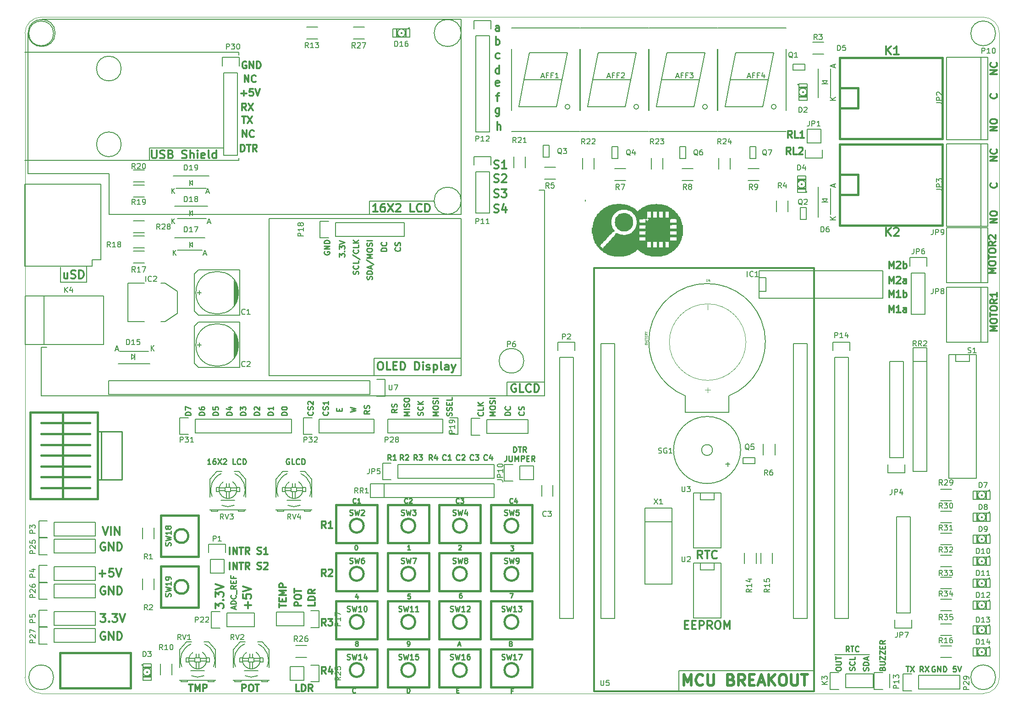
<source format=gbr>
G04 #@! TF.FileFunction,Legend,Top*
%FSLAX46Y46*%
G04 Gerber Fmt 4.6, Leading zero omitted, Abs format (unit mm)*
G04 Created by KiCad (PCBNEW (2015-01-16 BZR 5376)-product) date 6/20/2015 12:23:26 PM*
%MOMM*%
G01*
G04 APERTURE LIST*
%ADD10C,0.100000*%
%ADD11C,0.300000*%
%ADD12C,0.250000*%
%ADD13C,0.200000*%
%ADD14C,0.254000*%
%ADD15C,0.222250*%
%ADD16C,0.508000*%
%ADD17C,0.150000*%
%ADD18C,0.381000*%
%ADD19C,0.203200*%
%ADD20C,0.101600*%
%ADD21C,0.010000*%
%ADD22C,0.088900*%
%ADD23C,0.304800*%
G04 APERTURE END LIST*
D10*
X42000000Y-142900000D02*
X42000000Y-23950000D01*
X218950000Y-145950000D02*
X45000000Y-145950000D01*
D11*
X163841143Y-133244857D02*
X164341143Y-133244857D01*
X164555429Y-134030571D02*
X163841143Y-134030571D01*
X163841143Y-132530571D01*
X164555429Y-132530571D01*
X165198286Y-133244857D02*
X165698286Y-133244857D01*
X165912572Y-134030571D02*
X165198286Y-134030571D01*
X165198286Y-132530571D01*
X165912572Y-132530571D01*
X166555429Y-134030571D02*
X166555429Y-132530571D01*
X167126857Y-132530571D01*
X167269715Y-132602000D01*
X167341143Y-132673429D01*
X167412572Y-132816286D01*
X167412572Y-133030571D01*
X167341143Y-133173429D01*
X167269715Y-133244857D01*
X167126857Y-133316286D01*
X166555429Y-133316286D01*
X168912572Y-134030571D02*
X168412572Y-133316286D01*
X168055429Y-134030571D02*
X168055429Y-132530571D01*
X168626857Y-132530571D01*
X168769715Y-132602000D01*
X168841143Y-132673429D01*
X168912572Y-132816286D01*
X168912572Y-133030571D01*
X168841143Y-133173429D01*
X168769715Y-133244857D01*
X168626857Y-133316286D01*
X168055429Y-133316286D01*
X169841143Y-132530571D02*
X170126857Y-132530571D01*
X170269715Y-132602000D01*
X170412572Y-132744857D01*
X170484000Y-133030571D01*
X170484000Y-133530571D01*
X170412572Y-133816286D01*
X170269715Y-133959143D01*
X170126857Y-134030571D01*
X169841143Y-134030571D01*
X169698286Y-133959143D01*
X169555429Y-133816286D01*
X169484000Y-133530571D01*
X169484000Y-133030571D01*
X169555429Y-132744857D01*
X169698286Y-132602000D01*
X169841143Y-132530571D01*
X171126858Y-134030571D02*
X171126858Y-132530571D01*
X171626858Y-133602000D01*
X172126858Y-132530571D01*
X172126858Y-134030571D01*
X167126858Y-121030571D02*
X166626858Y-120316286D01*
X166269715Y-121030571D02*
X166269715Y-119530571D01*
X166841143Y-119530571D01*
X166984001Y-119602000D01*
X167055429Y-119673429D01*
X167126858Y-119816286D01*
X167126858Y-120030571D01*
X167055429Y-120173429D01*
X166984001Y-120244857D01*
X166841143Y-120316286D01*
X166269715Y-120316286D01*
X167555429Y-119530571D02*
X168412572Y-119530571D01*
X167984001Y-121030571D02*
X167984001Y-119530571D01*
X169769715Y-120887714D02*
X169698286Y-120959143D01*
X169484000Y-121030571D01*
X169341143Y-121030571D01*
X169126858Y-120959143D01*
X168984000Y-120816286D01*
X168912572Y-120673429D01*
X168841143Y-120387714D01*
X168841143Y-120173429D01*
X168912572Y-119887714D01*
X168984000Y-119744857D01*
X169126858Y-119602000D01*
X169341143Y-119530571D01*
X169484000Y-119530571D01*
X169698286Y-119602000D01*
X169769715Y-119673429D01*
D12*
X194212572Y-138204381D02*
X193879238Y-137728190D01*
X193641143Y-138204381D02*
X193641143Y-137204381D01*
X194022096Y-137204381D01*
X194117334Y-137252000D01*
X194164953Y-137299619D01*
X194212572Y-137394857D01*
X194212572Y-137537714D01*
X194164953Y-137632952D01*
X194117334Y-137680571D01*
X194022096Y-137728190D01*
X193641143Y-137728190D01*
X194498286Y-137204381D02*
X195069715Y-137204381D01*
X194784000Y-138204381D02*
X194784000Y-137204381D01*
X195974477Y-138109143D02*
X195926858Y-138156762D01*
X195784001Y-138204381D01*
X195688763Y-138204381D01*
X195545905Y-138156762D01*
X195450667Y-138061524D01*
X195403048Y-137966286D01*
X195355429Y-137775810D01*
X195355429Y-137632952D01*
X195403048Y-137442476D01*
X195450667Y-137347238D01*
X195545905Y-137252000D01*
X195688763Y-137204381D01*
X195784001Y-137204381D01*
X195926858Y-137252000D01*
X195974477Y-137299619D01*
D13*
X191584000Y-138752000D02*
X197984000Y-138752000D01*
X162784000Y-141752000D02*
X187584000Y-141752000D01*
X162784000Y-145552000D02*
X162784000Y-141752000D01*
D11*
X92707096Y-145526524D02*
X92102334Y-145526524D01*
X92102334Y-144256524D01*
X93130429Y-145526524D02*
X93130429Y-144256524D01*
X93432810Y-144256524D01*
X93614238Y-144317000D01*
X93735191Y-144437952D01*
X93795667Y-144558905D01*
X93856143Y-144800810D01*
X93856143Y-144982238D01*
X93795667Y-145224143D01*
X93735191Y-145345095D01*
X93614238Y-145466048D01*
X93432810Y-145526524D01*
X93130429Y-145526524D01*
X95126143Y-145526524D02*
X94702810Y-144921762D01*
X94400429Y-145526524D02*
X94400429Y-144256524D01*
X94884238Y-144256524D01*
X95005191Y-144317000D01*
X95065667Y-144377476D01*
X95126143Y-144498429D01*
X95126143Y-144679857D01*
X95065667Y-144800810D01*
X95005191Y-144861286D01*
X94884238Y-144921762D01*
X94400429Y-144921762D01*
X82102334Y-145526524D02*
X82102334Y-144256524D01*
X82586143Y-144256524D01*
X82707096Y-144317000D01*
X82767572Y-144377476D01*
X82828048Y-144498429D01*
X82828048Y-144679857D01*
X82767572Y-144800810D01*
X82707096Y-144861286D01*
X82586143Y-144921762D01*
X82102334Y-144921762D01*
X83614239Y-144256524D02*
X83856143Y-144256524D01*
X83977096Y-144317000D01*
X84098048Y-144437952D01*
X84158524Y-144679857D01*
X84158524Y-145103190D01*
X84098048Y-145345095D01*
X83977096Y-145466048D01*
X83856143Y-145526524D01*
X83614239Y-145526524D01*
X83493286Y-145466048D01*
X83372334Y-145345095D01*
X83311858Y-145103190D01*
X83311858Y-144679857D01*
X83372334Y-144437952D01*
X83493286Y-144317000D01*
X83614239Y-144256524D01*
X84521381Y-144256524D02*
X85247096Y-144256524D01*
X84884239Y-145526524D02*
X84884239Y-144256524D01*
X72260428Y-144256524D02*
X72986143Y-144256524D01*
X72623286Y-145526524D02*
X72623286Y-144256524D01*
X73409476Y-145526524D02*
X73409476Y-144256524D01*
X73832809Y-145163667D01*
X74256143Y-144256524D01*
X74256143Y-145526524D01*
X74860905Y-145526524D02*
X74860905Y-144256524D01*
X75344714Y-144256524D01*
X75465667Y-144317000D01*
X75526143Y-144377476D01*
X75586619Y-144498429D01*
X75586619Y-144679857D01*
X75526143Y-144800810D01*
X75465667Y-144861286D01*
X75344714Y-144921762D01*
X74860905Y-144921762D01*
D13*
X48584000Y-69952000D02*
X48584000Y-69752000D01*
X53384000Y-69952000D02*
X48584000Y-69952000D01*
X53384000Y-66952000D02*
X53384000Y-69952000D01*
X48584000Y-67152000D02*
X48584000Y-69952000D01*
D11*
X49841143Y-68230571D02*
X49841143Y-69230571D01*
X49198286Y-68230571D02*
X49198286Y-69016286D01*
X49269714Y-69159143D01*
X49412572Y-69230571D01*
X49626857Y-69230571D01*
X49769714Y-69159143D01*
X49841143Y-69087714D01*
X50484000Y-69159143D02*
X50698286Y-69230571D01*
X51055429Y-69230571D01*
X51198286Y-69159143D01*
X51269715Y-69087714D01*
X51341143Y-68944857D01*
X51341143Y-68802000D01*
X51269715Y-68659143D01*
X51198286Y-68587714D01*
X51055429Y-68516286D01*
X50769715Y-68444857D01*
X50626857Y-68373429D01*
X50555429Y-68302000D01*
X50484000Y-68159143D01*
X50484000Y-68016286D01*
X50555429Y-67873429D01*
X50626857Y-67802000D01*
X50769715Y-67730571D01*
X51126857Y-67730571D01*
X51341143Y-67802000D01*
X51984000Y-69230571D02*
X51984000Y-67730571D01*
X52341143Y-67730571D01*
X52555428Y-67802000D01*
X52698286Y-67944857D01*
X52769714Y-68087714D01*
X52841143Y-68373429D01*
X52841143Y-68587714D01*
X52769714Y-68873429D01*
X52698286Y-69016286D01*
X52555428Y-69159143D01*
X52341143Y-69230571D01*
X51984000Y-69230571D01*
D13*
X130984000Y-88352000D02*
X137984000Y-88352000D01*
X130984000Y-90952000D02*
X130984000Y-88352000D01*
X64984000Y-45152000D02*
X78584000Y-45152000D01*
X64984000Y-47352000D02*
X64984000Y-45152000D01*
X117584000Y-54952000D02*
X117584000Y-55152000D01*
X105584000Y-54952000D02*
X117584000Y-54952000D01*
X105584000Y-57352000D02*
X105584000Y-54952000D01*
X106484000Y-86952000D02*
X106484000Y-87202000D01*
X106484000Y-83952000D02*
X122484000Y-83952000D01*
X106484000Y-86952000D02*
X106484000Y-83952000D01*
D11*
X82187143Y-43119524D02*
X82187143Y-41849524D01*
X82912857Y-43119524D01*
X82912857Y-41849524D01*
X84243333Y-42998571D02*
X84182857Y-43059048D01*
X84001428Y-43119524D01*
X83880476Y-43119524D01*
X83699048Y-43059048D01*
X83578095Y-42938095D01*
X83517619Y-42817143D01*
X83457143Y-42575238D01*
X83457143Y-42393810D01*
X83517619Y-42151905D01*
X83578095Y-42030952D01*
X83699048Y-41910000D01*
X83880476Y-41849524D01*
X84001428Y-41849524D01*
X84182857Y-41910000D01*
X84243333Y-41970476D01*
X82568143Y-32959524D02*
X82568143Y-31689524D01*
X83293857Y-32959524D01*
X83293857Y-31689524D01*
X84624333Y-32838571D02*
X84563857Y-32899048D01*
X84382428Y-32959524D01*
X84261476Y-32959524D01*
X84080048Y-32899048D01*
X83959095Y-32778095D01*
X83898619Y-32657143D01*
X83838143Y-32415238D01*
X83838143Y-32233810D01*
X83898619Y-31991905D01*
X83959095Y-31870952D01*
X84080048Y-31750000D01*
X84261476Y-31689524D01*
X84382428Y-31689524D01*
X84563857Y-31750000D01*
X84624333Y-31810476D01*
D14*
X132188858Y-101348419D02*
X132188858Y-100332419D01*
X132430763Y-100332419D01*
X132575905Y-100380800D01*
X132672667Y-100477562D01*
X132721048Y-100574324D01*
X132769429Y-100767848D01*
X132769429Y-100912990D01*
X132721048Y-101106514D01*
X132672667Y-101203276D01*
X132575905Y-101300038D01*
X132430763Y-101348419D01*
X132188858Y-101348419D01*
X133059715Y-100332419D02*
X133640286Y-100332419D01*
X133350001Y-101348419D02*
X133350001Y-100332419D01*
X134559524Y-101348419D02*
X134220858Y-100864610D01*
X133978953Y-101348419D02*
X133978953Y-100332419D01*
X134366000Y-100332419D01*
X134462762Y-100380800D01*
X134511143Y-100429181D01*
X134559524Y-100525943D01*
X134559524Y-100671086D01*
X134511143Y-100767848D01*
X134462762Y-100816229D01*
X134366000Y-100864610D01*
X133978953Y-100864610D01*
X130906762Y-102008819D02*
X130906762Y-102734533D01*
X130858382Y-102879676D01*
X130761620Y-102976438D01*
X130616477Y-103024819D01*
X130519715Y-103024819D01*
X131390572Y-102008819D02*
X131390572Y-102831295D01*
X131438953Y-102928057D01*
X131487334Y-102976438D01*
X131584096Y-103024819D01*
X131777619Y-103024819D01*
X131874381Y-102976438D01*
X131922762Y-102928057D01*
X131971143Y-102831295D01*
X131971143Y-102008819D01*
X132454953Y-103024819D02*
X132454953Y-102008819D01*
X132793619Y-102734533D01*
X133132286Y-102008819D01*
X133132286Y-103024819D01*
X133616096Y-103024819D02*
X133616096Y-102008819D01*
X134003143Y-102008819D01*
X134099905Y-102057200D01*
X134148286Y-102105581D01*
X134196667Y-102202343D01*
X134196667Y-102347486D01*
X134148286Y-102444248D01*
X134099905Y-102492629D01*
X134003143Y-102541010D01*
X133616096Y-102541010D01*
X134632096Y-102492629D02*
X134970762Y-102492629D01*
X135115905Y-103024819D02*
X134632096Y-103024819D01*
X134632096Y-102008819D01*
X135115905Y-102008819D01*
X136131905Y-103024819D02*
X135793239Y-102541010D01*
X135551334Y-103024819D02*
X135551334Y-102008819D01*
X135938381Y-102008819D01*
X136035143Y-102057200D01*
X136083524Y-102105581D01*
X136131905Y-102202343D01*
X136131905Y-102347486D01*
X136083524Y-102444248D01*
X136035143Y-102492629D01*
X135938381Y-102541010D01*
X135551334Y-102541010D01*
X108790619Y-64147095D02*
X107774619Y-64147095D01*
X107774619Y-63905190D01*
X107823000Y-63760048D01*
X107919762Y-63663286D01*
X108016524Y-63614905D01*
X108210048Y-63566524D01*
X108355190Y-63566524D01*
X108548714Y-63614905D01*
X108645476Y-63663286D01*
X108742238Y-63760048D01*
X108790619Y-63905190D01*
X108790619Y-64147095D01*
X108693857Y-62550524D02*
X108742238Y-62598905D01*
X108790619Y-62744048D01*
X108790619Y-62840810D01*
X108742238Y-62985952D01*
X108645476Y-63082714D01*
X108548714Y-63131095D01*
X108355190Y-63179476D01*
X108210048Y-63179476D01*
X108016524Y-63131095D01*
X107919762Y-63082714D01*
X107823000Y-62985952D01*
X107774619Y-62840810D01*
X107774619Y-62744048D01*
X107823000Y-62598905D01*
X107871381Y-62550524D01*
X128843619Y-94548571D02*
X127827619Y-94548571D01*
X128553333Y-94209905D01*
X127827619Y-93871238D01*
X128843619Y-93871238D01*
X127827619Y-93193904D02*
X127827619Y-93000381D01*
X127876000Y-92903619D01*
X127972762Y-92806857D01*
X128166286Y-92758476D01*
X128504952Y-92758476D01*
X128698476Y-92806857D01*
X128795238Y-92903619D01*
X128843619Y-93000381D01*
X128843619Y-93193904D01*
X128795238Y-93290666D01*
X128698476Y-93387428D01*
X128504952Y-93435809D01*
X128166286Y-93435809D01*
X127972762Y-93387428D01*
X127876000Y-93290666D01*
X127827619Y-93193904D01*
X128795238Y-92371428D02*
X128843619Y-92226285D01*
X128843619Y-91984381D01*
X128795238Y-91887619D01*
X128746857Y-91839238D01*
X128650095Y-91790857D01*
X128553333Y-91790857D01*
X128456571Y-91839238D01*
X128408190Y-91887619D01*
X128359810Y-91984381D01*
X128311429Y-92177904D01*
X128263048Y-92274666D01*
X128214667Y-92323047D01*
X128117905Y-92371428D01*
X128021143Y-92371428D01*
X127924381Y-92323047D01*
X127876000Y-92274666D01*
X127827619Y-92177904D01*
X127827619Y-91936000D01*
X127876000Y-91790857D01*
X128843619Y-91355428D02*
X127827619Y-91355428D01*
X126546857Y-93956762D02*
X126595238Y-94005143D01*
X126643619Y-94150286D01*
X126643619Y-94247048D01*
X126595238Y-94392190D01*
X126498476Y-94488952D01*
X126401714Y-94537333D01*
X126208190Y-94585714D01*
X126063048Y-94585714D01*
X125869524Y-94537333D01*
X125772762Y-94488952D01*
X125676000Y-94392190D01*
X125627619Y-94247048D01*
X125627619Y-94150286D01*
X125676000Y-94005143D01*
X125724381Y-93956762D01*
X126643619Y-93037524D02*
X126643619Y-93521333D01*
X125627619Y-93521333D01*
X126643619Y-92698857D02*
X125627619Y-92698857D01*
X126643619Y-92118286D02*
X126063048Y-92553714D01*
X125627619Y-92118286D02*
X126208190Y-92698857D01*
D13*
X81484000Y-47452000D02*
X81484000Y-46952000D01*
X80984000Y-47452000D02*
X81484000Y-47452000D01*
X74984000Y-47452000D02*
X80984000Y-47452000D01*
X81484000Y-27452000D02*
X81484000Y-27952000D01*
X74984000Y-27452000D02*
X81484000Y-27452000D01*
D15*
X132080000Y-145478500D02*
X131783667Y-145478500D01*
X131783667Y-145944167D02*
X131783667Y-145055167D01*
X132207000Y-145055167D01*
X121729501Y-145351500D02*
X122025834Y-145351500D01*
X122152834Y-145817167D02*
X121729501Y-145817167D01*
X121729501Y-144928167D01*
X122152834Y-144928167D01*
X112543167Y-145817167D02*
X112543167Y-144928167D01*
X112754833Y-144928167D01*
X112881833Y-144970500D01*
X112966500Y-145055167D01*
X113008833Y-145139833D01*
X113051167Y-145309167D01*
X113051167Y-145436167D01*
X113008833Y-145605500D01*
X112966500Y-145690167D01*
X112881833Y-145774833D01*
X112754833Y-145817167D01*
X112543167Y-145817167D01*
X103018167Y-145732500D02*
X102975833Y-145774833D01*
X102848833Y-145817167D01*
X102764167Y-145817167D01*
X102637167Y-145774833D01*
X102552500Y-145690167D01*
X102510167Y-145605500D01*
X102467833Y-145436167D01*
X102467833Y-145309167D01*
X102510167Y-145139833D01*
X102552500Y-145055167D01*
X102637167Y-144970500D01*
X102764167Y-144928167D01*
X102848833Y-144928167D01*
X102975833Y-144970500D01*
X103018167Y-145012833D01*
X131762500Y-136715500D02*
X131889500Y-136757833D01*
X131931833Y-136800167D01*
X131974167Y-136884833D01*
X131974167Y-137011833D01*
X131931833Y-137096500D01*
X131889500Y-137138833D01*
X131804833Y-137181167D01*
X131466167Y-137181167D01*
X131466167Y-136292167D01*
X131762500Y-136292167D01*
X131847167Y-136334500D01*
X131889500Y-136376833D01*
X131931833Y-136461500D01*
X131931833Y-136546167D01*
X131889500Y-136630833D01*
X131847167Y-136673167D01*
X131762500Y-136715500D01*
X131466167Y-136715500D01*
X121962333Y-136927167D02*
X122385667Y-136927167D01*
X121877667Y-137181167D02*
X122174000Y-136292167D01*
X122470333Y-137181167D01*
X112606667Y-137181167D02*
X112776000Y-137181167D01*
X112860667Y-137138833D01*
X112903000Y-137096500D01*
X112987667Y-136969500D01*
X113030000Y-136800167D01*
X113030000Y-136461500D01*
X112987667Y-136376833D01*
X112945334Y-136334500D01*
X112860667Y-136292167D01*
X112691334Y-136292167D01*
X112606667Y-136334500D01*
X112564334Y-136376833D01*
X112522000Y-136461500D01*
X112522000Y-136673167D01*
X112564334Y-136757833D01*
X112606667Y-136800167D01*
X112691334Y-136842500D01*
X112860667Y-136842500D01*
X112945334Y-136800167D01*
X112987667Y-136757833D01*
X113030000Y-136673167D01*
X103166334Y-136673167D02*
X103081667Y-136630833D01*
X103039334Y-136588500D01*
X102997000Y-136503833D01*
X102997000Y-136461500D01*
X103039334Y-136376833D01*
X103081667Y-136334500D01*
X103166334Y-136292167D01*
X103335667Y-136292167D01*
X103420334Y-136334500D01*
X103462667Y-136376833D01*
X103505000Y-136461500D01*
X103505000Y-136503833D01*
X103462667Y-136588500D01*
X103420334Y-136630833D01*
X103335667Y-136673167D01*
X103166334Y-136673167D01*
X103081667Y-136715500D01*
X103039334Y-136757833D01*
X102997000Y-136842500D01*
X102997000Y-137011833D01*
X103039334Y-137096500D01*
X103081667Y-137138833D01*
X103166334Y-137181167D01*
X103335667Y-137181167D01*
X103420334Y-137138833D01*
X103462667Y-137096500D01*
X103505000Y-137011833D01*
X103505000Y-136842500D01*
X103462667Y-136757833D01*
X103420334Y-136715500D01*
X103335667Y-136673167D01*
X131529667Y-127402167D02*
X132122334Y-127402167D01*
X131741334Y-128291167D01*
X122597334Y-127402167D02*
X122428000Y-127402167D01*
X122343334Y-127444500D01*
X122301000Y-127486833D01*
X122216334Y-127613833D01*
X122174000Y-127783167D01*
X122174000Y-128121833D01*
X122216334Y-128206500D01*
X122258667Y-128248833D01*
X122343334Y-128291167D01*
X122512667Y-128291167D01*
X122597334Y-128248833D01*
X122639667Y-128206500D01*
X122682000Y-128121833D01*
X122682000Y-127910167D01*
X122639667Y-127825500D01*
X122597334Y-127783167D01*
X122512667Y-127740833D01*
X122343334Y-127740833D01*
X122258667Y-127783167D01*
X122216334Y-127825500D01*
X122174000Y-127910167D01*
X113114667Y-127529167D02*
X112691334Y-127529167D01*
X112649000Y-127952500D01*
X112691334Y-127910167D01*
X112776000Y-127867833D01*
X112987667Y-127867833D01*
X113072334Y-127910167D01*
X113114667Y-127952500D01*
X113157000Y-128037167D01*
X113157000Y-128248833D01*
X113114667Y-128333500D01*
X113072334Y-128375833D01*
X112987667Y-128418167D01*
X112776000Y-128418167D01*
X112691334Y-128375833D01*
X112649000Y-128333500D01*
X103420334Y-127825500D02*
X103420334Y-128418167D01*
X103208667Y-127486833D02*
X102997000Y-128121833D01*
X103547334Y-128121833D01*
X131656667Y-118639167D02*
X132207000Y-118639167D01*
X131910667Y-118977833D01*
X132037667Y-118977833D01*
X132122334Y-119020167D01*
X132164667Y-119062500D01*
X132207000Y-119147167D01*
X132207000Y-119358833D01*
X132164667Y-119443500D01*
X132122334Y-119485833D01*
X132037667Y-119528167D01*
X131783667Y-119528167D01*
X131699000Y-119485833D01*
X131656667Y-119443500D01*
X122047000Y-118596833D02*
X122089334Y-118554500D01*
X122174000Y-118512167D01*
X122385667Y-118512167D01*
X122470334Y-118554500D01*
X122512667Y-118596833D01*
X122555000Y-118681500D01*
X122555000Y-118766167D01*
X122512667Y-118893167D01*
X122004667Y-119401167D01*
X122555000Y-119401167D01*
X113157000Y-119401167D02*
X112649000Y-119401167D01*
X112903000Y-119401167D02*
X112903000Y-118512167D01*
X112818334Y-118639167D01*
X112733667Y-118723833D01*
X112649000Y-118766167D01*
X103081667Y-118512167D02*
X103166334Y-118512167D01*
X103251000Y-118554500D01*
X103293334Y-118596833D01*
X103335667Y-118681500D01*
X103378000Y-118850833D01*
X103378000Y-119062500D01*
X103335667Y-119231833D01*
X103293334Y-119316500D01*
X103251000Y-119358833D01*
X103166334Y-119401167D01*
X103081667Y-119401167D01*
X102997000Y-119358833D01*
X102954667Y-119316500D01*
X102912334Y-119231833D01*
X102870000Y-119062500D01*
X102870000Y-118850833D01*
X102912334Y-118681500D01*
X102954667Y-118596833D01*
X102997000Y-118554500D01*
X103081667Y-118512167D01*
X132058834Y-110680500D02*
X132016500Y-110722833D01*
X131889500Y-110765167D01*
X131804834Y-110765167D01*
X131677834Y-110722833D01*
X131593167Y-110638167D01*
X131550834Y-110553500D01*
X131508500Y-110384167D01*
X131508500Y-110257167D01*
X131550834Y-110087833D01*
X131593167Y-110003167D01*
X131677834Y-109918500D01*
X131804834Y-109876167D01*
X131889500Y-109876167D01*
X132016500Y-109918500D01*
X132058834Y-109960833D01*
X132820834Y-110172500D02*
X132820834Y-110765167D01*
X132609167Y-109833833D02*
X132397500Y-110468833D01*
X132947834Y-110468833D01*
X122152834Y-110680500D02*
X122110500Y-110722833D01*
X121983500Y-110765167D01*
X121898834Y-110765167D01*
X121771834Y-110722833D01*
X121687167Y-110638167D01*
X121644834Y-110553500D01*
X121602500Y-110384167D01*
X121602500Y-110257167D01*
X121644834Y-110087833D01*
X121687167Y-110003167D01*
X121771834Y-109918500D01*
X121898834Y-109876167D01*
X121983500Y-109876167D01*
X122110500Y-109918500D01*
X122152834Y-109960833D01*
X122449167Y-109876167D02*
X122999500Y-109876167D01*
X122703167Y-110214833D01*
X122830167Y-110214833D01*
X122914834Y-110257167D01*
X122957167Y-110299500D01*
X122999500Y-110384167D01*
X122999500Y-110595833D01*
X122957167Y-110680500D01*
X122914834Y-110722833D01*
X122830167Y-110765167D01*
X122576167Y-110765167D01*
X122491500Y-110722833D01*
X122449167Y-110680500D01*
X112627834Y-110680500D02*
X112585500Y-110722833D01*
X112458500Y-110765167D01*
X112373834Y-110765167D01*
X112246834Y-110722833D01*
X112162167Y-110638167D01*
X112119834Y-110553500D01*
X112077500Y-110384167D01*
X112077500Y-110257167D01*
X112119834Y-110087833D01*
X112162167Y-110003167D01*
X112246834Y-109918500D01*
X112373834Y-109876167D01*
X112458500Y-109876167D01*
X112585500Y-109918500D01*
X112627834Y-109960833D01*
X112966500Y-109960833D02*
X113008834Y-109918500D01*
X113093500Y-109876167D01*
X113305167Y-109876167D01*
X113389834Y-109918500D01*
X113432167Y-109960833D01*
X113474500Y-110045500D01*
X113474500Y-110130167D01*
X113432167Y-110257167D01*
X112924167Y-110765167D01*
X113474500Y-110765167D01*
X103102834Y-110680500D02*
X103060500Y-110722833D01*
X102933500Y-110765167D01*
X102848834Y-110765167D01*
X102721834Y-110722833D01*
X102637167Y-110638167D01*
X102594834Y-110553500D01*
X102552500Y-110384167D01*
X102552500Y-110257167D01*
X102594834Y-110087833D01*
X102637167Y-110003167D01*
X102721834Y-109918500D01*
X102848834Y-109876167D01*
X102933500Y-109876167D01*
X103060500Y-109918500D01*
X103102834Y-109960833D01*
X103949500Y-110765167D02*
X103441500Y-110765167D01*
X103695500Y-110765167D02*
X103695500Y-109876167D01*
X103610834Y-110003167D01*
X103526167Y-110087833D01*
X103441500Y-110130167D01*
D11*
X97578333Y-142306524D02*
X97155000Y-141701762D01*
X96852619Y-142306524D02*
X96852619Y-141036524D01*
X97336428Y-141036524D01*
X97457381Y-141097000D01*
X97517857Y-141157476D01*
X97578333Y-141278429D01*
X97578333Y-141459857D01*
X97517857Y-141580810D01*
X97457381Y-141641286D01*
X97336428Y-141701762D01*
X96852619Y-141701762D01*
X98666905Y-141459857D02*
X98666905Y-142306524D01*
X98364524Y-140976048D02*
X98062143Y-141883190D01*
X98848333Y-141883190D01*
X97578333Y-133416524D02*
X97155000Y-132811762D01*
X96852619Y-133416524D02*
X96852619Y-132146524D01*
X97336428Y-132146524D01*
X97457381Y-132207000D01*
X97517857Y-132267476D01*
X97578333Y-132388429D01*
X97578333Y-132569857D01*
X97517857Y-132690810D01*
X97457381Y-132751286D01*
X97336428Y-132811762D01*
X96852619Y-132811762D01*
X98001667Y-132146524D02*
X98787857Y-132146524D01*
X98364524Y-132630333D01*
X98545952Y-132630333D01*
X98666905Y-132690810D01*
X98727381Y-132751286D01*
X98787857Y-132872238D01*
X98787857Y-133174619D01*
X98727381Y-133295571D01*
X98666905Y-133356048D01*
X98545952Y-133416524D01*
X98183095Y-133416524D01*
X98062143Y-133356048D01*
X98001667Y-133295571D01*
X97578333Y-124272524D02*
X97155000Y-123667762D01*
X96852619Y-124272524D02*
X96852619Y-123002524D01*
X97336428Y-123002524D01*
X97457381Y-123063000D01*
X97517857Y-123123476D01*
X97578333Y-123244429D01*
X97578333Y-123425857D01*
X97517857Y-123546810D01*
X97457381Y-123607286D01*
X97336428Y-123667762D01*
X96852619Y-123667762D01*
X98062143Y-123123476D02*
X98122619Y-123063000D01*
X98243571Y-123002524D01*
X98545952Y-123002524D01*
X98666905Y-123063000D01*
X98727381Y-123123476D01*
X98787857Y-123244429D01*
X98787857Y-123365381D01*
X98727381Y-123546810D01*
X98001667Y-124272524D01*
X98787857Y-124272524D01*
X97578333Y-115382524D02*
X97155000Y-114777762D01*
X96852619Y-115382524D02*
X96852619Y-114112524D01*
X97336428Y-114112524D01*
X97457381Y-114173000D01*
X97517857Y-114233476D01*
X97578333Y-114354429D01*
X97578333Y-114535857D01*
X97517857Y-114656810D01*
X97457381Y-114717286D01*
X97336428Y-114777762D01*
X96852619Y-114777762D01*
X98787857Y-115382524D02*
X98062143Y-115382524D01*
X98425000Y-115382524D02*
X98425000Y-114112524D01*
X98304048Y-114293952D01*
X98183095Y-114414905D01*
X98062143Y-114475381D01*
D16*
X163711239Y-144471238D02*
X163711239Y-142439238D01*
X164388572Y-143890667D01*
X165065905Y-142439238D01*
X165065905Y-144471238D01*
X167194667Y-144277714D02*
X167097905Y-144374476D01*
X166807620Y-144471238D01*
X166614096Y-144471238D01*
X166323810Y-144374476D01*
X166130286Y-144180952D01*
X166033525Y-143987429D01*
X165936763Y-143600381D01*
X165936763Y-143310095D01*
X166033525Y-142923048D01*
X166130286Y-142729524D01*
X166323810Y-142536000D01*
X166614096Y-142439238D01*
X166807620Y-142439238D01*
X167097905Y-142536000D01*
X167194667Y-142632762D01*
X168065525Y-142439238D02*
X168065525Y-144084190D01*
X168162286Y-144277714D01*
X168259048Y-144374476D01*
X168452572Y-144471238D01*
X168839620Y-144471238D01*
X169033144Y-144374476D01*
X169129905Y-144277714D01*
X169226667Y-144084190D01*
X169226667Y-142439238D01*
X172419810Y-143406857D02*
X172710096Y-143503619D01*
X172806857Y-143600381D01*
X172903619Y-143793905D01*
X172903619Y-144084190D01*
X172806857Y-144277714D01*
X172710096Y-144374476D01*
X172516572Y-144471238D01*
X171742477Y-144471238D01*
X171742477Y-142439238D01*
X172419810Y-142439238D01*
X172613334Y-142536000D01*
X172710096Y-142632762D01*
X172806857Y-142826286D01*
X172806857Y-143019810D01*
X172710096Y-143213333D01*
X172613334Y-143310095D01*
X172419810Y-143406857D01*
X171742477Y-143406857D01*
X174935619Y-144471238D02*
X174258286Y-143503619D01*
X173774477Y-144471238D02*
X173774477Y-142439238D01*
X174548572Y-142439238D01*
X174742096Y-142536000D01*
X174838857Y-142632762D01*
X174935619Y-142826286D01*
X174935619Y-143116571D01*
X174838857Y-143310095D01*
X174742096Y-143406857D01*
X174548572Y-143503619D01*
X173774477Y-143503619D01*
X175806477Y-143406857D02*
X176483810Y-143406857D01*
X176774096Y-144471238D02*
X175806477Y-144471238D01*
X175806477Y-142439238D01*
X176774096Y-142439238D01*
X177548191Y-143890667D02*
X178515810Y-143890667D01*
X177354667Y-144471238D02*
X178032000Y-142439238D01*
X178709333Y-144471238D01*
X179386667Y-144471238D02*
X179386667Y-142439238D01*
X180547809Y-144471238D02*
X179676952Y-143310095D01*
X180547809Y-142439238D02*
X179386667Y-143600381D01*
X181805714Y-142439238D02*
X182192762Y-142439238D01*
X182386286Y-142536000D01*
X182579809Y-142729524D01*
X182676571Y-143116571D01*
X182676571Y-143793905D01*
X182579809Y-144180952D01*
X182386286Y-144374476D01*
X182192762Y-144471238D01*
X181805714Y-144471238D01*
X181612190Y-144374476D01*
X181418667Y-144180952D01*
X181321905Y-143793905D01*
X181321905Y-143116571D01*
X181418667Y-142729524D01*
X181612190Y-142536000D01*
X181805714Y-142439238D01*
X183547429Y-142439238D02*
X183547429Y-144084190D01*
X183644190Y-144277714D01*
X183740952Y-144374476D01*
X183934476Y-144471238D01*
X184321524Y-144471238D01*
X184515048Y-144374476D01*
X184611809Y-144277714D01*
X184708571Y-144084190D01*
X184708571Y-142439238D01*
X185385905Y-142439238D02*
X186547048Y-142439238D01*
X185966476Y-144471238D02*
X185966476Y-142439238D01*
D14*
X100027619Y-65253809D02*
X100027619Y-64624857D01*
X100414667Y-64963523D01*
X100414667Y-64818381D01*
X100463048Y-64721619D01*
X100511429Y-64673238D01*
X100608190Y-64624857D01*
X100850095Y-64624857D01*
X100946857Y-64673238D01*
X100995238Y-64721619D01*
X101043619Y-64818381D01*
X101043619Y-65108666D01*
X100995238Y-65205428D01*
X100946857Y-65253809D01*
X100946857Y-64189428D02*
X100995238Y-64141047D01*
X101043619Y-64189428D01*
X100995238Y-64237809D01*
X100946857Y-64189428D01*
X101043619Y-64189428D01*
X100027619Y-63802380D02*
X100027619Y-63173428D01*
X100414667Y-63512094D01*
X100414667Y-63366952D01*
X100463048Y-63270190D01*
X100511429Y-63221809D01*
X100608190Y-63173428D01*
X100850095Y-63173428D01*
X100946857Y-63221809D01*
X100995238Y-63270190D01*
X101043619Y-63366952D01*
X101043619Y-63657237D01*
X100995238Y-63753999D01*
X100946857Y-63802380D01*
X100027619Y-62883142D02*
X101043619Y-62544475D01*
X100027619Y-62205809D01*
X97282000Y-64274095D02*
X97233619Y-64370857D01*
X97233619Y-64516000D01*
X97282000Y-64661142D01*
X97378762Y-64757904D01*
X97475524Y-64806285D01*
X97669048Y-64854666D01*
X97814190Y-64854666D01*
X98007714Y-64806285D01*
X98104476Y-64757904D01*
X98201238Y-64661142D01*
X98249619Y-64516000D01*
X98249619Y-64419238D01*
X98201238Y-64274095D01*
X98152857Y-64225714D01*
X97814190Y-64225714D01*
X97814190Y-64419238D01*
X98249619Y-63790285D02*
X97233619Y-63790285D01*
X98249619Y-63209714D01*
X97233619Y-63209714D01*
X98249619Y-62725904D02*
X97233619Y-62725904D01*
X97233619Y-62483999D01*
X97282000Y-62338857D01*
X97378762Y-62242095D01*
X97475524Y-62193714D01*
X97669048Y-62145333D01*
X97814190Y-62145333D01*
X98007714Y-62193714D01*
X98104476Y-62242095D01*
X98201238Y-62338857D01*
X98249619Y-62483999D01*
X98249619Y-62725904D01*
X103535238Y-68446952D02*
X103583619Y-68301809D01*
X103583619Y-68059905D01*
X103535238Y-67963143D01*
X103486857Y-67914762D01*
X103390095Y-67866381D01*
X103293333Y-67866381D01*
X103196571Y-67914762D01*
X103148190Y-67963143D01*
X103099810Y-68059905D01*
X103051429Y-68253428D01*
X103003048Y-68350190D01*
X102954667Y-68398571D01*
X102857905Y-68446952D01*
X102761143Y-68446952D01*
X102664381Y-68398571D01*
X102616000Y-68350190D01*
X102567619Y-68253428D01*
X102567619Y-68011524D01*
X102616000Y-67866381D01*
X103486857Y-66850381D02*
X103535238Y-66898762D01*
X103583619Y-67043905D01*
X103583619Y-67140667D01*
X103535238Y-67285809D01*
X103438476Y-67382571D01*
X103341714Y-67430952D01*
X103148190Y-67479333D01*
X103003048Y-67479333D01*
X102809524Y-67430952D01*
X102712762Y-67382571D01*
X102616000Y-67285809D01*
X102567619Y-67140667D01*
X102567619Y-67043905D01*
X102616000Y-66898762D01*
X102664381Y-66850381D01*
X103583619Y-65931143D02*
X103583619Y-66414952D01*
X102567619Y-66414952D01*
X102519238Y-64866762D02*
X103825524Y-65737619D01*
X103486857Y-63947524D02*
X103535238Y-63995905D01*
X103583619Y-64141048D01*
X103583619Y-64237810D01*
X103535238Y-64382952D01*
X103438476Y-64479714D01*
X103341714Y-64528095D01*
X103148190Y-64576476D01*
X103003048Y-64576476D01*
X102809524Y-64528095D01*
X102712762Y-64479714D01*
X102616000Y-64382952D01*
X102567619Y-64237810D01*
X102567619Y-64141048D01*
X102616000Y-63995905D01*
X102664381Y-63947524D01*
X103583619Y-63028286D02*
X103583619Y-63512095D01*
X102567619Y-63512095D01*
X103583619Y-62689619D02*
X102567619Y-62689619D01*
X103583619Y-62109048D02*
X103003048Y-62544476D01*
X102567619Y-62109048D02*
X103148190Y-62689619D01*
X106075238Y-69390381D02*
X106123619Y-69245238D01*
X106123619Y-69003334D01*
X106075238Y-68906572D01*
X106026857Y-68858191D01*
X105930095Y-68809810D01*
X105833333Y-68809810D01*
X105736571Y-68858191D01*
X105688190Y-68906572D01*
X105639810Y-69003334D01*
X105591429Y-69196857D01*
X105543048Y-69293619D01*
X105494667Y-69342000D01*
X105397905Y-69390381D01*
X105301143Y-69390381D01*
X105204381Y-69342000D01*
X105156000Y-69293619D01*
X105107619Y-69196857D01*
X105107619Y-68954953D01*
X105156000Y-68809810D01*
X106123619Y-68374381D02*
X105107619Y-68374381D01*
X105107619Y-68132476D01*
X105156000Y-67987334D01*
X105252762Y-67890572D01*
X105349524Y-67842191D01*
X105543048Y-67793810D01*
X105688190Y-67793810D01*
X105881714Y-67842191D01*
X105978476Y-67890572D01*
X106075238Y-67987334D01*
X106123619Y-68132476D01*
X106123619Y-68374381D01*
X105833333Y-67406762D02*
X105833333Y-66922953D01*
X106123619Y-67503524D02*
X105107619Y-67164857D01*
X106123619Y-66826191D01*
X105059238Y-65761810D02*
X106365524Y-66632667D01*
X106123619Y-65423143D02*
X105107619Y-65423143D01*
X105833333Y-65084477D01*
X105107619Y-64745810D01*
X106123619Y-64745810D01*
X105107619Y-64068476D02*
X105107619Y-63874953D01*
X105156000Y-63778191D01*
X105252762Y-63681429D01*
X105446286Y-63633048D01*
X105784952Y-63633048D01*
X105978476Y-63681429D01*
X106075238Y-63778191D01*
X106123619Y-63874953D01*
X106123619Y-64068476D01*
X106075238Y-64165238D01*
X105978476Y-64262000D01*
X105784952Y-64310381D01*
X105446286Y-64310381D01*
X105252762Y-64262000D01*
X105156000Y-64165238D01*
X105107619Y-64068476D01*
X106075238Y-63246000D02*
X106123619Y-63100857D01*
X106123619Y-62858953D01*
X106075238Y-62762191D01*
X106026857Y-62713810D01*
X105930095Y-62665429D01*
X105833333Y-62665429D01*
X105736571Y-62713810D01*
X105688190Y-62762191D01*
X105639810Y-62858953D01*
X105591429Y-63052476D01*
X105543048Y-63149238D01*
X105494667Y-63197619D01*
X105397905Y-63246000D01*
X105301143Y-63246000D01*
X105204381Y-63197619D01*
X105156000Y-63149238D01*
X105107619Y-63052476D01*
X105107619Y-62810572D01*
X105156000Y-62665429D01*
X106123619Y-62230000D02*
X105107619Y-62230000D01*
X111233857Y-63542333D02*
X111282238Y-63590714D01*
X111330619Y-63735857D01*
X111330619Y-63832619D01*
X111282238Y-63977761D01*
X111185476Y-64074523D01*
X111088714Y-64122904D01*
X110895190Y-64171285D01*
X110750048Y-64171285D01*
X110556524Y-64122904D01*
X110459762Y-64074523D01*
X110363000Y-63977761D01*
X110314619Y-63832619D01*
X110314619Y-63735857D01*
X110363000Y-63590714D01*
X110411381Y-63542333D01*
X111282238Y-63155285D02*
X111330619Y-63010142D01*
X111330619Y-62768238D01*
X111282238Y-62671476D01*
X111233857Y-62623095D01*
X111137095Y-62574714D01*
X111040333Y-62574714D01*
X110943571Y-62623095D01*
X110895190Y-62671476D01*
X110846810Y-62768238D01*
X110798429Y-62961761D01*
X110750048Y-63058523D01*
X110701667Y-63106904D01*
X110604905Y-63155285D01*
X110508143Y-63155285D01*
X110411381Y-63106904D01*
X110363000Y-63058523D01*
X110314619Y-62961761D01*
X110314619Y-62719857D01*
X110363000Y-62574714D01*
D11*
X132669714Y-88802000D02*
X132526857Y-88730571D01*
X132312571Y-88730571D01*
X132098286Y-88802000D01*
X131955428Y-88944857D01*
X131884000Y-89087714D01*
X131812571Y-89373429D01*
X131812571Y-89587714D01*
X131884000Y-89873429D01*
X131955428Y-90016286D01*
X132098286Y-90159143D01*
X132312571Y-90230571D01*
X132455428Y-90230571D01*
X132669714Y-90159143D01*
X132741143Y-90087714D01*
X132741143Y-89587714D01*
X132455428Y-89587714D01*
X134098286Y-90230571D02*
X133384000Y-90230571D01*
X133384000Y-88730571D01*
X135455429Y-90087714D02*
X135384000Y-90159143D01*
X135169714Y-90230571D01*
X135026857Y-90230571D01*
X134812572Y-90159143D01*
X134669714Y-90016286D01*
X134598286Y-89873429D01*
X134526857Y-89587714D01*
X134526857Y-89373429D01*
X134598286Y-89087714D01*
X134669714Y-88944857D01*
X134812572Y-88802000D01*
X135026857Y-88730571D01*
X135169714Y-88730571D01*
X135384000Y-88802000D01*
X135455429Y-88873429D01*
X136098286Y-90230571D02*
X136098286Y-88730571D01*
X136455429Y-88730571D01*
X136669714Y-88802000D01*
X136812572Y-88944857D01*
X136884000Y-89087714D01*
X136955429Y-89373429D01*
X136955429Y-89587714D01*
X136884000Y-89873429D01*
X136812572Y-90016286D01*
X136669714Y-90159143D01*
X136455429Y-90230571D01*
X136098286Y-90230571D01*
X107514285Y-84649571D02*
X107799999Y-84649571D01*
X107942857Y-84721000D01*
X108085714Y-84863857D01*
X108157142Y-85149571D01*
X108157142Y-85649571D01*
X108085714Y-85935286D01*
X107942857Y-86078143D01*
X107799999Y-86149571D01*
X107514285Y-86149571D01*
X107371428Y-86078143D01*
X107228571Y-85935286D01*
X107157142Y-85649571D01*
X107157142Y-85149571D01*
X107228571Y-84863857D01*
X107371428Y-84721000D01*
X107514285Y-84649571D01*
X109514286Y-86149571D02*
X108800000Y-86149571D01*
X108800000Y-84649571D01*
X110014286Y-85363857D02*
X110514286Y-85363857D01*
X110728572Y-86149571D02*
X110014286Y-86149571D01*
X110014286Y-84649571D01*
X110728572Y-84649571D01*
X111371429Y-86149571D02*
X111371429Y-84649571D01*
X111728572Y-84649571D01*
X111942857Y-84721000D01*
X112085715Y-84863857D01*
X112157143Y-85006714D01*
X112228572Y-85292429D01*
X112228572Y-85506714D01*
X112157143Y-85792429D01*
X112085715Y-85935286D01*
X111942857Y-86078143D01*
X111728572Y-86149571D01*
X111371429Y-86149571D01*
X114014286Y-86149571D02*
X114014286Y-84649571D01*
X114371429Y-84649571D01*
X114585714Y-84721000D01*
X114728572Y-84863857D01*
X114800000Y-85006714D01*
X114871429Y-85292429D01*
X114871429Y-85506714D01*
X114800000Y-85792429D01*
X114728572Y-85935286D01*
X114585714Y-86078143D01*
X114371429Y-86149571D01*
X114014286Y-86149571D01*
X115514286Y-86149571D02*
X115514286Y-85149571D01*
X115514286Y-84649571D02*
X115442857Y-84721000D01*
X115514286Y-84792429D01*
X115585714Y-84721000D01*
X115514286Y-84649571D01*
X115514286Y-84792429D01*
X116157143Y-86078143D02*
X116300000Y-86149571D01*
X116585715Y-86149571D01*
X116728572Y-86078143D01*
X116800000Y-85935286D01*
X116800000Y-85863857D01*
X116728572Y-85721000D01*
X116585715Y-85649571D01*
X116371429Y-85649571D01*
X116228572Y-85578143D01*
X116157143Y-85435286D01*
X116157143Y-85363857D01*
X116228572Y-85221000D01*
X116371429Y-85149571D01*
X116585715Y-85149571D01*
X116728572Y-85221000D01*
X117442858Y-85149571D02*
X117442858Y-86649571D01*
X117442858Y-85221000D02*
X117585715Y-85149571D01*
X117871429Y-85149571D01*
X118014286Y-85221000D01*
X118085715Y-85292429D01*
X118157144Y-85435286D01*
X118157144Y-85863857D01*
X118085715Y-86006714D01*
X118014286Y-86078143D01*
X117871429Y-86149571D01*
X117585715Y-86149571D01*
X117442858Y-86078143D01*
X119014287Y-86149571D02*
X118871429Y-86078143D01*
X118800001Y-85935286D01*
X118800001Y-84649571D01*
X120228572Y-86149571D02*
X120228572Y-85363857D01*
X120157143Y-85221000D01*
X120014286Y-85149571D01*
X119728572Y-85149571D01*
X119585715Y-85221000D01*
X120228572Y-86078143D02*
X120085715Y-86149571D01*
X119728572Y-86149571D01*
X119585715Y-86078143D01*
X119514286Y-85935286D01*
X119514286Y-85792429D01*
X119585715Y-85649571D01*
X119728572Y-85578143D01*
X120085715Y-85578143D01*
X120228572Y-85506714D01*
X120800001Y-85149571D02*
X121157144Y-86149571D01*
X121514286Y-85149571D02*
X121157144Y-86149571D01*
X121014286Y-86506714D01*
X120942858Y-86578143D01*
X120800001Y-86649571D01*
X107113144Y-56939571D02*
X106256001Y-56939571D01*
X106684573Y-56939571D02*
X106684573Y-55439571D01*
X106541716Y-55653857D01*
X106398858Y-55796714D01*
X106256001Y-55868143D01*
X108398858Y-55439571D02*
X108113144Y-55439571D01*
X107970287Y-55511000D01*
X107898858Y-55582429D01*
X107756001Y-55796714D01*
X107684572Y-56082429D01*
X107684572Y-56653857D01*
X107756001Y-56796714D01*
X107827429Y-56868143D01*
X107970287Y-56939571D01*
X108256001Y-56939571D01*
X108398858Y-56868143D01*
X108470287Y-56796714D01*
X108541715Y-56653857D01*
X108541715Y-56296714D01*
X108470287Y-56153857D01*
X108398858Y-56082429D01*
X108256001Y-56011000D01*
X107970287Y-56011000D01*
X107827429Y-56082429D01*
X107756001Y-56153857D01*
X107684572Y-56296714D01*
X109041715Y-55439571D02*
X110041715Y-56939571D01*
X110041715Y-55439571D02*
X109041715Y-56939571D01*
X110541714Y-55582429D02*
X110613143Y-55511000D01*
X110756000Y-55439571D01*
X111113143Y-55439571D01*
X111256000Y-55511000D01*
X111327429Y-55582429D01*
X111398857Y-55725286D01*
X111398857Y-55868143D01*
X111327429Y-56082429D01*
X110470286Y-56939571D01*
X111398857Y-56939571D01*
X113898857Y-56939571D02*
X113184571Y-56939571D01*
X113184571Y-55439571D01*
X115256000Y-56796714D02*
X115184571Y-56868143D01*
X114970285Y-56939571D01*
X114827428Y-56939571D01*
X114613143Y-56868143D01*
X114470285Y-56725286D01*
X114398857Y-56582429D01*
X114327428Y-56296714D01*
X114327428Y-56082429D01*
X114398857Y-55796714D01*
X114470285Y-55653857D01*
X114613143Y-55511000D01*
X114827428Y-55439571D01*
X114970285Y-55439571D01*
X115184571Y-55511000D01*
X115256000Y-55582429D01*
X115898857Y-56939571D02*
X115898857Y-55439571D01*
X116256000Y-55439571D01*
X116470285Y-55511000D01*
X116613143Y-55653857D01*
X116684571Y-55796714D01*
X116756000Y-56082429D01*
X116756000Y-56296714D01*
X116684571Y-56582429D01*
X116613143Y-56725286D01*
X116470285Y-56868143D01*
X116256000Y-56939571D01*
X115898857Y-56939571D01*
X65445429Y-45533571D02*
X65445429Y-46747857D01*
X65516857Y-46890714D01*
X65588286Y-46962143D01*
X65731143Y-47033571D01*
X66016857Y-47033571D01*
X66159715Y-46962143D01*
X66231143Y-46890714D01*
X66302572Y-46747857D01*
X66302572Y-45533571D01*
X66945429Y-46962143D02*
X67159715Y-47033571D01*
X67516858Y-47033571D01*
X67659715Y-46962143D01*
X67731144Y-46890714D01*
X67802572Y-46747857D01*
X67802572Y-46605000D01*
X67731144Y-46462143D01*
X67659715Y-46390714D01*
X67516858Y-46319286D01*
X67231144Y-46247857D01*
X67088286Y-46176429D01*
X67016858Y-46105000D01*
X66945429Y-45962143D01*
X66945429Y-45819286D01*
X67016858Y-45676429D01*
X67088286Y-45605000D01*
X67231144Y-45533571D01*
X67588286Y-45533571D01*
X67802572Y-45605000D01*
X68945429Y-46247857D02*
X69159715Y-46319286D01*
X69231143Y-46390714D01*
X69302572Y-46533571D01*
X69302572Y-46747857D01*
X69231143Y-46890714D01*
X69159715Y-46962143D01*
X69016857Y-47033571D01*
X68445429Y-47033571D01*
X68445429Y-45533571D01*
X68945429Y-45533571D01*
X69088286Y-45605000D01*
X69159715Y-45676429D01*
X69231143Y-45819286D01*
X69231143Y-45962143D01*
X69159715Y-46105000D01*
X69088286Y-46176429D01*
X68945429Y-46247857D01*
X68445429Y-46247857D01*
X71016857Y-46962143D02*
X71231143Y-47033571D01*
X71588286Y-47033571D01*
X71731143Y-46962143D01*
X71802572Y-46890714D01*
X71874000Y-46747857D01*
X71874000Y-46605000D01*
X71802572Y-46462143D01*
X71731143Y-46390714D01*
X71588286Y-46319286D01*
X71302572Y-46247857D01*
X71159714Y-46176429D01*
X71088286Y-46105000D01*
X71016857Y-45962143D01*
X71016857Y-45819286D01*
X71088286Y-45676429D01*
X71159714Y-45605000D01*
X71302572Y-45533571D01*
X71659714Y-45533571D01*
X71874000Y-45605000D01*
X72516857Y-47033571D02*
X72516857Y-45533571D01*
X73159714Y-47033571D02*
X73159714Y-46247857D01*
X73088285Y-46105000D01*
X72945428Y-46033571D01*
X72731143Y-46033571D01*
X72588285Y-46105000D01*
X72516857Y-46176429D01*
X73874000Y-47033571D02*
X73874000Y-46033571D01*
X73874000Y-45533571D02*
X73802571Y-45605000D01*
X73874000Y-45676429D01*
X73945428Y-45605000D01*
X73874000Y-45533571D01*
X73874000Y-45676429D01*
X75159714Y-46962143D02*
X75016857Y-47033571D01*
X74731143Y-47033571D01*
X74588286Y-46962143D01*
X74516857Y-46819286D01*
X74516857Y-46247857D01*
X74588286Y-46105000D01*
X74731143Y-46033571D01*
X75016857Y-46033571D01*
X75159714Y-46105000D01*
X75231143Y-46247857D01*
X75231143Y-46390714D01*
X74516857Y-46533571D01*
X76088286Y-47033571D02*
X75945428Y-46962143D01*
X75874000Y-46819286D01*
X75874000Y-45533571D01*
X77302571Y-47033571D02*
X77302571Y-45533571D01*
X77302571Y-46962143D02*
X77159714Y-47033571D01*
X76874000Y-47033571D01*
X76731142Y-46962143D01*
X76659714Y-46890714D01*
X76588285Y-46747857D01*
X76588285Y-46319286D01*
X76659714Y-46176429D01*
X76731142Y-46105000D01*
X76874000Y-46033571D01*
X77159714Y-46033571D01*
X77302571Y-46105000D01*
D13*
X137984000Y-52952000D02*
X136984000Y-52952000D01*
X44984000Y-81952000D02*
X45984000Y-81952000D01*
X44984000Y-90952000D02*
X44984000Y-81952000D01*
X137984000Y-57952000D02*
X137984000Y-52952000D01*
X137984000Y-58952000D02*
X137984000Y-57952000D01*
X137984000Y-90952000D02*
X137984000Y-58952000D01*
X107984000Y-90952000D02*
X137984000Y-90952000D01*
X57984000Y-90952000D02*
X107984000Y-90952000D01*
X57984000Y-90952000D02*
X44984000Y-90952000D01*
X73734000Y-27452000D02*
X41984000Y-27452000D01*
X74984000Y-47452000D02*
X41984000Y-47452000D01*
X73734000Y-27452000D02*
X74984000Y-27452000D01*
D11*
X81860572Y-45786524D02*
X81860572Y-44516524D01*
X82162953Y-44516524D01*
X82344381Y-44577000D01*
X82465334Y-44697952D01*
X82525810Y-44818905D01*
X82586286Y-45060810D01*
X82586286Y-45242238D01*
X82525810Y-45484143D01*
X82465334Y-45605095D01*
X82344381Y-45726048D01*
X82162953Y-45786524D01*
X81860572Y-45786524D01*
X82949143Y-44516524D02*
X83674858Y-44516524D01*
X83312001Y-45786524D02*
X83312001Y-44516524D01*
X84823905Y-45786524D02*
X84400572Y-45181762D01*
X84098191Y-45786524D02*
X84098191Y-44516524D01*
X84582000Y-44516524D01*
X84702953Y-44577000D01*
X84763429Y-44637476D01*
X84823905Y-44758429D01*
X84823905Y-44939857D01*
X84763429Y-45060810D01*
X84702953Y-45121286D01*
X84582000Y-45181762D01*
X84098191Y-45181762D01*
X82090381Y-39309524D02*
X82816096Y-39309524D01*
X82453239Y-40579524D02*
X82453239Y-39309524D01*
X83118477Y-39309524D02*
X83965143Y-40579524D01*
X83965143Y-39309524D02*
X83118477Y-40579524D01*
X82846333Y-38166524D02*
X82423000Y-37561762D01*
X82120619Y-38166524D02*
X82120619Y-36896524D01*
X82604428Y-36896524D01*
X82725381Y-36957000D01*
X82785857Y-37017476D01*
X82846333Y-37138429D01*
X82846333Y-37319857D01*
X82785857Y-37440810D01*
X82725381Y-37501286D01*
X82604428Y-37561762D01*
X82120619Y-37561762D01*
X83269667Y-36896524D02*
X84116333Y-38166524D01*
X84116333Y-36896524D02*
X83269667Y-38166524D01*
X81933143Y-35015714D02*
X82900762Y-35015714D01*
X82416952Y-35499524D02*
X82416952Y-34531905D01*
X84110286Y-34229524D02*
X83505524Y-34229524D01*
X83445048Y-34834286D01*
X83505524Y-34773810D01*
X83626476Y-34713333D01*
X83928857Y-34713333D01*
X84049810Y-34773810D01*
X84110286Y-34834286D01*
X84170762Y-34955238D01*
X84170762Y-35257619D01*
X84110286Y-35378571D01*
X84049810Y-35439048D01*
X83928857Y-35499524D01*
X83626476Y-35499524D01*
X83505524Y-35439048D01*
X83445048Y-35378571D01*
X84533619Y-34229524D02*
X84956953Y-35499524D01*
X85380286Y-34229524D01*
X82852381Y-29210000D02*
X82731429Y-29149524D01*
X82550000Y-29149524D01*
X82368572Y-29210000D01*
X82247619Y-29330952D01*
X82187143Y-29451905D01*
X82126667Y-29693810D01*
X82126667Y-29875238D01*
X82187143Y-30117143D01*
X82247619Y-30238095D01*
X82368572Y-30359048D01*
X82550000Y-30419524D01*
X82670952Y-30419524D01*
X82852381Y-30359048D01*
X82912857Y-30298571D01*
X82912857Y-29875238D01*
X82670952Y-29875238D01*
X83457143Y-30419524D02*
X83457143Y-29149524D01*
X84182857Y-30419524D01*
X84182857Y-29149524D01*
X84787619Y-30419524D02*
X84787619Y-29149524D01*
X85090000Y-29149524D01*
X85271428Y-29210000D01*
X85392381Y-29330952D01*
X85452857Y-29451905D01*
X85513333Y-29693810D01*
X85513333Y-29875238D01*
X85452857Y-30117143D01*
X85392381Y-30238095D01*
X85271428Y-30359048D01*
X85090000Y-30419524D01*
X84787619Y-30419524D01*
D14*
X131650619Y-94500095D02*
X130634619Y-94500095D01*
X130634619Y-94258190D01*
X130683000Y-94113048D01*
X130779762Y-94016286D01*
X130876524Y-93967905D01*
X131070048Y-93919524D01*
X131215190Y-93919524D01*
X131408714Y-93967905D01*
X131505476Y-94016286D01*
X131602238Y-94113048D01*
X131650619Y-94258190D01*
X131650619Y-94500095D01*
X131553857Y-92903524D02*
X131602238Y-92951905D01*
X131650619Y-93097048D01*
X131650619Y-93193810D01*
X131602238Y-93338952D01*
X131505476Y-93435714D01*
X131408714Y-93484095D01*
X131215190Y-93532476D01*
X131070048Y-93532476D01*
X130876524Y-93484095D01*
X130779762Y-93435714D01*
X130683000Y-93338952D01*
X130634619Y-93193810D01*
X130634619Y-93097048D01*
X130683000Y-92951905D01*
X130731381Y-92903524D01*
X134093857Y-93895333D02*
X134142238Y-93943714D01*
X134190619Y-94088857D01*
X134190619Y-94185619D01*
X134142238Y-94330761D01*
X134045476Y-94427523D01*
X133948714Y-94475904D01*
X133755190Y-94524285D01*
X133610048Y-94524285D01*
X133416524Y-94475904D01*
X133319762Y-94427523D01*
X133223000Y-94330761D01*
X133174619Y-94185619D01*
X133174619Y-94088857D01*
X133223000Y-93943714D01*
X133271381Y-93895333D01*
X134142238Y-93508285D02*
X134190619Y-93363142D01*
X134190619Y-93121238D01*
X134142238Y-93024476D01*
X134093857Y-92976095D01*
X133997095Y-92927714D01*
X133900333Y-92927714D01*
X133803571Y-92976095D01*
X133755190Y-93024476D01*
X133706810Y-93121238D01*
X133658429Y-93314761D01*
X133610048Y-93411523D01*
X133561667Y-93459904D01*
X133464905Y-93508285D01*
X133368143Y-93508285D01*
X133271381Y-93459904D01*
X133223000Y-93411523D01*
X133174619Y-93314761D01*
X133174619Y-93072857D01*
X133223000Y-92927714D01*
D11*
X183424286Y-46294524D02*
X183000953Y-45689762D01*
X182698572Y-46294524D02*
X182698572Y-45024524D01*
X183182381Y-45024524D01*
X183303334Y-45085000D01*
X183363810Y-45145476D01*
X183424286Y-45266429D01*
X183424286Y-45447857D01*
X183363810Y-45568810D01*
X183303334Y-45629286D01*
X183182381Y-45689762D01*
X182698572Y-45689762D01*
X184573334Y-46294524D02*
X183968572Y-46294524D01*
X183968572Y-45024524D01*
X184936191Y-45145476D02*
X184996667Y-45085000D01*
X185117619Y-45024524D01*
X185420000Y-45024524D01*
X185540953Y-45085000D01*
X185601429Y-45145476D01*
X185661905Y-45266429D01*
X185661905Y-45387381D01*
X185601429Y-45568810D01*
X184875715Y-46294524D01*
X185661905Y-46294524D01*
X183678286Y-43246524D02*
X183254953Y-42641762D01*
X182952572Y-43246524D02*
X182952572Y-41976524D01*
X183436381Y-41976524D01*
X183557334Y-42037000D01*
X183617810Y-42097476D01*
X183678286Y-42218429D01*
X183678286Y-42399857D01*
X183617810Y-42520810D01*
X183557334Y-42581286D01*
X183436381Y-42641762D01*
X182952572Y-42641762D01*
X184827334Y-43246524D02*
X184222572Y-43246524D01*
X184222572Y-41976524D01*
X185915905Y-43246524D02*
X185190191Y-43246524D01*
X185553048Y-43246524D02*
X185553048Y-41976524D01*
X185432096Y-42157952D01*
X185311143Y-42278905D01*
X185190191Y-42339381D01*
X128651143Y-56995143D02*
X128865429Y-57066571D01*
X129222572Y-57066571D01*
X129365429Y-56995143D01*
X129436858Y-56923714D01*
X129508286Y-56780857D01*
X129508286Y-56638000D01*
X129436858Y-56495143D01*
X129365429Y-56423714D01*
X129222572Y-56352286D01*
X128936858Y-56280857D01*
X128794000Y-56209429D01*
X128722572Y-56138000D01*
X128651143Y-55995143D01*
X128651143Y-55852286D01*
X128722572Y-55709429D01*
X128794000Y-55638000D01*
X128936858Y-55566571D01*
X129294000Y-55566571D01*
X129508286Y-55638000D01*
X130794000Y-56066571D02*
X130794000Y-57066571D01*
X130436857Y-55495143D02*
X130079714Y-56566571D01*
X131008286Y-56566571D01*
X128651143Y-54201143D02*
X128865429Y-54272571D01*
X129222572Y-54272571D01*
X129365429Y-54201143D01*
X129436858Y-54129714D01*
X129508286Y-53986857D01*
X129508286Y-53844000D01*
X129436858Y-53701143D01*
X129365429Y-53629714D01*
X129222572Y-53558286D01*
X128936858Y-53486857D01*
X128794000Y-53415429D01*
X128722572Y-53344000D01*
X128651143Y-53201143D01*
X128651143Y-53058286D01*
X128722572Y-52915429D01*
X128794000Y-52844000D01*
X128936858Y-52772571D01*
X129294000Y-52772571D01*
X129508286Y-52844000D01*
X130008286Y-52772571D02*
X130936857Y-52772571D01*
X130436857Y-53344000D01*
X130651143Y-53344000D01*
X130794000Y-53415429D01*
X130865429Y-53486857D01*
X130936857Y-53629714D01*
X130936857Y-53986857D01*
X130865429Y-54129714D01*
X130794000Y-54201143D01*
X130651143Y-54272571D01*
X130222571Y-54272571D01*
X130079714Y-54201143D01*
X130008286Y-54129714D01*
X128651143Y-51407143D02*
X128865429Y-51478571D01*
X129222572Y-51478571D01*
X129365429Y-51407143D01*
X129436858Y-51335714D01*
X129508286Y-51192857D01*
X129508286Y-51050000D01*
X129436858Y-50907143D01*
X129365429Y-50835714D01*
X129222572Y-50764286D01*
X128936858Y-50692857D01*
X128794000Y-50621429D01*
X128722572Y-50550000D01*
X128651143Y-50407143D01*
X128651143Y-50264286D01*
X128722572Y-50121429D01*
X128794000Y-50050000D01*
X128936858Y-49978571D01*
X129294000Y-49978571D01*
X129508286Y-50050000D01*
X130079714Y-50121429D02*
X130151143Y-50050000D01*
X130294000Y-49978571D01*
X130651143Y-49978571D01*
X130794000Y-50050000D01*
X130865429Y-50121429D01*
X130936857Y-50264286D01*
X130936857Y-50407143D01*
X130865429Y-50621429D01*
X130008286Y-51478571D01*
X130936857Y-51478571D01*
X128651143Y-48867143D02*
X128865429Y-48938571D01*
X129222572Y-48938571D01*
X129365429Y-48867143D01*
X129436858Y-48795714D01*
X129508286Y-48652857D01*
X129508286Y-48510000D01*
X129436858Y-48367143D01*
X129365429Y-48295714D01*
X129222572Y-48224286D01*
X128936858Y-48152857D01*
X128794000Y-48081429D01*
X128722572Y-48010000D01*
X128651143Y-47867143D01*
X128651143Y-47724286D01*
X128722572Y-47581429D01*
X128794000Y-47510000D01*
X128936858Y-47438571D01*
X129294000Y-47438571D01*
X129508286Y-47510000D01*
X130936857Y-48938571D02*
X130079714Y-48938571D01*
X130508286Y-48938571D02*
X130508286Y-47438571D01*
X130365429Y-47652857D01*
X130222571Y-47795714D01*
X130079714Y-47867143D01*
X129218572Y-41826571D02*
X129218572Y-40326571D01*
X129861429Y-41826571D02*
X129861429Y-41040857D01*
X129790000Y-40898000D01*
X129647143Y-40826571D01*
X129432858Y-40826571D01*
X129290000Y-40898000D01*
X129218572Y-40969429D01*
X129607429Y-37778571D02*
X129607429Y-38992857D01*
X129536000Y-39135714D01*
X129464572Y-39207143D01*
X129321715Y-39278571D01*
X129107429Y-39278571D01*
X128964572Y-39207143D01*
X129607429Y-38707143D02*
X129464572Y-38778571D01*
X129178858Y-38778571D01*
X129036000Y-38707143D01*
X128964572Y-38635714D01*
X128893143Y-38492857D01*
X128893143Y-38064286D01*
X128964572Y-37921429D01*
X129036000Y-37850000D01*
X129178858Y-37778571D01*
X129464572Y-37778571D01*
X129607429Y-37850000D01*
X129000286Y-35492571D02*
X129571715Y-35492571D01*
X129214572Y-36492571D02*
X129214572Y-35206857D01*
X129286000Y-35064000D01*
X129428858Y-34992571D01*
X129571715Y-34992571D01*
X129571714Y-33627143D02*
X129428857Y-33698571D01*
X129143143Y-33698571D01*
X129000286Y-33627143D01*
X128928857Y-33484286D01*
X128928857Y-32912857D01*
X129000286Y-32770000D01*
X129143143Y-32698571D01*
X129428857Y-32698571D01*
X129571714Y-32770000D01*
X129643143Y-32912857D01*
X129643143Y-33055714D01*
X128928857Y-33198571D01*
X129607429Y-31412571D02*
X129607429Y-29912571D01*
X129607429Y-31341143D02*
X129464572Y-31412571D01*
X129178858Y-31412571D01*
X129036000Y-31341143D01*
X128964572Y-31269714D01*
X128893143Y-31126857D01*
X128893143Y-30698286D01*
X128964572Y-30555429D01*
X129036000Y-30484000D01*
X129178858Y-30412571D01*
X129464572Y-30412571D01*
X129607429Y-30484000D01*
X129643143Y-28547143D02*
X129500286Y-28618571D01*
X129214572Y-28618571D01*
X129071714Y-28547143D01*
X129000286Y-28475714D01*
X128928857Y-28332857D01*
X128928857Y-27904286D01*
X129000286Y-27761429D01*
X129071714Y-27690000D01*
X129214572Y-27618571D01*
X129500286Y-27618571D01*
X129643143Y-27690000D01*
X128964572Y-26078571D02*
X128964572Y-24578571D01*
X128964572Y-25150000D02*
X129107429Y-25078571D01*
X129393143Y-25078571D01*
X129536000Y-25150000D01*
X129607429Y-25221429D01*
X129678858Y-25364286D01*
X129678858Y-25792857D01*
X129607429Y-25935714D01*
X129536000Y-26007143D01*
X129393143Y-26078571D01*
X129107429Y-26078571D01*
X128964572Y-26007143D01*
X129607429Y-23538571D02*
X129607429Y-22752857D01*
X129536000Y-22610000D01*
X129393143Y-22538571D01*
X129107429Y-22538571D01*
X128964572Y-22610000D01*
X129607429Y-23467143D02*
X129464572Y-23538571D01*
X129107429Y-23538571D01*
X128964572Y-23467143D01*
X128893143Y-23324286D01*
X128893143Y-23181429D01*
X128964572Y-23038571D01*
X129107429Y-22967143D01*
X129464572Y-22967143D01*
X129607429Y-22895714D01*
X79834619Y-123002524D02*
X79834619Y-121732524D01*
X80439381Y-123002524D02*
X80439381Y-121732524D01*
X81165095Y-123002524D01*
X81165095Y-121732524D01*
X81588428Y-121732524D02*
X82314143Y-121732524D01*
X81951286Y-123002524D02*
X81951286Y-121732524D01*
X83463190Y-123002524D02*
X83039857Y-122397762D01*
X82737476Y-123002524D02*
X82737476Y-121732524D01*
X83221285Y-121732524D01*
X83342238Y-121793000D01*
X83402714Y-121853476D01*
X83463190Y-121974429D01*
X83463190Y-122155857D01*
X83402714Y-122276810D01*
X83342238Y-122337286D01*
X83221285Y-122397762D01*
X82737476Y-122397762D01*
X84914619Y-122942048D02*
X85096047Y-123002524D01*
X85398428Y-123002524D01*
X85519381Y-122942048D01*
X85579857Y-122881571D01*
X85640333Y-122760619D01*
X85640333Y-122639667D01*
X85579857Y-122518714D01*
X85519381Y-122458238D01*
X85398428Y-122397762D01*
X85156524Y-122337286D01*
X85035571Y-122276810D01*
X84975095Y-122216333D01*
X84914619Y-122095381D01*
X84914619Y-121974429D01*
X84975095Y-121853476D01*
X85035571Y-121793000D01*
X85156524Y-121732524D01*
X85458904Y-121732524D01*
X85640333Y-121793000D01*
X86124143Y-121853476D02*
X86184619Y-121793000D01*
X86305571Y-121732524D01*
X86607952Y-121732524D01*
X86728905Y-121793000D01*
X86789381Y-121853476D01*
X86849857Y-121974429D01*
X86849857Y-122095381D01*
X86789381Y-122276810D01*
X86063667Y-123002524D01*
X86849857Y-123002524D01*
X201597381Y-67376524D02*
X201597381Y-66106524D01*
X202020714Y-67013667D01*
X202444048Y-66106524D01*
X202444048Y-67376524D01*
X202988334Y-66227476D02*
X203048810Y-66167000D01*
X203169762Y-66106524D01*
X203472143Y-66106524D01*
X203593096Y-66167000D01*
X203653572Y-66227476D01*
X203714048Y-66348429D01*
X203714048Y-66469381D01*
X203653572Y-66650810D01*
X202927858Y-67376524D01*
X203714048Y-67376524D01*
X204258334Y-67376524D02*
X204258334Y-66106524D01*
X204258334Y-66590333D02*
X204379286Y-66529857D01*
X204621191Y-66529857D01*
X204742143Y-66590333D01*
X204802620Y-66650810D01*
X204863096Y-66771762D01*
X204863096Y-67134619D01*
X204802620Y-67255571D01*
X204742143Y-67316048D01*
X204621191Y-67376524D01*
X204379286Y-67376524D01*
X204258334Y-67316048D01*
X201597381Y-70170524D02*
X201597381Y-68900524D01*
X202020714Y-69807667D01*
X202444048Y-68900524D01*
X202444048Y-70170524D01*
X202988334Y-69021476D02*
X203048810Y-68961000D01*
X203169762Y-68900524D01*
X203472143Y-68900524D01*
X203593096Y-68961000D01*
X203653572Y-69021476D01*
X203714048Y-69142429D01*
X203714048Y-69263381D01*
X203653572Y-69444810D01*
X202927858Y-70170524D01*
X203714048Y-70170524D01*
X204802620Y-70170524D02*
X204802620Y-69505286D01*
X204742143Y-69384333D01*
X204621191Y-69323857D01*
X204379286Y-69323857D01*
X204258334Y-69384333D01*
X204802620Y-70110048D02*
X204681667Y-70170524D01*
X204379286Y-70170524D01*
X204258334Y-70110048D01*
X204197858Y-69989095D01*
X204197858Y-69868143D01*
X204258334Y-69747190D01*
X204379286Y-69686714D01*
X204681667Y-69686714D01*
X204802620Y-69626238D01*
X201597381Y-72710524D02*
X201597381Y-71440524D01*
X202020714Y-72347667D01*
X202444048Y-71440524D01*
X202444048Y-72710524D01*
X203714048Y-72710524D02*
X202988334Y-72710524D01*
X203351191Y-72710524D02*
X203351191Y-71440524D01*
X203230239Y-71621952D01*
X203109286Y-71742905D01*
X202988334Y-71803381D01*
X204258334Y-72710524D02*
X204258334Y-71440524D01*
X204258334Y-71924333D02*
X204379286Y-71863857D01*
X204621191Y-71863857D01*
X204742143Y-71924333D01*
X204802620Y-71984810D01*
X204863096Y-72105762D01*
X204863096Y-72468619D01*
X204802620Y-72589571D01*
X204742143Y-72650048D01*
X204621191Y-72710524D01*
X204379286Y-72710524D01*
X204258334Y-72650048D01*
X201597381Y-75504524D02*
X201597381Y-74234524D01*
X202020714Y-75141667D01*
X202444048Y-74234524D01*
X202444048Y-75504524D01*
X203714048Y-75504524D02*
X202988334Y-75504524D01*
X203351191Y-75504524D02*
X203351191Y-74234524D01*
X203230239Y-74415952D01*
X203109286Y-74536905D01*
X202988334Y-74597381D01*
X204802620Y-75504524D02*
X204802620Y-74839286D01*
X204742143Y-74718333D01*
X204621191Y-74657857D01*
X204379286Y-74657857D01*
X204258334Y-74718333D01*
X204802620Y-75444048D02*
X204681667Y-75504524D01*
X204379286Y-75504524D01*
X204258334Y-75444048D01*
X204197858Y-75323095D01*
X204197858Y-75202143D01*
X204258334Y-75081190D01*
X204379286Y-75020714D01*
X204681667Y-75020714D01*
X204802620Y-74960238D01*
D14*
X213928476Y-140921619D02*
X213444667Y-140921619D01*
X213396286Y-141405429D01*
X213444667Y-141357048D01*
X213541429Y-141308667D01*
X213783333Y-141308667D01*
X213880095Y-141357048D01*
X213928476Y-141405429D01*
X213976857Y-141502190D01*
X213976857Y-141744095D01*
X213928476Y-141840857D01*
X213880095Y-141889238D01*
X213783333Y-141937619D01*
X213541429Y-141937619D01*
X213444667Y-141889238D01*
X213396286Y-141840857D01*
X214267143Y-140921619D02*
X214605810Y-141937619D01*
X214944476Y-140921619D01*
X210045905Y-140970000D02*
X209949143Y-140921619D01*
X209804000Y-140921619D01*
X209658858Y-140970000D01*
X209562096Y-141066762D01*
X209513715Y-141163524D01*
X209465334Y-141357048D01*
X209465334Y-141502190D01*
X209513715Y-141695714D01*
X209562096Y-141792476D01*
X209658858Y-141889238D01*
X209804000Y-141937619D01*
X209900762Y-141937619D01*
X210045905Y-141889238D01*
X210094286Y-141840857D01*
X210094286Y-141502190D01*
X209900762Y-141502190D01*
X210529715Y-141937619D02*
X210529715Y-140921619D01*
X211110286Y-141937619D01*
X211110286Y-140921619D01*
X211594096Y-141937619D02*
X211594096Y-140921619D01*
X211836001Y-140921619D01*
X211981143Y-140970000D01*
X212077905Y-141066762D01*
X212126286Y-141163524D01*
X212174667Y-141357048D01*
X212174667Y-141502190D01*
X212126286Y-141695714D01*
X212077905Y-141792476D01*
X211981143Y-141889238D01*
X211836001Y-141937619D01*
X211594096Y-141937619D01*
X207856667Y-141937619D02*
X207518001Y-141453810D01*
X207276096Y-141937619D02*
X207276096Y-140921619D01*
X207663143Y-140921619D01*
X207759905Y-140970000D01*
X207808286Y-141018381D01*
X207856667Y-141115143D01*
X207856667Y-141260286D01*
X207808286Y-141357048D01*
X207759905Y-141405429D01*
X207663143Y-141453810D01*
X207276096Y-141453810D01*
X208195334Y-140921619D02*
X208872667Y-141937619D01*
X208872667Y-140921619D02*
X208195334Y-141937619D01*
X204711905Y-140921619D02*
X205292476Y-140921619D01*
X205002191Y-141937619D02*
X205002191Y-140921619D01*
X205534381Y-140921619D02*
X206211714Y-141937619D01*
X206211714Y-140921619D02*
X205534381Y-141937619D01*
X200333429Y-141332857D02*
X200381810Y-141187714D01*
X200430190Y-141139333D01*
X200526952Y-141090952D01*
X200672095Y-141090952D01*
X200768857Y-141139333D01*
X200817238Y-141187714D01*
X200865619Y-141284476D01*
X200865619Y-141671523D01*
X199849619Y-141671523D01*
X199849619Y-141332857D01*
X199898000Y-141236095D01*
X199946381Y-141187714D01*
X200043143Y-141139333D01*
X200139905Y-141139333D01*
X200236667Y-141187714D01*
X200285048Y-141236095D01*
X200333429Y-141332857D01*
X200333429Y-141671523D01*
X199849619Y-140655523D02*
X200672095Y-140655523D01*
X200768857Y-140607142D01*
X200817238Y-140558761D01*
X200865619Y-140461999D01*
X200865619Y-140268476D01*
X200817238Y-140171714D01*
X200768857Y-140123333D01*
X200672095Y-140074952D01*
X199849619Y-140074952D01*
X199849619Y-139687904D02*
X199849619Y-139010571D01*
X200865619Y-139687904D01*
X200865619Y-139010571D01*
X199849619Y-138720285D02*
X199849619Y-138042952D01*
X200865619Y-138720285D01*
X200865619Y-138042952D01*
X200333429Y-137655904D02*
X200333429Y-137317238D01*
X200865619Y-137172095D02*
X200865619Y-137655904D01*
X199849619Y-137655904D01*
X199849619Y-137172095D01*
X200865619Y-136156095D02*
X200381810Y-136494761D01*
X200865619Y-136736666D02*
X199849619Y-136736666D01*
X199849619Y-136349619D01*
X199898000Y-136252857D01*
X199946381Y-136204476D01*
X200043143Y-136156095D01*
X200188286Y-136156095D01*
X200285048Y-136204476D01*
X200333429Y-136252857D01*
X200381810Y-136349619D01*
X200381810Y-136736666D01*
X197769238Y-141695714D02*
X197817619Y-141550571D01*
X197817619Y-141308667D01*
X197769238Y-141211905D01*
X197720857Y-141163524D01*
X197624095Y-141115143D01*
X197527333Y-141115143D01*
X197430571Y-141163524D01*
X197382190Y-141211905D01*
X197333810Y-141308667D01*
X197285429Y-141502190D01*
X197237048Y-141598952D01*
X197188667Y-141647333D01*
X197091905Y-141695714D01*
X196995143Y-141695714D01*
X196898381Y-141647333D01*
X196850000Y-141598952D01*
X196801619Y-141502190D01*
X196801619Y-141260286D01*
X196850000Y-141115143D01*
X197817619Y-140679714D02*
X196801619Y-140679714D01*
X196801619Y-140437809D01*
X196850000Y-140292667D01*
X196946762Y-140195905D01*
X197043524Y-140147524D01*
X197237048Y-140099143D01*
X197382190Y-140099143D01*
X197575714Y-140147524D01*
X197672476Y-140195905D01*
X197769238Y-140292667D01*
X197817619Y-140437809D01*
X197817619Y-140679714D01*
X197527333Y-139712095D02*
X197527333Y-139228286D01*
X197817619Y-139808857D02*
X196801619Y-139470190D01*
X197817619Y-139131524D01*
X195229238Y-141671523D02*
X195277619Y-141526380D01*
X195277619Y-141284476D01*
X195229238Y-141187714D01*
X195180857Y-141139333D01*
X195084095Y-141090952D01*
X194987333Y-141090952D01*
X194890571Y-141139333D01*
X194842190Y-141187714D01*
X194793810Y-141284476D01*
X194745429Y-141477999D01*
X194697048Y-141574761D01*
X194648667Y-141623142D01*
X194551905Y-141671523D01*
X194455143Y-141671523D01*
X194358381Y-141623142D01*
X194310000Y-141574761D01*
X194261619Y-141477999D01*
X194261619Y-141236095D01*
X194310000Y-141090952D01*
X195180857Y-140074952D02*
X195229238Y-140123333D01*
X195277619Y-140268476D01*
X195277619Y-140365238D01*
X195229238Y-140510380D01*
X195132476Y-140607142D01*
X195035714Y-140655523D01*
X194842190Y-140703904D01*
X194697048Y-140703904D01*
X194503524Y-140655523D01*
X194406762Y-140607142D01*
X194310000Y-140510380D01*
X194261619Y-140365238D01*
X194261619Y-140268476D01*
X194310000Y-140123333D01*
X194358381Y-140074952D01*
X195277619Y-139155714D02*
X195277619Y-139639523D01*
X194261619Y-139639523D01*
X191721619Y-141477999D02*
X191721619Y-141284476D01*
X191770000Y-141187714D01*
X191866762Y-141090952D01*
X192060286Y-141042571D01*
X192398952Y-141042571D01*
X192592476Y-141090952D01*
X192689238Y-141187714D01*
X192737619Y-141284476D01*
X192737619Y-141477999D01*
X192689238Y-141574761D01*
X192592476Y-141671523D01*
X192398952Y-141719904D01*
X192060286Y-141719904D01*
X191866762Y-141671523D01*
X191770000Y-141574761D01*
X191721619Y-141477999D01*
X191721619Y-140607142D02*
X192544095Y-140607142D01*
X192640857Y-140558761D01*
X192689238Y-140510380D01*
X192737619Y-140413618D01*
X192737619Y-140220095D01*
X192689238Y-140123333D01*
X192640857Y-140074952D01*
X192544095Y-140026571D01*
X191721619Y-140026571D01*
X191721619Y-139687904D02*
X191721619Y-139107333D01*
X192737619Y-139397618D02*
X191721619Y-139397618D01*
X90786857Y-102616000D02*
X90690095Y-102567619D01*
X90544952Y-102567619D01*
X90399810Y-102616000D01*
X90303048Y-102712762D01*
X90254667Y-102809524D01*
X90206286Y-103003048D01*
X90206286Y-103148190D01*
X90254667Y-103341714D01*
X90303048Y-103438476D01*
X90399810Y-103535238D01*
X90544952Y-103583619D01*
X90641714Y-103583619D01*
X90786857Y-103535238D01*
X90835238Y-103486857D01*
X90835238Y-103148190D01*
X90641714Y-103148190D01*
X91754476Y-103583619D02*
X91270667Y-103583619D01*
X91270667Y-102567619D01*
X92673714Y-103486857D02*
X92625333Y-103535238D01*
X92480190Y-103583619D01*
X92383428Y-103583619D01*
X92238286Y-103535238D01*
X92141524Y-103438476D01*
X92093143Y-103341714D01*
X92044762Y-103148190D01*
X92044762Y-103003048D01*
X92093143Y-102809524D01*
X92141524Y-102712762D01*
X92238286Y-102616000D01*
X92383428Y-102567619D01*
X92480190Y-102567619D01*
X92625333Y-102616000D01*
X92673714Y-102664381D01*
X93109143Y-103583619D02*
X93109143Y-102567619D01*
X93351048Y-102567619D01*
X93496190Y-102616000D01*
X93592952Y-102712762D01*
X93641333Y-102809524D01*
X93689714Y-103003048D01*
X93689714Y-103148190D01*
X93641333Y-103341714D01*
X93592952Y-103438476D01*
X93496190Y-103535238D01*
X93351048Y-103583619D01*
X93109143Y-103583619D01*
X76272572Y-103583619D02*
X75692001Y-103583619D01*
X75982287Y-103583619D02*
X75982287Y-102567619D01*
X75885525Y-102712762D01*
X75788763Y-102809524D01*
X75692001Y-102857905D01*
X77143429Y-102567619D02*
X76949906Y-102567619D01*
X76853144Y-102616000D01*
X76804763Y-102664381D01*
X76708001Y-102809524D01*
X76659620Y-103003048D01*
X76659620Y-103390095D01*
X76708001Y-103486857D01*
X76756382Y-103535238D01*
X76853144Y-103583619D01*
X77046667Y-103583619D01*
X77143429Y-103535238D01*
X77191810Y-103486857D01*
X77240191Y-103390095D01*
X77240191Y-103148190D01*
X77191810Y-103051429D01*
X77143429Y-103003048D01*
X77046667Y-102954667D01*
X76853144Y-102954667D01*
X76756382Y-103003048D01*
X76708001Y-103051429D01*
X76659620Y-103148190D01*
X77578858Y-102567619D02*
X78256191Y-103583619D01*
X78256191Y-102567619D02*
X77578858Y-103583619D01*
X78594858Y-102664381D02*
X78643239Y-102616000D01*
X78740001Y-102567619D01*
X78981905Y-102567619D01*
X79078667Y-102616000D01*
X79127048Y-102664381D01*
X79175429Y-102761143D01*
X79175429Y-102857905D01*
X79127048Y-103003048D01*
X78546477Y-103583619D01*
X79175429Y-103583619D01*
X80868762Y-103583619D02*
X80384953Y-103583619D01*
X80384953Y-102567619D01*
X81788000Y-103486857D02*
X81739619Y-103535238D01*
X81594476Y-103583619D01*
X81497714Y-103583619D01*
X81352572Y-103535238D01*
X81255810Y-103438476D01*
X81207429Y-103341714D01*
X81159048Y-103148190D01*
X81159048Y-103003048D01*
X81207429Y-102809524D01*
X81255810Y-102712762D01*
X81352572Y-102616000D01*
X81497714Y-102567619D01*
X81594476Y-102567619D01*
X81739619Y-102616000D01*
X81788000Y-102664381D01*
X82223429Y-103583619D02*
X82223429Y-102567619D01*
X82465334Y-102567619D01*
X82610476Y-102616000D01*
X82707238Y-102712762D01*
X82755619Y-102809524D01*
X82804000Y-103003048D01*
X82804000Y-103148190D01*
X82755619Y-103341714D01*
X82707238Y-103438476D01*
X82610476Y-103535238D01*
X82465334Y-103583619D01*
X82223429Y-103583619D01*
D11*
X221554524Y-78915381D02*
X220284524Y-78915381D01*
X221191667Y-78492048D01*
X220284524Y-78068714D01*
X221554524Y-78068714D01*
X220284524Y-77222047D02*
X220284524Y-76980143D01*
X220345000Y-76859190D01*
X220465952Y-76738238D01*
X220707857Y-76677762D01*
X221131190Y-76677762D01*
X221373095Y-76738238D01*
X221494048Y-76859190D01*
X221554524Y-76980143D01*
X221554524Y-77222047D01*
X221494048Y-77343000D01*
X221373095Y-77463952D01*
X221131190Y-77524428D01*
X220707857Y-77524428D01*
X220465952Y-77463952D01*
X220345000Y-77343000D01*
X220284524Y-77222047D01*
X220284524Y-76314905D02*
X220284524Y-75589190D01*
X221554524Y-75952047D02*
X220284524Y-75952047D01*
X220284524Y-74923952D02*
X220284524Y-74682048D01*
X220345000Y-74561095D01*
X220465952Y-74440143D01*
X220707857Y-74379667D01*
X221131190Y-74379667D01*
X221373095Y-74440143D01*
X221494048Y-74561095D01*
X221554524Y-74682048D01*
X221554524Y-74923952D01*
X221494048Y-75044905D01*
X221373095Y-75165857D01*
X221131190Y-75226333D01*
X220707857Y-75226333D01*
X220465952Y-75165857D01*
X220345000Y-75044905D01*
X220284524Y-74923952D01*
X221554524Y-73109667D02*
X220949762Y-73533000D01*
X221554524Y-73835381D02*
X220284524Y-73835381D01*
X220284524Y-73351572D01*
X220345000Y-73230619D01*
X220405476Y-73170143D01*
X220526429Y-73109667D01*
X220707857Y-73109667D01*
X220828810Y-73170143D01*
X220889286Y-73230619D01*
X220949762Y-73351572D01*
X220949762Y-73835381D01*
X221554524Y-71900143D02*
X221554524Y-72625857D01*
X221554524Y-72263000D02*
X220284524Y-72263000D01*
X220465952Y-72383952D01*
X220586905Y-72504905D01*
X220647381Y-72625857D01*
X221300524Y-68247381D02*
X220030524Y-68247381D01*
X220937667Y-67824048D01*
X220030524Y-67400714D01*
X221300524Y-67400714D01*
X220030524Y-66554047D02*
X220030524Y-66312143D01*
X220091000Y-66191190D01*
X220211952Y-66070238D01*
X220453857Y-66009762D01*
X220877190Y-66009762D01*
X221119095Y-66070238D01*
X221240048Y-66191190D01*
X221300524Y-66312143D01*
X221300524Y-66554047D01*
X221240048Y-66675000D01*
X221119095Y-66795952D01*
X220877190Y-66856428D01*
X220453857Y-66856428D01*
X220211952Y-66795952D01*
X220091000Y-66675000D01*
X220030524Y-66554047D01*
X220030524Y-65646905D02*
X220030524Y-64921190D01*
X221300524Y-65284047D02*
X220030524Y-65284047D01*
X220030524Y-64255952D02*
X220030524Y-64014048D01*
X220091000Y-63893095D01*
X220211952Y-63772143D01*
X220453857Y-63711667D01*
X220877190Y-63711667D01*
X221119095Y-63772143D01*
X221240048Y-63893095D01*
X221300524Y-64014048D01*
X221300524Y-64255952D01*
X221240048Y-64376905D01*
X221119095Y-64497857D01*
X220877190Y-64558333D01*
X220453857Y-64558333D01*
X220211952Y-64497857D01*
X220091000Y-64376905D01*
X220030524Y-64255952D01*
X221300524Y-62441667D02*
X220695762Y-62865000D01*
X221300524Y-63167381D02*
X220030524Y-63167381D01*
X220030524Y-62683572D01*
X220091000Y-62562619D01*
X220151476Y-62502143D01*
X220272429Y-62441667D01*
X220453857Y-62441667D01*
X220574810Y-62502143D01*
X220635286Y-62562619D01*
X220695762Y-62683572D01*
X220695762Y-63167381D01*
X220151476Y-61957857D02*
X220091000Y-61897381D01*
X220030524Y-61776429D01*
X220030524Y-61474048D01*
X220091000Y-61353095D01*
X220151476Y-61292619D01*
X220272429Y-61232143D01*
X220393381Y-61232143D01*
X220574810Y-61292619D01*
X221300524Y-62018333D01*
X221300524Y-61232143D01*
X221554524Y-47479857D02*
X220284524Y-47479857D01*
X221554524Y-46754143D01*
X220284524Y-46754143D01*
X221433571Y-45423667D02*
X221494048Y-45484143D01*
X221554524Y-45665572D01*
X221554524Y-45786524D01*
X221494048Y-45967952D01*
X221373095Y-46088905D01*
X221252143Y-46149381D01*
X221010238Y-46209857D01*
X220828810Y-46209857D01*
X220586905Y-46149381D01*
X220465952Y-46088905D01*
X220345000Y-45967952D01*
X220284524Y-45786524D01*
X220284524Y-45665572D01*
X220345000Y-45484143D01*
X220405476Y-45423667D01*
X221433571Y-51676905D02*
X221494048Y-51737381D01*
X221554524Y-51918810D01*
X221554524Y-52039762D01*
X221494048Y-52221190D01*
X221373095Y-52342143D01*
X221252143Y-52402619D01*
X221010238Y-52463095D01*
X220828810Y-52463095D01*
X220586905Y-52402619D01*
X220465952Y-52342143D01*
X220345000Y-52221190D01*
X220284524Y-52039762D01*
X220284524Y-51918810D01*
X220345000Y-51737381D01*
X220405476Y-51676905D01*
X221554524Y-58940095D02*
X220284524Y-58940095D01*
X221554524Y-58214381D01*
X220284524Y-58214381D01*
X220284524Y-57367714D02*
X220284524Y-57125810D01*
X220345000Y-57004857D01*
X220465952Y-56883905D01*
X220707857Y-56823429D01*
X221131190Y-56823429D01*
X221373095Y-56883905D01*
X221494048Y-57004857D01*
X221554524Y-57125810D01*
X221554524Y-57367714D01*
X221494048Y-57488667D01*
X221373095Y-57609619D01*
X221131190Y-57670095D01*
X220707857Y-57670095D01*
X220465952Y-57609619D01*
X220345000Y-57488667D01*
X220284524Y-57367714D01*
X221554524Y-41922095D02*
X220284524Y-41922095D01*
X221554524Y-41196381D01*
X220284524Y-41196381D01*
X220284524Y-40349714D02*
X220284524Y-40107810D01*
X220345000Y-39986857D01*
X220465952Y-39865905D01*
X220707857Y-39805429D01*
X221131190Y-39805429D01*
X221373095Y-39865905D01*
X221494048Y-39986857D01*
X221554524Y-40107810D01*
X221554524Y-40349714D01*
X221494048Y-40470667D01*
X221373095Y-40591619D01*
X221131190Y-40652095D01*
X220707857Y-40652095D01*
X220465952Y-40591619D01*
X220345000Y-40470667D01*
X220284524Y-40349714D01*
X221433571Y-35166905D02*
X221494048Y-35227381D01*
X221554524Y-35408810D01*
X221554524Y-35529762D01*
X221494048Y-35711190D01*
X221373095Y-35832143D01*
X221252143Y-35892619D01*
X221010238Y-35953095D01*
X220828810Y-35953095D01*
X220586905Y-35892619D01*
X220465952Y-35832143D01*
X220345000Y-35711190D01*
X220284524Y-35529762D01*
X220284524Y-35408810D01*
X220345000Y-35227381D01*
X220405476Y-35166905D01*
D14*
X127338667Y-102724857D02*
X127290286Y-102773238D01*
X127145143Y-102821619D01*
X127048381Y-102821619D01*
X126903239Y-102773238D01*
X126806477Y-102676476D01*
X126758096Y-102579714D01*
X126709715Y-102386190D01*
X126709715Y-102241048D01*
X126758096Y-102047524D01*
X126806477Y-101950762D01*
X126903239Y-101854000D01*
X127048381Y-101805619D01*
X127145143Y-101805619D01*
X127290286Y-101854000D01*
X127338667Y-101902381D01*
X128209524Y-102144286D02*
X128209524Y-102821619D01*
X127967620Y-101757238D02*
X127725715Y-102482952D01*
X128354667Y-102482952D01*
X124798667Y-102724857D02*
X124750286Y-102773238D01*
X124605143Y-102821619D01*
X124508381Y-102821619D01*
X124363239Y-102773238D01*
X124266477Y-102676476D01*
X124218096Y-102579714D01*
X124169715Y-102386190D01*
X124169715Y-102241048D01*
X124218096Y-102047524D01*
X124266477Y-101950762D01*
X124363239Y-101854000D01*
X124508381Y-101805619D01*
X124605143Y-101805619D01*
X124750286Y-101854000D01*
X124798667Y-101902381D01*
X125137334Y-101805619D02*
X125766286Y-101805619D01*
X125427620Y-102192667D01*
X125572762Y-102192667D01*
X125669524Y-102241048D01*
X125717905Y-102289429D01*
X125766286Y-102386190D01*
X125766286Y-102628095D01*
X125717905Y-102724857D01*
X125669524Y-102773238D01*
X125572762Y-102821619D01*
X125282477Y-102821619D01*
X125185715Y-102773238D01*
X125137334Y-102724857D01*
X122258667Y-102724857D02*
X122210286Y-102773238D01*
X122065143Y-102821619D01*
X121968381Y-102821619D01*
X121823239Y-102773238D01*
X121726477Y-102676476D01*
X121678096Y-102579714D01*
X121629715Y-102386190D01*
X121629715Y-102241048D01*
X121678096Y-102047524D01*
X121726477Y-101950762D01*
X121823239Y-101854000D01*
X121968381Y-101805619D01*
X122065143Y-101805619D01*
X122210286Y-101854000D01*
X122258667Y-101902381D01*
X122645715Y-101902381D02*
X122694096Y-101854000D01*
X122790858Y-101805619D01*
X123032762Y-101805619D01*
X123129524Y-101854000D01*
X123177905Y-101902381D01*
X123226286Y-101999143D01*
X123226286Y-102095905D01*
X123177905Y-102241048D01*
X122597334Y-102821619D01*
X123226286Y-102821619D01*
X119718667Y-102724857D02*
X119670286Y-102773238D01*
X119525143Y-102821619D01*
X119428381Y-102821619D01*
X119283239Y-102773238D01*
X119186477Y-102676476D01*
X119138096Y-102579714D01*
X119089715Y-102386190D01*
X119089715Y-102241048D01*
X119138096Y-102047524D01*
X119186477Y-101950762D01*
X119283239Y-101854000D01*
X119428381Y-101805619D01*
X119525143Y-101805619D01*
X119670286Y-101854000D01*
X119718667Y-101902381D01*
X120686286Y-102821619D02*
X120105715Y-102821619D01*
X120396001Y-102821619D02*
X120396001Y-101805619D01*
X120299239Y-101950762D01*
X120202477Y-102047524D01*
X120105715Y-102095905D01*
X117178667Y-102821619D02*
X116840001Y-102337810D01*
X116598096Y-102821619D02*
X116598096Y-101805619D01*
X116985143Y-101805619D01*
X117081905Y-101854000D01*
X117130286Y-101902381D01*
X117178667Y-101999143D01*
X117178667Y-102144286D01*
X117130286Y-102241048D01*
X117081905Y-102289429D01*
X116985143Y-102337810D01*
X116598096Y-102337810D01*
X118049524Y-102144286D02*
X118049524Y-102821619D01*
X117807620Y-101757238D02*
X117565715Y-102482952D01*
X118194667Y-102482952D01*
X114384667Y-102821619D02*
X114046001Y-102337810D01*
X113804096Y-102821619D02*
X113804096Y-101805619D01*
X114191143Y-101805619D01*
X114287905Y-101854000D01*
X114336286Y-101902381D01*
X114384667Y-101999143D01*
X114384667Y-102144286D01*
X114336286Y-102241048D01*
X114287905Y-102289429D01*
X114191143Y-102337810D01*
X113804096Y-102337810D01*
X114723334Y-101805619D02*
X115352286Y-101805619D01*
X115013620Y-102192667D01*
X115158762Y-102192667D01*
X115255524Y-102241048D01*
X115303905Y-102289429D01*
X115352286Y-102386190D01*
X115352286Y-102628095D01*
X115303905Y-102724857D01*
X115255524Y-102773238D01*
X115158762Y-102821619D01*
X114868477Y-102821619D01*
X114771715Y-102773238D01*
X114723334Y-102724857D01*
X111844667Y-102821619D02*
X111506001Y-102337810D01*
X111264096Y-102821619D02*
X111264096Y-101805619D01*
X111651143Y-101805619D01*
X111747905Y-101854000D01*
X111796286Y-101902381D01*
X111844667Y-101999143D01*
X111844667Y-102144286D01*
X111796286Y-102241048D01*
X111747905Y-102289429D01*
X111651143Y-102337810D01*
X111264096Y-102337810D01*
X112231715Y-101902381D02*
X112280096Y-101854000D01*
X112376858Y-101805619D01*
X112618762Y-101805619D01*
X112715524Y-101854000D01*
X112763905Y-101902381D01*
X112812286Y-101999143D01*
X112812286Y-102095905D01*
X112763905Y-102241048D01*
X112183334Y-102821619D01*
X112812286Y-102821619D01*
X109558667Y-102821619D02*
X109220001Y-102337810D01*
X108978096Y-102821619D02*
X108978096Y-101805619D01*
X109365143Y-101805619D01*
X109461905Y-101854000D01*
X109510286Y-101902381D01*
X109558667Y-101999143D01*
X109558667Y-102144286D01*
X109510286Y-102241048D01*
X109461905Y-102289429D01*
X109365143Y-102337810D01*
X108978096Y-102337810D01*
X110526286Y-102821619D02*
X109945715Y-102821619D01*
X110236001Y-102821619D02*
X110236001Y-101805619D01*
X110139239Y-101950762D01*
X110042477Y-102047524D01*
X109945715Y-102095905D01*
X120807238Y-94608952D02*
X120855619Y-94463809D01*
X120855619Y-94221905D01*
X120807238Y-94125143D01*
X120758857Y-94076762D01*
X120662095Y-94028381D01*
X120565333Y-94028381D01*
X120468571Y-94076762D01*
X120420190Y-94125143D01*
X120371810Y-94221905D01*
X120323429Y-94415428D01*
X120275048Y-94512190D01*
X120226667Y-94560571D01*
X120129905Y-94608952D01*
X120033143Y-94608952D01*
X119936381Y-94560571D01*
X119888000Y-94512190D01*
X119839619Y-94415428D01*
X119839619Y-94173524D01*
X119888000Y-94028381D01*
X120807238Y-93641333D02*
X120855619Y-93496190D01*
X120855619Y-93254286D01*
X120807238Y-93157524D01*
X120758857Y-93109143D01*
X120662095Y-93060762D01*
X120565333Y-93060762D01*
X120468571Y-93109143D01*
X120420190Y-93157524D01*
X120371810Y-93254286D01*
X120323429Y-93447809D01*
X120275048Y-93544571D01*
X120226667Y-93592952D01*
X120129905Y-93641333D01*
X120033143Y-93641333D01*
X119936381Y-93592952D01*
X119888000Y-93544571D01*
X119839619Y-93447809D01*
X119839619Y-93205905D01*
X119888000Y-93060762D01*
X120323429Y-92625333D02*
X120323429Y-92286667D01*
X120855619Y-92141524D02*
X120855619Y-92625333D01*
X119839619Y-92625333D01*
X119839619Y-92141524D01*
X120855619Y-91222286D02*
X120855619Y-91706095D01*
X119839619Y-91706095D01*
X118315619Y-94560571D02*
X117299619Y-94560571D01*
X118025333Y-94221905D01*
X117299619Y-93883238D01*
X118315619Y-93883238D01*
X117299619Y-93205904D02*
X117299619Y-93012381D01*
X117348000Y-92915619D01*
X117444762Y-92818857D01*
X117638286Y-92770476D01*
X117976952Y-92770476D01*
X118170476Y-92818857D01*
X118267238Y-92915619D01*
X118315619Y-93012381D01*
X118315619Y-93205904D01*
X118267238Y-93302666D01*
X118170476Y-93399428D01*
X117976952Y-93447809D01*
X117638286Y-93447809D01*
X117444762Y-93399428D01*
X117348000Y-93302666D01*
X117299619Y-93205904D01*
X118267238Y-92383428D02*
X118315619Y-92238285D01*
X118315619Y-91996381D01*
X118267238Y-91899619D01*
X118218857Y-91851238D01*
X118122095Y-91802857D01*
X118025333Y-91802857D01*
X117928571Y-91851238D01*
X117880190Y-91899619D01*
X117831810Y-91996381D01*
X117783429Y-92189904D01*
X117735048Y-92286666D01*
X117686667Y-92335047D01*
X117589905Y-92383428D01*
X117493143Y-92383428D01*
X117396381Y-92335047D01*
X117348000Y-92286666D01*
X117299619Y-92189904D01*
X117299619Y-91948000D01*
X117348000Y-91802857D01*
X118315619Y-91367428D02*
X117299619Y-91367428D01*
X115473238Y-94524285D02*
X115521619Y-94379142D01*
X115521619Y-94137238D01*
X115473238Y-94040476D01*
X115424857Y-93992095D01*
X115328095Y-93943714D01*
X115231333Y-93943714D01*
X115134571Y-93992095D01*
X115086190Y-94040476D01*
X115037810Y-94137238D01*
X114989429Y-94330761D01*
X114941048Y-94427523D01*
X114892667Y-94475904D01*
X114795905Y-94524285D01*
X114699143Y-94524285D01*
X114602381Y-94475904D01*
X114554000Y-94427523D01*
X114505619Y-94330761D01*
X114505619Y-94088857D01*
X114554000Y-93943714D01*
X115424857Y-92927714D02*
X115473238Y-92976095D01*
X115521619Y-93121238D01*
X115521619Y-93218000D01*
X115473238Y-93363142D01*
X115376476Y-93459904D01*
X115279714Y-93508285D01*
X115086190Y-93556666D01*
X114941048Y-93556666D01*
X114747524Y-93508285D01*
X114650762Y-93459904D01*
X114554000Y-93363142D01*
X114505619Y-93218000D01*
X114505619Y-93121238D01*
X114554000Y-92976095D01*
X114602381Y-92927714D01*
X115521619Y-92492285D02*
X114505619Y-92492285D01*
X115521619Y-91911714D02*
X114941048Y-92347142D01*
X114505619Y-91911714D02*
X115086190Y-92492285D01*
X112981619Y-94560571D02*
X111965619Y-94560571D01*
X112691333Y-94221905D01*
X111965619Y-93883238D01*
X112981619Y-93883238D01*
X112981619Y-93399428D02*
X111965619Y-93399428D01*
X112933238Y-92963999D02*
X112981619Y-92818856D01*
X112981619Y-92576952D01*
X112933238Y-92480190D01*
X112884857Y-92431809D01*
X112788095Y-92383428D01*
X112691333Y-92383428D01*
X112594571Y-92431809D01*
X112546190Y-92480190D01*
X112497810Y-92576952D01*
X112449429Y-92770475D01*
X112401048Y-92867237D01*
X112352667Y-92915618D01*
X112255905Y-92963999D01*
X112159143Y-92963999D01*
X112062381Y-92915618D01*
X112014000Y-92867237D01*
X111965619Y-92770475D01*
X111965619Y-92528571D01*
X112014000Y-92383428D01*
X111965619Y-91754475D02*
X111965619Y-91560952D01*
X112014000Y-91464190D01*
X112110762Y-91367428D01*
X112304286Y-91319047D01*
X112642952Y-91319047D01*
X112836476Y-91367428D01*
X112933238Y-91464190D01*
X112981619Y-91560952D01*
X112981619Y-91754475D01*
X112933238Y-91851237D01*
X112836476Y-91947999D01*
X112642952Y-91996380D01*
X112304286Y-91996380D01*
X112110762Y-91947999D01*
X112014000Y-91851237D01*
X111965619Y-91754475D01*
X110695619Y-93387333D02*
X110211810Y-93725999D01*
X110695619Y-93967904D02*
X109679619Y-93967904D01*
X109679619Y-93580857D01*
X109728000Y-93484095D01*
X109776381Y-93435714D01*
X109873143Y-93387333D01*
X110018286Y-93387333D01*
X110115048Y-93435714D01*
X110163429Y-93484095D01*
X110211810Y-93580857D01*
X110211810Y-93967904D01*
X110647238Y-93000285D02*
X110695619Y-92855142D01*
X110695619Y-92613238D01*
X110647238Y-92516476D01*
X110598857Y-92468095D01*
X110502095Y-92419714D01*
X110405333Y-92419714D01*
X110308571Y-92468095D01*
X110260190Y-92516476D01*
X110211810Y-92613238D01*
X110163429Y-92806761D01*
X110115048Y-92903523D01*
X110066667Y-92951904D01*
X109969905Y-93000285D01*
X109873143Y-93000285D01*
X109776381Y-92951904D01*
X109728000Y-92903523D01*
X109679619Y-92806761D01*
X109679619Y-92564857D01*
X109728000Y-92419714D01*
X95104857Y-93871143D02*
X95153238Y-93919524D01*
X95201619Y-94064667D01*
X95201619Y-94161429D01*
X95153238Y-94306571D01*
X95056476Y-94403333D01*
X94959714Y-94451714D01*
X94766190Y-94500095D01*
X94621048Y-94500095D01*
X94427524Y-94451714D01*
X94330762Y-94403333D01*
X94234000Y-94306571D01*
X94185619Y-94161429D01*
X94185619Y-94064667D01*
X94234000Y-93919524D01*
X94282381Y-93871143D01*
X95153238Y-93484095D02*
X95201619Y-93338952D01*
X95201619Y-93097048D01*
X95153238Y-93000286D01*
X95104857Y-92951905D01*
X95008095Y-92903524D01*
X94911333Y-92903524D01*
X94814571Y-92951905D01*
X94766190Y-93000286D01*
X94717810Y-93097048D01*
X94669429Y-93290571D01*
X94621048Y-93387333D01*
X94572667Y-93435714D01*
X94475905Y-93484095D01*
X94379143Y-93484095D01*
X94282381Y-93435714D01*
X94234000Y-93387333D01*
X94185619Y-93290571D01*
X94185619Y-93048667D01*
X94234000Y-92903524D01*
X94282381Y-92516476D02*
X94234000Y-92468095D01*
X94185619Y-92371333D01*
X94185619Y-92129429D01*
X94234000Y-92032667D01*
X94282381Y-91984286D01*
X94379143Y-91935905D01*
X94475905Y-91935905D01*
X94621048Y-91984286D01*
X95201619Y-92564857D01*
X95201619Y-91935905D01*
X97898857Y-93871143D02*
X97947238Y-93919524D01*
X97995619Y-94064667D01*
X97995619Y-94161429D01*
X97947238Y-94306571D01*
X97850476Y-94403333D01*
X97753714Y-94451714D01*
X97560190Y-94500095D01*
X97415048Y-94500095D01*
X97221524Y-94451714D01*
X97124762Y-94403333D01*
X97028000Y-94306571D01*
X96979619Y-94161429D01*
X96979619Y-94064667D01*
X97028000Y-93919524D01*
X97076381Y-93871143D01*
X97947238Y-93484095D02*
X97995619Y-93338952D01*
X97995619Y-93097048D01*
X97947238Y-93000286D01*
X97898857Y-92951905D01*
X97802095Y-92903524D01*
X97705333Y-92903524D01*
X97608571Y-92951905D01*
X97560190Y-93000286D01*
X97511810Y-93097048D01*
X97463429Y-93290571D01*
X97415048Y-93387333D01*
X97366667Y-93435714D01*
X97269905Y-93484095D01*
X97173143Y-93484095D01*
X97076381Y-93435714D01*
X97028000Y-93387333D01*
X96979619Y-93290571D01*
X96979619Y-93048667D01*
X97028000Y-92903524D01*
X97995619Y-91935905D02*
X97995619Y-92516476D01*
X97995619Y-92226190D02*
X96979619Y-92226190D01*
X97124762Y-92322952D01*
X97221524Y-92419714D01*
X97269905Y-92516476D01*
X100003429Y-93689714D02*
X100003429Y-93351048D01*
X100535619Y-93205905D02*
X100535619Y-93689714D01*
X99519619Y-93689714D01*
X99519619Y-93205905D01*
X102059619Y-93907428D02*
X103075619Y-93665523D01*
X102349905Y-93472000D01*
X103075619Y-93278476D01*
X102059619Y-93036571D01*
X105615619Y-93641333D02*
X105131810Y-93979999D01*
X105615619Y-94221904D02*
X104599619Y-94221904D01*
X104599619Y-93834857D01*
X104648000Y-93738095D01*
X104696381Y-93689714D01*
X104793143Y-93641333D01*
X104938286Y-93641333D01*
X105035048Y-93689714D01*
X105083429Y-93738095D01*
X105131810Y-93834857D01*
X105131810Y-94221904D01*
X105567238Y-93254285D02*
X105615619Y-93109142D01*
X105615619Y-92867238D01*
X105567238Y-92770476D01*
X105518857Y-92722095D01*
X105422095Y-92673714D01*
X105325333Y-92673714D01*
X105228571Y-92722095D01*
X105180190Y-92770476D01*
X105131810Y-92867238D01*
X105083429Y-93060761D01*
X105035048Y-93157523D01*
X104986667Y-93205904D01*
X104889905Y-93254285D01*
X104793143Y-93254285D01*
X104696381Y-93205904D01*
X104648000Y-93157523D01*
X104599619Y-93060761D01*
X104599619Y-92818857D01*
X104648000Y-92673714D01*
X72595619Y-94475904D02*
X71579619Y-94475904D01*
X71579619Y-94233999D01*
X71628000Y-94088857D01*
X71724762Y-93992095D01*
X71821524Y-93943714D01*
X72015048Y-93895333D01*
X72160190Y-93895333D01*
X72353714Y-93943714D01*
X72450476Y-93992095D01*
X72547238Y-94088857D01*
X72595619Y-94233999D01*
X72595619Y-94475904D01*
X71579619Y-93556666D02*
X71579619Y-92879333D01*
X72595619Y-93314761D01*
X75135619Y-94475904D02*
X74119619Y-94475904D01*
X74119619Y-94233999D01*
X74168000Y-94088857D01*
X74264762Y-93992095D01*
X74361524Y-93943714D01*
X74555048Y-93895333D01*
X74700190Y-93895333D01*
X74893714Y-93943714D01*
X74990476Y-93992095D01*
X75087238Y-94088857D01*
X75135619Y-94233999D01*
X75135619Y-94475904D01*
X74119619Y-93024476D02*
X74119619Y-93217999D01*
X74168000Y-93314761D01*
X74216381Y-93363142D01*
X74361524Y-93459904D01*
X74555048Y-93508285D01*
X74942095Y-93508285D01*
X75038857Y-93459904D01*
X75087238Y-93411523D01*
X75135619Y-93314761D01*
X75135619Y-93121238D01*
X75087238Y-93024476D01*
X75038857Y-92976095D01*
X74942095Y-92927714D01*
X74700190Y-92927714D01*
X74603429Y-92976095D01*
X74555048Y-93024476D01*
X74506667Y-93121238D01*
X74506667Y-93314761D01*
X74555048Y-93411523D01*
X74603429Y-93459904D01*
X74700190Y-93508285D01*
X77675619Y-94475904D02*
X76659619Y-94475904D01*
X76659619Y-94233999D01*
X76708000Y-94088857D01*
X76804762Y-93992095D01*
X76901524Y-93943714D01*
X77095048Y-93895333D01*
X77240190Y-93895333D01*
X77433714Y-93943714D01*
X77530476Y-93992095D01*
X77627238Y-94088857D01*
X77675619Y-94233999D01*
X77675619Y-94475904D01*
X76659619Y-92976095D02*
X76659619Y-93459904D01*
X77143429Y-93508285D01*
X77095048Y-93459904D01*
X77046667Y-93363142D01*
X77046667Y-93121238D01*
X77095048Y-93024476D01*
X77143429Y-92976095D01*
X77240190Y-92927714D01*
X77482095Y-92927714D01*
X77578857Y-92976095D01*
X77627238Y-93024476D01*
X77675619Y-93121238D01*
X77675619Y-93363142D01*
X77627238Y-93459904D01*
X77578857Y-93508285D01*
X80215619Y-94475904D02*
X79199619Y-94475904D01*
X79199619Y-94233999D01*
X79248000Y-94088857D01*
X79344762Y-93992095D01*
X79441524Y-93943714D01*
X79635048Y-93895333D01*
X79780190Y-93895333D01*
X79973714Y-93943714D01*
X80070476Y-93992095D01*
X80167238Y-94088857D01*
X80215619Y-94233999D01*
X80215619Y-94475904D01*
X79538286Y-93024476D02*
X80215619Y-93024476D01*
X79151238Y-93266380D02*
X79876952Y-93508285D01*
X79876952Y-92879333D01*
X82755619Y-94475904D02*
X81739619Y-94475904D01*
X81739619Y-94233999D01*
X81788000Y-94088857D01*
X81884762Y-93992095D01*
X81981524Y-93943714D01*
X82175048Y-93895333D01*
X82320190Y-93895333D01*
X82513714Y-93943714D01*
X82610476Y-93992095D01*
X82707238Y-94088857D01*
X82755619Y-94233999D01*
X82755619Y-94475904D01*
X81739619Y-93556666D02*
X81739619Y-92927714D01*
X82126667Y-93266380D01*
X82126667Y-93121238D01*
X82175048Y-93024476D01*
X82223429Y-92976095D01*
X82320190Y-92927714D01*
X82562095Y-92927714D01*
X82658857Y-92976095D01*
X82707238Y-93024476D01*
X82755619Y-93121238D01*
X82755619Y-93411523D01*
X82707238Y-93508285D01*
X82658857Y-93556666D01*
X85295619Y-94475904D02*
X84279619Y-94475904D01*
X84279619Y-94233999D01*
X84328000Y-94088857D01*
X84424762Y-93992095D01*
X84521524Y-93943714D01*
X84715048Y-93895333D01*
X84860190Y-93895333D01*
X85053714Y-93943714D01*
X85150476Y-93992095D01*
X85247238Y-94088857D01*
X85295619Y-94233999D01*
X85295619Y-94475904D01*
X84376381Y-93508285D02*
X84328000Y-93459904D01*
X84279619Y-93363142D01*
X84279619Y-93121238D01*
X84328000Y-93024476D01*
X84376381Y-92976095D01*
X84473143Y-92927714D01*
X84569905Y-92927714D01*
X84715048Y-92976095D01*
X85295619Y-93556666D01*
X85295619Y-92927714D01*
X87835619Y-94475904D02*
X86819619Y-94475904D01*
X86819619Y-94233999D01*
X86868000Y-94088857D01*
X86964762Y-93992095D01*
X87061524Y-93943714D01*
X87255048Y-93895333D01*
X87400190Y-93895333D01*
X87593714Y-93943714D01*
X87690476Y-93992095D01*
X87787238Y-94088857D01*
X87835619Y-94233999D01*
X87835619Y-94475904D01*
X87835619Y-92927714D02*
X87835619Y-93508285D01*
X87835619Y-93217999D02*
X86819619Y-93217999D01*
X86964762Y-93314761D01*
X87061524Y-93411523D01*
X87109905Y-93508285D01*
X90375619Y-94475904D02*
X89359619Y-94475904D01*
X89359619Y-94233999D01*
X89408000Y-94088857D01*
X89504762Y-93992095D01*
X89601524Y-93943714D01*
X89795048Y-93895333D01*
X89940190Y-93895333D01*
X90133714Y-93943714D01*
X90230476Y-93992095D01*
X90327238Y-94088857D01*
X90375619Y-94233999D01*
X90375619Y-94475904D01*
X89359619Y-93266380D02*
X89359619Y-93169619D01*
X89408000Y-93072857D01*
X89456381Y-93024476D01*
X89553143Y-92976095D01*
X89746667Y-92927714D01*
X89988571Y-92927714D01*
X90182095Y-92976095D01*
X90278857Y-93024476D01*
X90327238Y-93072857D01*
X90375619Y-93169619D01*
X90375619Y-93266380D01*
X90327238Y-93363142D01*
X90278857Y-93411523D01*
X90182095Y-93459904D01*
X89988571Y-93508285D01*
X89746667Y-93508285D01*
X89553143Y-93459904D01*
X89456381Y-93411523D01*
X89408000Y-93363142D01*
X89359619Y-93266380D01*
D11*
X95570524Y-129146904D02*
X95570524Y-129751666D01*
X94300524Y-129751666D01*
X95570524Y-128723571D02*
X94300524Y-128723571D01*
X94300524Y-128421190D01*
X94361000Y-128239762D01*
X94481952Y-128118809D01*
X94602905Y-128058333D01*
X94844810Y-127997857D01*
X95026238Y-127997857D01*
X95268143Y-128058333D01*
X95389095Y-128118809D01*
X95510048Y-128239762D01*
X95570524Y-128421190D01*
X95570524Y-128723571D01*
X95570524Y-126727857D02*
X94965762Y-127151190D01*
X95570524Y-127453571D02*
X94300524Y-127453571D01*
X94300524Y-126969762D01*
X94361000Y-126848809D01*
X94421476Y-126788333D01*
X94542429Y-126727857D01*
X94723857Y-126727857D01*
X94844810Y-126788333D01*
X94905286Y-126848809D01*
X94965762Y-126969762D01*
X94965762Y-127453571D01*
X93030524Y-129751666D02*
X91760524Y-129751666D01*
X91760524Y-129267857D01*
X91821000Y-129146904D01*
X91881476Y-129086428D01*
X92002429Y-129025952D01*
X92183857Y-129025952D01*
X92304810Y-129086428D01*
X92365286Y-129146904D01*
X92425762Y-129267857D01*
X92425762Y-129751666D01*
X91760524Y-128239761D02*
X91760524Y-127997857D01*
X91821000Y-127876904D01*
X91941952Y-127755952D01*
X92183857Y-127695476D01*
X92607190Y-127695476D01*
X92849095Y-127755952D01*
X92970048Y-127876904D01*
X93030524Y-127997857D01*
X93030524Y-128239761D01*
X92970048Y-128360714D01*
X92849095Y-128481666D01*
X92607190Y-128542142D01*
X92183857Y-128542142D01*
X91941952Y-128481666D01*
X91821000Y-128360714D01*
X91760524Y-128239761D01*
X91760524Y-127332619D02*
X91760524Y-126606904D01*
X93030524Y-126969761D02*
X91760524Y-126969761D01*
X88966524Y-130060096D02*
X88966524Y-129334381D01*
X90236524Y-129697238D02*
X88966524Y-129697238D01*
X89571286Y-128911048D02*
X89571286Y-128487715D01*
X90236524Y-128306286D02*
X90236524Y-128911048D01*
X88966524Y-128911048D01*
X88966524Y-128306286D01*
X90236524Y-127762000D02*
X88966524Y-127762000D01*
X89873667Y-127338667D01*
X88966524Y-126915333D01*
X90236524Y-126915333D01*
X90236524Y-126310571D02*
X88966524Y-126310571D01*
X88966524Y-125826762D01*
X89027000Y-125705809D01*
X89087476Y-125645333D01*
X89208429Y-125584857D01*
X89389857Y-125584857D01*
X89510810Y-125645333D01*
X89571286Y-125705809D01*
X89631762Y-125826762D01*
X89631762Y-126310571D01*
X83165143Y-130198571D02*
X83165143Y-129055714D01*
X83736571Y-129627143D02*
X82593714Y-129627143D01*
X82236571Y-127627142D02*
X82236571Y-128341428D01*
X82950857Y-128412857D01*
X82879429Y-128341428D01*
X82808000Y-128198571D01*
X82808000Y-127841428D01*
X82879429Y-127698571D01*
X82950857Y-127627142D01*
X83093714Y-127555714D01*
X83450857Y-127555714D01*
X83593714Y-127627142D01*
X83665143Y-127698571D01*
X83736571Y-127841428D01*
X83736571Y-128198571D01*
X83665143Y-128341428D01*
X83593714Y-128412857D01*
X82236571Y-127127143D02*
X83736571Y-126627143D01*
X82236571Y-126127143D01*
D14*
X80687333Y-130301999D02*
X80687333Y-129818190D01*
X80977619Y-130398761D02*
X79961619Y-130060094D01*
X80977619Y-129721428D01*
X80977619Y-129382761D02*
X79961619Y-129382761D01*
X79961619Y-129140856D01*
X80010000Y-128995714D01*
X80106762Y-128898952D01*
X80203524Y-128850571D01*
X80397048Y-128802190D01*
X80542190Y-128802190D01*
X80735714Y-128850571D01*
X80832476Y-128898952D01*
X80929238Y-128995714D01*
X80977619Y-129140856D01*
X80977619Y-129382761D01*
X80880857Y-127786190D02*
X80929238Y-127834571D01*
X80977619Y-127979714D01*
X80977619Y-128076476D01*
X80929238Y-128221618D01*
X80832476Y-128318380D01*
X80735714Y-128366761D01*
X80542190Y-128415142D01*
X80397048Y-128415142D01*
X80203524Y-128366761D01*
X80106762Y-128318380D01*
X80010000Y-128221618D01*
X79961619Y-128076476D01*
X79961619Y-127979714D01*
X80010000Y-127834571D01*
X80058381Y-127786190D01*
X81074381Y-127592666D02*
X81074381Y-126818571D01*
X80977619Y-125996095D02*
X80493810Y-126334761D01*
X80977619Y-126576666D02*
X79961619Y-126576666D01*
X79961619Y-126189619D01*
X80010000Y-126092857D01*
X80058381Y-126044476D01*
X80155143Y-125996095D01*
X80300286Y-125996095D01*
X80397048Y-126044476D01*
X80445429Y-126092857D01*
X80493810Y-126189619D01*
X80493810Y-126576666D01*
X80445429Y-125560666D02*
X80445429Y-125222000D01*
X80977619Y-125076857D02*
X80977619Y-125560666D01*
X79961619Y-125560666D01*
X79961619Y-125076857D01*
X80445429Y-124302762D02*
X80445429Y-124641428D01*
X80977619Y-124641428D02*
X79961619Y-124641428D01*
X79961619Y-124157619D01*
D11*
X77156571Y-130230285D02*
X77156571Y-129301714D01*
X77728000Y-129801714D01*
X77728000Y-129587428D01*
X77799429Y-129444571D01*
X77870857Y-129373142D01*
X78013714Y-129301714D01*
X78370857Y-129301714D01*
X78513714Y-129373142D01*
X78585143Y-129444571D01*
X78656571Y-129587428D01*
X78656571Y-130016000D01*
X78585143Y-130158857D01*
X78513714Y-130230285D01*
X78513714Y-128658857D02*
X78585143Y-128587429D01*
X78656571Y-128658857D01*
X78585143Y-128730286D01*
X78513714Y-128658857D01*
X78656571Y-128658857D01*
X77156571Y-128087428D02*
X77156571Y-127158857D01*
X77728000Y-127658857D01*
X77728000Y-127444571D01*
X77799429Y-127301714D01*
X77870857Y-127230285D01*
X78013714Y-127158857D01*
X78370857Y-127158857D01*
X78513714Y-127230285D01*
X78585143Y-127301714D01*
X78656571Y-127444571D01*
X78656571Y-127873143D01*
X78585143Y-128016000D01*
X78513714Y-128087428D01*
X77156571Y-126730286D02*
X78656571Y-126230286D01*
X77156571Y-125730286D01*
X79834619Y-120208524D02*
X79834619Y-118938524D01*
X80439381Y-120208524D02*
X80439381Y-118938524D01*
X81165095Y-120208524D01*
X81165095Y-118938524D01*
X81588428Y-118938524D02*
X82314143Y-118938524D01*
X81951286Y-120208524D02*
X81951286Y-118938524D01*
X83463190Y-120208524D02*
X83039857Y-119603762D01*
X82737476Y-120208524D02*
X82737476Y-118938524D01*
X83221285Y-118938524D01*
X83342238Y-118999000D01*
X83402714Y-119059476D01*
X83463190Y-119180429D01*
X83463190Y-119361857D01*
X83402714Y-119482810D01*
X83342238Y-119543286D01*
X83221285Y-119603762D01*
X82737476Y-119603762D01*
X84914619Y-120148048D02*
X85096047Y-120208524D01*
X85398428Y-120208524D01*
X85519381Y-120148048D01*
X85579857Y-120087571D01*
X85640333Y-119966619D01*
X85640333Y-119845667D01*
X85579857Y-119724714D01*
X85519381Y-119664238D01*
X85398428Y-119603762D01*
X85156524Y-119543286D01*
X85035571Y-119482810D01*
X84975095Y-119422333D01*
X84914619Y-119301381D01*
X84914619Y-119180429D01*
X84975095Y-119059476D01*
X85035571Y-118999000D01*
X85156524Y-118938524D01*
X85458904Y-118938524D01*
X85640333Y-118999000D01*
X86849857Y-120208524D02*
X86124143Y-120208524D01*
X86487000Y-120208524D02*
X86487000Y-118938524D01*
X86366048Y-119119952D01*
X86245095Y-119240905D01*
X86124143Y-119301381D01*
X56769143Y-134632000D02*
X56626286Y-134560571D01*
X56412000Y-134560571D01*
X56197715Y-134632000D01*
X56054857Y-134774857D01*
X55983429Y-134917714D01*
X55912000Y-135203429D01*
X55912000Y-135417714D01*
X55983429Y-135703429D01*
X56054857Y-135846286D01*
X56197715Y-135989143D01*
X56412000Y-136060571D01*
X56554857Y-136060571D01*
X56769143Y-135989143D01*
X56840572Y-135917714D01*
X56840572Y-135417714D01*
X56554857Y-135417714D01*
X57483429Y-136060571D02*
X57483429Y-134560571D01*
X58340572Y-136060571D01*
X58340572Y-134560571D01*
X59054858Y-136060571D02*
X59054858Y-134560571D01*
X59412001Y-134560571D01*
X59626286Y-134632000D01*
X59769144Y-134774857D01*
X59840572Y-134917714D01*
X59912001Y-135203429D01*
X59912001Y-135417714D01*
X59840572Y-135703429D01*
X59769144Y-135846286D01*
X59626286Y-135989143D01*
X59412001Y-136060571D01*
X59054858Y-136060571D01*
X55951715Y-131258571D02*
X56880286Y-131258571D01*
X56380286Y-131830000D01*
X56594572Y-131830000D01*
X56737429Y-131901429D01*
X56808858Y-131972857D01*
X56880286Y-132115714D01*
X56880286Y-132472857D01*
X56808858Y-132615714D01*
X56737429Y-132687143D01*
X56594572Y-132758571D01*
X56166000Y-132758571D01*
X56023143Y-132687143D01*
X55951715Y-132615714D01*
X57523143Y-132615714D02*
X57594571Y-132687143D01*
X57523143Y-132758571D01*
X57451714Y-132687143D01*
X57523143Y-132615714D01*
X57523143Y-132758571D01*
X58094572Y-131258571D02*
X59023143Y-131258571D01*
X58523143Y-131830000D01*
X58737429Y-131830000D01*
X58880286Y-131901429D01*
X58951715Y-131972857D01*
X59023143Y-132115714D01*
X59023143Y-132472857D01*
X58951715Y-132615714D01*
X58880286Y-132687143D01*
X58737429Y-132758571D01*
X58308857Y-132758571D01*
X58166000Y-132687143D01*
X58094572Y-132615714D01*
X59451714Y-131258571D02*
X59951714Y-132758571D01*
X60451714Y-131258571D01*
X56769143Y-126250000D02*
X56626286Y-126178571D01*
X56412000Y-126178571D01*
X56197715Y-126250000D01*
X56054857Y-126392857D01*
X55983429Y-126535714D01*
X55912000Y-126821429D01*
X55912000Y-127035714D01*
X55983429Y-127321429D01*
X56054857Y-127464286D01*
X56197715Y-127607143D01*
X56412000Y-127678571D01*
X56554857Y-127678571D01*
X56769143Y-127607143D01*
X56840572Y-127535714D01*
X56840572Y-127035714D01*
X56554857Y-127035714D01*
X57483429Y-127678571D02*
X57483429Y-126178571D01*
X58340572Y-127678571D01*
X58340572Y-126178571D01*
X59054858Y-127678571D02*
X59054858Y-126178571D01*
X59412001Y-126178571D01*
X59626286Y-126250000D01*
X59769144Y-126392857D01*
X59840572Y-126535714D01*
X59912001Y-126821429D01*
X59912001Y-127035714D01*
X59840572Y-127321429D01*
X59769144Y-127464286D01*
X59626286Y-127607143D01*
X59412001Y-127678571D01*
X59054858Y-127678571D01*
X55729429Y-123805143D02*
X56872286Y-123805143D01*
X56300857Y-124376571D02*
X56300857Y-123233714D01*
X58300858Y-122876571D02*
X57586572Y-122876571D01*
X57515143Y-123590857D01*
X57586572Y-123519429D01*
X57729429Y-123448000D01*
X58086572Y-123448000D01*
X58229429Y-123519429D01*
X58300858Y-123590857D01*
X58372286Y-123733714D01*
X58372286Y-124090857D01*
X58300858Y-124233714D01*
X58229429Y-124305143D01*
X58086572Y-124376571D01*
X57729429Y-124376571D01*
X57586572Y-124305143D01*
X57515143Y-124233714D01*
X58800857Y-122876571D02*
X59300857Y-124376571D01*
X59800857Y-122876571D01*
X56769143Y-118122000D02*
X56626286Y-118050571D01*
X56412000Y-118050571D01*
X56197715Y-118122000D01*
X56054857Y-118264857D01*
X55983429Y-118407714D01*
X55912000Y-118693429D01*
X55912000Y-118907714D01*
X55983429Y-119193429D01*
X56054857Y-119336286D01*
X56197715Y-119479143D01*
X56412000Y-119550571D01*
X56554857Y-119550571D01*
X56769143Y-119479143D01*
X56840572Y-119407714D01*
X56840572Y-118907714D01*
X56554857Y-118907714D01*
X57483429Y-119550571D02*
X57483429Y-118050571D01*
X58340572Y-119550571D01*
X58340572Y-118050571D01*
X59054858Y-119550571D02*
X59054858Y-118050571D01*
X59412001Y-118050571D01*
X59626286Y-118122000D01*
X59769144Y-118264857D01*
X59840572Y-118407714D01*
X59912001Y-118693429D01*
X59912001Y-118907714D01*
X59840572Y-119193429D01*
X59769144Y-119336286D01*
X59626286Y-119479143D01*
X59412001Y-119550571D01*
X59054858Y-119550571D01*
X56314858Y-115117429D02*
X56822858Y-116641429D01*
X57330858Y-115117429D01*
X57838858Y-116641429D02*
X57838858Y-115117429D01*
X58564572Y-116641429D02*
X58564572Y-115117429D01*
X59435429Y-116641429D01*
X59435429Y-115117429D01*
X221554524Y-31477857D02*
X220284524Y-31477857D01*
X221554524Y-30752143D01*
X220284524Y-30752143D01*
X221433571Y-29421667D02*
X221494048Y-29482143D01*
X221554524Y-29663572D01*
X221554524Y-29784524D01*
X221494048Y-29965952D01*
X221373095Y-30086905D01*
X221252143Y-30147381D01*
X221010238Y-30207857D01*
X220828810Y-30207857D01*
X220586905Y-30147381D01*
X220465952Y-30086905D01*
X220345000Y-29965952D01*
X220284524Y-29784524D01*
X220284524Y-29663572D01*
X220345000Y-29482143D01*
X220405476Y-29421667D01*
D10*
X41984000Y-142952000D02*
G75*
G03X44984000Y-145952000I3000000J0D01*
G01*
X44984000Y-20952000D02*
G75*
G03X41984000Y-23952000I0J-3000000D01*
G01*
X221984000Y-23952000D02*
G75*
G03X218984000Y-20952000I-3000000J0D01*
G01*
X218984000Y-145952000D02*
G75*
G03X221984000Y-142952000I0J3000000D01*
G01*
X218984000Y-145952000D02*
G75*
G03X221984000Y-142952000I0J3000000D01*
G01*
X221984000Y-23952000D02*
X221984000Y-142952000D01*
X44984000Y-20952000D02*
X218984000Y-20952000D01*
D17*
X186438000Y-53218000D02*
G75*
G03X186438000Y-53218000I-100000J0D01*
G01*
X185338940Y-51917060D02*
X185338940Y-51718940D01*
X185338940Y-51718940D02*
X185537060Y-51718940D01*
X185537060Y-51917060D02*
X185537060Y-51718940D01*
X185338940Y-51917060D02*
X185537060Y-51917060D01*
X184739500Y-51368420D02*
X184739500Y-51020440D01*
X184739500Y-51020440D02*
X184988420Y-51020440D01*
X184988420Y-51368420D02*
X184988420Y-51020440D01*
X184739500Y-51368420D02*
X184988420Y-51368420D01*
X184739500Y-51020440D02*
X184739500Y-50918840D01*
X184739500Y-50918840D02*
X185935840Y-50918840D01*
X185935840Y-51020440D02*
X185935840Y-50918840D01*
X184739500Y-51020440D02*
X185935840Y-51020440D01*
X185986640Y-51020440D02*
X185986640Y-50918840D01*
X185986640Y-50918840D02*
X186136500Y-50918840D01*
X186136500Y-51020440D02*
X186136500Y-50918840D01*
X185986640Y-51020440D02*
X186136500Y-51020440D01*
X184739500Y-52717160D02*
X184739500Y-52615560D01*
X184739500Y-52615560D02*
X185935840Y-52615560D01*
X185935840Y-52717160D02*
X185935840Y-52615560D01*
X184739500Y-52717160D02*
X185935840Y-52717160D01*
X185986640Y-52717160D02*
X185986640Y-52615560D01*
X185986640Y-52615560D02*
X186136500Y-52615560D01*
X186136500Y-52717160D02*
X186136500Y-52615560D01*
X185986640Y-52717160D02*
X186136500Y-52717160D01*
X184739500Y-51368420D02*
X184739500Y-51218560D01*
X184739500Y-51218560D02*
X184988420Y-51218560D01*
X184988420Y-51368420D02*
X184988420Y-51218560D01*
X184739500Y-51368420D02*
X184988420Y-51368420D01*
X184688700Y-50268600D02*
X184688700Y-53367400D01*
X184688700Y-53367400D02*
X186187300Y-53367400D01*
X186187300Y-53367400D02*
X186187300Y-50268600D01*
X186187300Y-50268600D02*
X184688700Y-50268600D01*
X184938646Y-52365262D02*
G75*
G02X184940160Y-51269360I499354J547262D01*
G01*
X185936398Y-52366133D02*
G75*
G02X184940160Y-52366640I-498398J548133D01*
G01*
X185937354Y-51270738D02*
G75*
G02X185935840Y-52366640I-499354J-547262D01*
G01*
X184939602Y-51269867D02*
G75*
G02X185935840Y-51269360I498398J-548133D01*
G01*
X184892000Y-33400000D02*
G75*
G03X184892000Y-33400000I-100000J0D01*
G01*
X185791060Y-34700940D02*
X185791060Y-34899060D01*
X185791060Y-34899060D02*
X185592940Y-34899060D01*
X185592940Y-34700940D02*
X185592940Y-34899060D01*
X185791060Y-34700940D02*
X185592940Y-34700940D01*
X186390500Y-35249580D02*
X186390500Y-35597560D01*
X186390500Y-35597560D02*
X186141580Y-35597560D01*
X186141580Y-35249580D02*
X186141580Y-35597560D01*
X186390500Y-35249580D02*
X186141580Y-35249580D01*
X186390500Y-35597560D02*
X186390500Y-35699160D01*
X186390500Y-35699160D02*
X185194160Y-35699160D01*
X185194160Y-35597560D02*
X185194160Y-35699160D01*
X186390500Y-35597560D02*
X185194160Y-35597560D01*
X185143360Y-35597560D02*
X185143360Y-35699160D01*
X185143360Y-35699160D02*
X184993500Y-35699160D01*
X184993500Y-35597560D02*
X184993500Y-35699160D01*
X185143360Y-35597560D02*
X184993500Y-35597560D01*
X186390500Y-33900840D02*
X186390500Y-34002440D01*
X186390500Y-34002440D02*
X185194160Y-34002440D01*
X185194160Y-33900840D02*
X185194160Y-34002440D01*
X186390500Y-33900840D02*
X185194160Y-33900840D01*
X185143360Y-33900840D02*
X185143360Y-34002440D01*
X185143360Y-34002440D02*
X184993500Y-34002440D01*
X184993500Y-33900840D02*
X184993500Y-34002440D01*
X185143360Y-33900840D02*
X184993500Y-33900840D01*
X186390500Y-35249580D02*
X186390500Y-35399440D01*
X186390500Y-35399440D02*
X186141580Y-35399440D01*
X186141580Y-35249580D02*
X186141580Y-35399440D01*
X186390500Y-35249580D02*
X186141580Y-35249580D01*
X186441300Y-36349400D02*
X186441300Y-33250600D01*
X186441300Y-33250600D02*
X184942700Y-33250600D01*
X184942700Y-33250600D02*
X184942700Y-36349400D01*
X184942700Y-36349400D02*
X186441300Y-36349400D01*
X186191354Y-34252738D02*
G75*
G02X186189840Y-35348640I-499354J-547262D01*
G01*
X185193602Y-34251867D02*
G75*
G02X186189840Y-34251360I498398J-548133D01*
G01*
X185192646Y-35347262D02*
G75*
G02X185194160Y-34251360I499354J547262D01*
G01*
X186190398Y-35348133D02*
G75*
G02X185194160Y-35348640I-498398J548133D01*
G01*
X113024000Y-22978000D02*
G75*
G03X113024000Y-22978000I-100000J0D01*
G01*
X111623060Y-23977060D02*
X111424940Y-23977060D01*
X111424940Y-23977060D02*
X111424940Y-23778940D01*
X111623060Y-23778940D02*
X111424940Y-23778940D01*
X111623060Y-23977060D02*
X111623060Y-23778940D01*
X111074420Y-24576500D02*
X110726440Y-24576500D01*
X110726440Y-24576500D02*
X110726440Y-24327580D01*
X111074420Y-24327580D02*
X110726440Y-24327580D01*
X111074420Y-24576500D02*
X111074420Y-24327580D01*
X110726440Y-24576500D02*
X110624840Y-24576500D01*
X110624840Y-24576500D02*
X110624840Y-23380160D01*
X110726440Y-23380160D02*
X110624840Y-23380160D01*
X110726440Y-24576500D02*
X110726440Y-23380160D01*
X110726440Y-23329360D02*
X110624840Y-23329360D01*
X110624840Y-23329360D02*
X110624840Y-23179500D01*
X110726440Y-23179500D02*
X110624840Y-23179500D01*
X110726440Y-23329360D02*
X110726440Y-23179500D01*
X112423160Y-24576500D02*
X112321560Y-24576500D01*
X112321560Y-24576500D02*
X112321560Y-23380160D01*
X112423160Y-23380160D02*
X112321560Y-23380160D01*
X112423160Y-24576500D02*
X112423160Y-23380160D01*
X112423160Y-23329360D02*
X112321560Y-23329360D01*
X112321560Y-23329360D02*
X112321560Y-23179500D01*
X112423160Y-23179500D02*
X112321560Y-23179500D01*
X112423160Y-23329360D02*
X112423160Y-23179500D01*
X111074420Y-24576500D02*
X110924560Y-24576500D01*
X110924560Y-24576500D02*
X110924560Y-24327580D01*
X111074420Y-24327580D02*
X110924560Y-24327580D01*
X111074420Y-24576500D02*
X111074420Y-24327580D01*
X109974600Y-24627300D02*
X113073400Y-24627300D01*
X113073400Y-24627300D02*
X113073400Y-23128700D01*
X113073400Y-23128700D02*
X109974600Y-23128700D01*
X109974600Y-23128700D02*
X109974600Y-24627300D01*
X112071262Y-24377354D02*
G75*
G02X110975360Y-24375840I-547262J499354D01*
G01*
X112072133Y-23379602D02*
G75*
G02X112072640Y-24375840I-548133J-498398D01*
G01*
X110976738Y-23378646D02*
G75*
G02X112072640Y-23380160I547262J-499354D01*
G01*
X110975867Y-24376398D02*
G75*
G02X110975360Y-23380160I548133J498398D01*
G01*
X63734000Y-140688000D02*
G75*
G03X63734000Y-140688000I-100000J0D01*
G01*
X64633060Y-141888940D02*
X64633060Y-142087060D01*
X64633060Y-142087060D02*
X64434940Y-142087060D01*
X64434940Y-141888940D02*
X64434940Y-142087060D01*
X64633060Y-141888940D02*
X64434940Y-141888940D01*
X65232500Y-142437580D02*
X65232500Y-142785560D01*
X65232500Y-142785560D02*
X64983580Y-142785560D01*
X64983580Y-142437580D02*
X64983580Y-142785560D01*
X65232500Y-142437580D02*
X64983580Y-142437580D01*
X65232500Y-142785560D02*
X65232500Y-142887160D01*
X65232500Y-142887160D02*
X64036160Y-142887160D01*
X64036160Y-142785560D02*
X64036160Y-142887160D01*
X65232500Y-142785560D02*
X64036160Y-142785560D01*
X63985360Y-142785560D02*
X63985360Y-142887160D01*
X63985360Y-142887160D02*
X63835500Y-142887160D01*
X63835500Y-142785560D02*
X63835500Y-142887160D01*
X63985360Y-142785560D02*
X63835500Y-142785560D01*
X65232500Y-141088840D02*
X65232500Y-141190440D01*
X65232500Y-141190440D02*
X64036160Y-141190440D01*
X64036160Y-141088840D02*
X64036160Y-141190440D01*
X65232500Y-141088840D02*
X64036160Y-141088840D01*
X63985360Y-141088840D02*
X63985360Y-141190440D01*
X63985360Y-141190440D02*
X63835500Y-141190440D01*
X63835500Y-141088840D02*
X63835500Y-141190440D01*
X63985360Y-141088840D02*
X63835500Y-141088840D01*
X65232500Y-142437580D02*
X65232500Y-142587440D01*
X65232500Y-142587440D02*
X64983580Y-142587440D01*
X64983580Y-142437580D02*
X64983580Y-142587440D01*
X65232500Y-142437580D02*
X64983580Y-142437580D01*
X65283300Y-143537400D02*
X65283300Y-140438600D01*
X65283300Y-140438600D02*
X63784700Y-140438600D01*
X63784700Y-140438600D02*
X63784700Y-143537400D01*
X63784700Y-143537400D02*
X65283300Y-143537400D01*
X65033354Y-141440738D02*
G75*
G02X65031840Y-142536640I-499354J-547262D01*
G01*
X64035602Y-141439867D02*
G75*
G02X65031840Y-141439360I498398J-548133D01*
G01*
X64034646Y-142535262D02*
G75*
G02X64036160Y-141439360I499354J547262D01*
G01*
X65032398Y-142536133D02*
G75*
G02X64036160Y-142536640I-498398J548133D01*
G01*
X220212000Y-137344000D02*
G75*
G03X220212000Y-137344000I-100000J0D01*
G01*
X218811060Y-138343060D02*
X218612940Y-138343060D01*
X218612940Y-138343060D02*
X218612940Y-138144940D01*
X218811060Y-138144940D02*
X218612940Y-138144940D01*
X218811060Y-138343060D02*
X218811060Y-138144940D01*
X218262420Y-138942500D02*
X217914440Y-138942500D01*
X217914440Y-138942500D02*
X217914440Y-138693580D01*
X218262420Y-138693580D02*
X217914440Y-138693580D01*
X218262420Y-138942500D02*
X218262420Y-138693580D01*
X217914440Y-138942500D02*
X217812840Y-138942500D01*
X217812840Y-138942500D02*
X217812840Y-137746160D01*
X217914440Y-137746160D02*
X217812840Y-137746160D01*
X217914440Y-138942500D02*
X217914440Y-137746160D01*
X217914440Y-137695360D02*
X217812840Y-137695360D01*
X217812840Y-137695360D02*
X217812840Y-137545500D01*
X217914440Y-137545500D02*
X217812840Y-137545500D01*
X217914440Y-137695360D02*
X217914440Y-137545500D01*
X219611160Y-138942500D02*
X219509560Y-138942500D01*
X219509560Y-138942500D02*
X219509560Y-137746160D01*
X219611160Y-137746160D02*
X219509560Y-137746160D01*
X219611160Y-138942500D02*
X219611160Y-137746160D01*
X219611160Y-137695360D02*
X219509560Y-137695360D01*
X219509560Y-137695360D02*
X219509560Y-137545500D01*
X219611160Y-137545500D02*
X219509560Y-137545500D01*
X219611160Y-137695360D02*
X219611160Y-137545500D01*
X218262420Y-138942500D02*
X218112560Y-138942500D01*
X218112560Y-138942500D02*
X218112560Y-138693580D01*
X218262420Y-138693580D02*
X218112560Y-138693580D01*
X218262420Y-138942500D02*
X218262420Y-138693580D01*
X217162600Y-138993300D02*
X220261400Y-138993300D01*
X220261400Y-138993300D02*
X220261400Y-137494700D01*
X220261400Y-137494700D02*
X217162600Y-137494700D01*
X217162600Y-137494700D02*
X217162600Y-138993300D01*
X219259262Y-138743354D02*
G75*
G02X218163360Y-138741840I-547262J499354D01*
G01*
X219260133Y-137745602D02*
G75*
G02X219260640Y-138741840I-548133J-498398D01*
G01*
X218164738Y-137744646D02*
G75*
G02X219260640Y-137746160I547262J-499354D01*
G01*
X218163867Y-138742398D02*
G75*
G02X218163360Y-137746160I548133J498398D01*
G01*
X220212000Y-133280000D02*
G75*
G03X220212000Y-133280000I-100000J0D01*
G01*
X218811060Y-134279060D02*
X218612940Y-134279060D01*
X218612940Y-134279060D02*
X218612940Y-134080940D01*
X218811060Y-134080940D02*
X218612940Y-134080940D01*
X218811060Y-134279060D02*
X218811060Y-134080940D01*
X218262420Y-134878500D02*
X217914440Y-134878500D01*
X217914440Y-134878500D02*
X217914440Y-134629580D01*
X218262420Y-134629580D02*
X217914440Y-134629580D01*
X218262420Y-134878500D02*
X218262420Y-134629580D01*
X217914440Y-134878500D02*
X217812840Y-134878500D01*
X217812840Y-134878500D02*
X217812840Y-133682160D01*
X217914440Y-133682160D02*
X217812840Y-133682160D01*
X217914440Y-134878500D02*
X217914440Y-133682160D01*
X217914440Y-133631360D02*
X217812840Y-133631360D01*
X217812840Y-133631360D02*
X217812840Y-133481500D01*
X217914440Y-133481500D02*
X217812840Y-133481500D01*
X217914440Y-133631360D02*
X217914440Y-133481500D01*
X219611160Y-134878500D02*
X219509560Y-134878500D01*
X219509560Y-134878500D02*
X219509560Y-133682160D01*
X219611160Y-133682160D02*
X219509560Y-133682160D01*
X219611160Y-134878500D02*
X219611160Y-133682160D01*
X219611160Y-133631360D02*
X219509560Y-133631360D01*
X219509560Y-133631360D02*
X219509560Y-133481500D01*
X219611160Y-133481500D02*
X219509560Y-133481500D01*
X219611160Y-133631360D02*
X219611160Y-133481500D01*
X218262420Y-134878500D02*
X218112560Y-134878500D01*
X218112560Y-134878500D02*
X218112560Y-134629580D01*
X218262420Y-134629580D02*
X218112560Y-134629580D01*
X218262420Y-134878500D02*
X218262420Y-134629580D01*
X217162600Y-134929300D02*
X220261400Y-134929300D01*
X220261400Y-134929300D02*
X220261400Y-133430700D01*
X220261400Y-133430700D02*
X217162600Y-133430700D01*
X217162600Y-133430700D02*
X217162600Y-134929300D01*
X219259262Y-134679354D02*
G75*
G02X218163360Y-134677840I-547262J499354D01*
G01*
X219260133Y-133681602D02*
G75*
G02X219260640Y-134677840I-548133J-498398D01*
G01*
X218164738Y-133680646D02*
G75*
G02X219260640Y-133682160I547262J-499354D01*
G01*
X218163867Y-134678398D02*
G75*
G02X218163360Y-133682160I548133J498398D01*
G01*
X220212000Y-128708000D02*
G75*
G03X220212000Y-128708000I-100000J0D01*
G01*
X218811060Y-129707060D02*
X218612940Y-129707060D01*
X218612940Y-129707060D02*
X218612940Y-129508940D01*
X218811060Y-129508940D02*
X218612940Y-129508940D01*
X218811060Y-129707060D02*
X218811060Y-129508940D01*
X218262420Y-130306500D02*
X217914440Y-130306500D01*
X217914440Y-130306500D02*
X217914440Y-130057580D01*
X218262420Y-130057580D02*
X217914440Y-130057580D01*
X218262420Y-130306500D02*
X218262420Y-130057580D01*
X217914440Y-130306500D02*
X217812840Y-130306500D01*
X217812840Y-130306500D02*
X217812840Y-129110160D01*
X217914440Y-129110160D02*
X217812840Y-129110160D01*
X217914440Y-130306500D02*
X217914440Y-129110160D01*
X217914440Y-129059360D02*
X217812840Y-129059360D01*
X217812840Y-129059360D02*
X217812840Y-128909500D01*
X217914440Y-128909500D02*
X217812840Y-128909500D01*
X217914440Y-129059360D02*
X217914440Y-128909500D01*
X219611160Y-130306500D02*
X219509560Y-130306500D01*
X219509560Y-130306500D02*
X219509560Y-129110160D01*
X219611160Y-129110160D02*
X219509560Y-129110160D01*
X219611160Y-130306500D02*
X219611160Y-129110160D01*
X219611160Y-129059360D02*
X219509560Y-129059360D01*
X219509560Y-129059360D02*
X219509560Y-128909500D01*
X219611160Y-128909500D02*
X219509560Y-128909500D01*
X219611160Y-129059360D02*
X219611160Y-128909500D01*
X218262420Y-130306500D02*
X218112560Y-130306500D01*
X218112560Y-130306500D02*
X218112560Y-130057580D01*
X218262420Y-130057580D02*
X218112560Y-130057580D01*
X218262420Y-130306500D02*
X218262420Y-130057580D01*
X217162600Y-130357300D02*
X220261400Y-130357300D01*
X220261400Y-130357300D02*
X220261400Y-128858700D01*
X220261400Y-128858700D02*
X217162600Y-128858700D01*
X217162600Y-128858700D02*
X217162600Y-130357300D01*
X219259262Y-130107354D02*
G75*
G02X218163360Y-130105840I-547262J499354D01*
G01*
X219260133Y-129109602D02*
G75*
G02X219260640Y-130105840I-548133J-498398D01*
G01*
X218164738Y-129108646D02*
G75*
G02X219260640Y-129110160I547262J-499354D01*
G01*
X218163867Y-130106398D02*
G75*
G02X218163360Y-129110160I548133J498398D01*
G01*
X220212000Y-124644000D02*
G75*
G03X220212000Y-124644000I-100000J0D01*
G01*
X218811060Y-125643060D02*
X218612940Y-125643060D01*
X218612940Y-125643060D02*
X218612940Y-125444940D01*
X218811060Y-125444940D02*
X218612940Y-125444940D01*
X218811060Y-125643060D02*
X218811060Y-125444940D01*
X218262420Y-126242500D02*
X217914440Y-126242500D01*
X217914440Y-126242500D02*
X217914440Y-125993580D01*
X218262420Y-125993580D02*
X217914440Y-125993580D01*
X218262420Y-126242500D02*
X218262420Y-125993580D01*
X217914440Y-126242500D02*
X217812840Y-126242500D01*
X217812840Y-126242500D02*
X217812840Y-125046160D01*
X217914440Y-125046160D02*
X217812840Y-125046160D01*
X217914440Y-126242500D02*
X217914440Y-125046160D01*
X217914440Y-124995360D02*
X217812840Y-124995360D01*
X217812840Y-124995360D02*
X217812840Y-124845500D01*
X217914440Y-124845500D02*
X217812840Y-124845500D01*
X217914440Y-124995360D02*
X217914440Y-124845500D01*
X219611160Y-126242500D02*
X219509560Y-126242500D01*
X219509560Y-126242500D02*
X219509560Y-125046160D01*
X219611160Y-125046160D02*
X219509560Y-125046160D01*
X219611160Y-126242500D02*
X219611160Y-125046160D01*
X219611160Y-124995360D02*
X219509560Y-124995360D01*
X219509560Y-124995360D02*
X219509560Y-124845500D01*
X219611160Y-124845500D02*
X219509560Y-124845500D01*
X219611160Y-124995360D02*
X219611160Y-124845500D01*
X218262420Y-126242500D02*
X218112560Y-126242500D01*
X218112560Y-126242500D02*
X218112560Y-125993580D01*
X218262420Y-125993580D02*
X218112560Y-125993580D01*
X218262420Y-126242500D02*
X218262420Y-125993580D01*
X217162600Y-126293300D02*
X220261400Y-126293300D01*
X220261400Y-126293300D02*
X220261400Y-124794700D01*
X220261400Y-124794700D02*
X217162600Y-124794700D01*
X217162600Y-124794700D02*
X217162600Y-126293300D01*
X219259262Y-126043354D02*
G75*
G02X218163360Y-126041840I-547262J499354D01*
G01*
X219260133Y-125045602D02*
G75*
G02X219260640Y-126041840I-548133J-498398D01*
G01*
X218164738Y-125044646D02*
G75*
G02X219260640Y-125046160I547262J-499354D01*
G01*
X218163867Y-126042398D02*
G75*
G02X218163360Y-125046160I548133J498398D01*
G01*
X220212000Y-120580000D02*
G75*
G03X220212000Y-120580000I-100000J0D01*
G01*
X218811060Y-121579060D02*
X218612940Y-121579060D01*
X218612940Y-121579060D02*
X218612940Y-121380940D01*
X218811060Y-121380940D02*
X218612940Y-121380940D01*
X218811060Y-121579060D02*
X218811060Y-121380940D01*
X218262420Y-122178500D02*
X217914440Y-122178500D01*
X217914440Y-122178500D02*
X217914440Y-121929580D01*
X218262420Y-121929580D02*
X217914440Y-121929580D01*
X218262420Y-122178500D02*
X218262420Y-121929580D01*
X217914440Y-122178500D02*
X217812840Y-122178500D01*
X217812840Y-122178500D02*
X217812840Y-120982160D01*
X217914440Y-120982160D02*
X217812840Y-120982160D01*
X217914440Y-122178500D02*
X217914440Y-120982160D01*
X217914440Y-120931360D02*
X217812840Y-120931360D01*
X217812840Y-120931360D02*
X217812840Y-120781500D01*
X217914440Y-120781500D02*
X217812840Y-120781500D01*
X217914440Y-120931360D02*
X217914440Y-120781500D01*
X219611160Y-122178500D02*
X219509560Y-122178500D01*
X219509560Y-122178500D02*
X219509560Y-120982160D01*
X219611160Y-120982160D02*
X219509560Y-120982160D01*
X219611160Y-122178500D02*
X219611160Y-120982160D01*
X219611160Y-120931360D02*
X219509560Y-120931360D01*
X219509560Y-120931360D02*
X219509560Y-120781500D01*
X219611160Y-120781500D02*
X219509560Y-120781500D01*
X219611160Y-120931360D02*
X219611160Y-120781500D01*
X218262420Y-122178500D02*
X218112560Y-122178500D01*
X218112560Y-122178500D02*
X218112560Y-121929580D01*
X218262420Y-121929580D02*
X218112560Y-121929580D01*
X218262420Y-122178500D02*
X218262420Y-121929580D01*
X217162600Y-122229300D02*
X220261400Y-122229300D01*
X220261400Y-122229300D02*
X220261400Y-120730700D01*
X220261400Y-120730700D02*
X217162600Y-120730700D01*
X217162600Y-120730700D02*
X217162600Y-122229300D01*
X219259262Y-121979354D02*
G75*
G02X218163360Y-121977840I-547262J499354D01*
G01*
X219260133Y-120981602D02*
G75*
G02X219260640Y-121977840I-548133J-498398D01*
G01*
X218164738Y-120980646D02*
G75*
G02X219260640Y-120982160I547262J-499354D01*
G01*
X218163867Y-121978398D02*
G75*
G02X218163360Y-120982160I548133J498398D01*
G01*
X220212000Y-116516000D02*
G75*
G03X220212000Y-116516000I-100000J0D01*
G01*
X218811060Y-117515060D02*
X218612940Y-117515060D01*
X218612940Y-117515060D02*
X218612940Y-117316940D01*
X218811060Y-117316940D02*
X218612940Y-117316940D01*
X218811060Y-117515060D02*
X218811060Y-117316940D01*
X218262420Y-118114500D02*
X217914440Y-118114500D01*
X217914440Y-118114500D02*
X217914440Y-117865580D01*
X218262420Y-117865580D02*
X217914440Y-117865580D01*
X218262420Y-118114500D02*
X218262420Y-117865580D01*
X217914440Y-118114500D02*
X217812840Y-118114500D01*
X217812840Y-118114500D02*
X217812840Y-116918160D01*
X217914440Y-116918160D02*
X217812840Y-116918160D01*
X217914440Y-118114500D02*
X217914440Y-116918160D01*
X217914440Y-116867360D02*
X217812840Y-116867360D01*
X217812840Y-116867360D02*
X217812840Y-116717500D01*
X217914440Y-116717500D02*
X217812840Y-116717500D01*
X217914440Y-116867360D02*
X217914440Y-116717500D01*
X219611160Y-118114500D02*
X219509560Y-118114500D01*
X219509560Y-118114500D02*
X219509560Y-116918160D01*
X219611160Y-116918160D02*
X219509560Y-116918160D01*
X219611160Y-118114500D02*
X219611160Y-116918160D01*
X219611160Y-116867360D02*
X219509560Y-116867360D01*
X219509560Y-116867360D02*
X219509560Y-116717500D01*
X219611160Y-116717500D02*
X219509560Y-116717500D01*
X219611160Y-116867360D02*
X219611160Y-116717500D01*
X218262420Y-118114500D02*
X218112560Y-118114500D01*
X218112560Y-118114500D02*
X218112560Y-117865580D01*
X218262420Y-117865580D02*
X218112560Y-117865580D01*
X218262420Y-118114500D02*
X218262420Y-117865580D01*
X217162600Y-118165300D02*
X220261400Y-118165300D01*
X220261400Y-118165300D02*
X220261400Y-116666700D01*
X220261400Y-116666700D02*
X217162600Y-116666700D01*
X217162600Y-116666700D02*
X217162600Y-118165300D01*
X219259262Y-117915354D02*
G75*
G02X218163360Y-117913840I-547262J499354D01*
G01*
X219260133Y-116917602D02*
G75*
G02X219260640Y-117913840I-548133J-498398D01*
G01*
X218164738Y-116916646D02*
G75*
G02X219260640Y-116918160I547262J-499354D01*
G01*
X218163867Y-117914398D02*
G75*
G02X218163360Y-116918160I548133J498398D01*
G01*
X220212000Y-112452000D02*
G75*
G03X220212000Y-112452000I-100000J0D01*
G01*
X218811060Y-113451060D02*
X218612940Y-113451060D01*
X218612940Y-113451060D02*
X218612940Y-113252940D01*
X218811060Y-113252940D02*
X218612940Y-113252940D01*
X218811060Y-113451060D02*
X218811060Y-113252940D01*
X218262420Y-114050500D02*
X217914440Y-114050500D01*
X217914440Y-114050500D02*
X217914440Y-113801580D01*
X218262420Y-113801580D02*
X217914440Y-113801580D01*
X218262420Y-114050500D02*
X218262420Y-113801580D01*
X217914440Y-114050500D02*
X217812840Y-114050500D01*
X217812840Y-114050500D02*
X217812840Y-112854160D01*
X217914440Y-112854160D02*
X217812840Y-112854160D01*
X217914440Y-114050500D02*
X217914440Y-112854160D01*
X217914440Y-112803360D02*
X217812840Y-112803360D01*
X217812840Y-112803360D02*
X217812840Y-112653500D01*
X217914440Y-112653500D02*
X217812840Y-112653500D01*
X217914440Y-112803360D02*
X217914440Y-112653500D01*
X219611160Y-114050500D02*
X219509560Y-114050500D01*
X219509560Y-114050500D02*
X219509560Y-112854160D01*
X219611160Y-112854160D02*
X219509560Y-112854160D01*
X219611160Y-114050500D02*
X219611160Y-112854160D01*
X219611160Y-112803360D02*
X219509560Y-112803360D01*
X219509560Y-112803360D02*
X219509560Y-112653500D01*
X219611160Y-112653500D02*
X219509560Y-112653500D01*
X219611160Y-112803360D02*
X219611160Y-112653500D01*
X218262420Y-114050500D02*
X218112560Y-114050500D01*
X218112560Y-114050500D02*
X218112560Y-113801580D01*
X218262420Y-113801580D02*
X218112560Y-113801580D01*
X218262420Y-114050500D02*
X218262420Y-113801580D01*
X217162600Y-114101300D02*
X220261400Y-114101300D01*
X220261400Y-114101300D02*
X220261400Y-112602700D01*
X220261400Y-112602700D02*
X217162600Y-112602700D01*
X217162600Y-112602700D02*
X217162600Y-114101300D01*
X219259262Y-113851354D02*
G75*
G02X218163360Y-113849840I-547262J499354D01*
G01*
X219260133Y-112853602D02*
G75*
G02X219260640Y-113849840I-548133J-498398D01*
G01*
X218164738Y-112852646D02*
G75*
G02X219260640Y-112854160I547262J-499354D01*
G01*
X218163867Y-113850398D02*
G75*
G02X218163360Y-112854160I548133J498398D01*
G01*
X220212000Y-108388000D02*
G75*
G03X220212000Y-108388000I-100000J0D01*
G01*
X218811060Y-109387060D02*
X218612940Y-109387060D01*
X218612940Y-109387060D02*
X218612940Y-109188940D01*
X218811060Y-109188940D02*
X218612940Y-109188940D01*
X218811060Y-109387060D02*
X218811060Y-109188940D01*
X218262420Y-109986500D02*
X217914440Y-109986500D01*
X217914440Y-109986500D02*
X217914440Y-109737580D01*
X218262420Y-109737580D02*
X217914440Y-109737580D01*
X218262420Y-109986500D02*
X218262420Y-109737580D01*
X217914440Y-109986500D02*
X217812840Y-109986500D01*
X217812840Y-109986500D02*
X217812840Y-108790160D01*
X217914440Y-108790160D02*
X217812840Y-108790160D01*
X217914440Y-109986500D02*
X217914440Y-108790160D01*
X217914440Y-108739360D02*
X217812840Y-108739360D01*
X217812840Y-108739360D02*
X217812840Y-108589500D01*
X217914440Y-108589500D02*
X217812840Y-108589500D01*
X217914440Y-108739360D02*
X217914440Y-108589500D01*
X219611160Y-109986500D02*
X219509560Y-109986500D01*
X219509560Y-109986500D02*
X219509560Y-108790160D01*
X219611160Y-108790160D02*
X219509560Y-108790160D01*
X219611160Y-109986500D02*
X219611160Y-108790160D01*
X219611160Y-108739360D02*
X219509560Y-108739360D01*
X219509560Y-108739360D02*
X219509560Y-108589500D01*
X219611160Y-108589500D02*
X219509560Y-108589500D01*
X219611160Y-108739360D02*
X219611160Y-108589500D01*
X218262420Y-109986500D02*
X218112560Y-109986500D01*
X218112560Y-109986500D02*
X218112560Y-109737580D01*
X218262420Y-109737580D02*
X218112560Y-109737580D01*
X218262420Y-109986500D02*
X218262420Y-109737580D01*
X217162600Y-110037300D02*
X220261400Y-110037300D01*
X220261400Y-110037300D02*
X220261400Y-108538700D01*
X220261400Y-108538700D02*
X217162600Y-108538700D01*
X217162600Y-108538700D02*
X217162600Y-110037300D01*
X219259262Y-109787354D02*
G75*
G02X218163360Y-109785840I-547262J499354D01*
G01*
X219260133Y-108789602D02*
G75*
G02X219260640Y-109785840I-548133J-498398D01*
G01*
X218164738Y-108788646D02*
G75*
G02X219260640Y-108790160I547262J-499354D01*
G01*
X218163867Y-109786398D02*
G75*
G02X218163360Y-108790160I548133J498398D01*
G01*
X176834000Y-103502000D02*
X176834000Y-102402000D01*
X176834000Y-102402000D02*
X174634000Y-102402000D01*
X174634000Y-102402000D02*
X174634000Y-103502000D01*
X174634000Y-103502000D02*
X176784000Y-103502000D01*
X176784000Y-103502000D02*
X176834000Y-103502000D01*
X186284000Y-56102000D02*
X185184000Y-56102000D01*
X185184000Y-56102000D02*
X185184000Y-58302000D01*
X185184000Y-58302000D02*
X186284000Y-58302000D01*
X186284000Y-58302000D02*
X186284000Y-56152000D01*
X186284000Y-56152000D02*
X186284000Y-56102000D01*
X186084000Y-30752000D02*
X186084000Y-29652000D01*
X186084000Y-29652000D02*
X183884000Y-29652000D01*
X183884000Y-29652000D02*
X183884000Y-30752000D01*
X183884000Y-30752000D02*
X186034000Y-30752000D01*
X186034000Y-30752000D02*
X186084000Y-30752000D01*
X175934000Y-47052000D02*
X177034000Y-47052000D01*
X177034000Y-47052000D02*
X177034000Y-44852000D01*
X177034000Y-44852000D02*
X175934000Y-44852000D01*
X175934000Y-44852000D02*
X175934000Y-47002000D01*
X175934000Y-47002000D02*
X175934000Y-47052000D01*
X162934000Y-47052000D02*
X164034000Y-47052000D01*
X164034000Y-47052000D02*
X164034000Y-44852000D01*
X164034000Y-44852000D02*
X162934000Y-44852000D01*
X162934000Y-44852000D02*
X162934000Y-47002000D01*
X162934000Y-47002000D02*
X162934000Y-47052000D01*
X150434000Y-47052000D02*
X151534000Y-47052000D01*
X151534000Y-47052000D02*
X151534000Y-44852000D01*
X151534000Y-44852000D02*
X150434000Y-44852000D01*
X150434000Y-44852000D02*
X150434000Y-47002000D01*
X150434000Y-47002000D02*
X150434000Y-47052000D01*
X137684000Y-46802000D02*
X138784000Y-46802000D01*
X138784000Y-46802000D02*
X138784000Y-44602000D01*
X138784000Y-44602000D02*
X137684000Y-44602000D01*
X137684000Y-44602000D02*
X137684000Y-46752000D01*
X137684000Y-46752000D02*
X137684000Y-46802000D01*
D18*
X48484140Y-141952000D02*
X48484140Y-144951740D01*
X48484140Y-144951740D02*
X61483860Y-144951740D01*
X61483860Y-144951740D02*
X61483860Y-138451880D01*
X61483860Y-138451880D02*
X48484140Y-138451880D01*
X48484140Y-138451880D02*
X48484140Y-141952000D01*
D17*
X42564000Y-23878000D02*
X42564000Y-49878000D01*
X45064000Y-21378000D02*
X122564000Y-21378000D01*
X57564000Y-57378000D02*
X122564000Y-57378000D01*
X57564000Y-56878000D02*
X57564000Y-57378000D01*
X57564000Y-53878000D02*
X57564000Y-49878000D01*
X57564000Y-49878000D02*
X42564000Y-49878000D01*
X57564000Y-53878000D02*
X57564000Y-56878000D01*
X122562840Y-23878000D02*
G75*
G03X122562840Y-23878000I-2499360J0D01*
G01*
X122562840Y-54878700D02*
G75*
G03X122562840Y-54878700I-2499360J0D01*
G01*
X47564260Y-23878000D02*
G75*
G03X47564260Y-23878000I-2499360J0D01*
G01*
X122562840Y-21378640D02*
X122562840Y-57378060D01*
D11*
X187724000Y-67312000D02*
X187724000Y-145544000D01*
X147084000Y-145544000D02*
X147084000Y-67312000D01*
X187724000Y-145544000D02*
X147084000Y-145544000D01*
X147084000Y-67312000D02*
X187724000Y-67312000D01*
D17*
X183914000Y-81282000D02*
X183914000Y-132082000D01*
X183914000Y-132082000D02*
X186454000Y-132082000D01*
X186454000Y-132082000D02*
X186454000Y-81282000D01*
X186454000Y-81282000D02*
X183914000Y-81282000D01*
X148354000Y-81282000D02*
X148354000Y-132082000D01*
X148354000Y-132082000D02*
X150894000Y-132082000D01*
X150894000Y-132082000D02*
X150894000Y-81282000D01*
X150894000Y-81282000D02*
X148354000Y-81282000D01*
X64778000Y-82686000D02*
X59444000Y-82686000D01*
X59190000Y-84972000D02*
X65032000Y-84972000D01*
X62234000Y-83702000D02*
X61684000Y-84152000D01*
X61684000Y-84152000D02*
X61684000Y-83252000D01*
X61684000Y-83252000D02*
X62234000Y-83702000D01*
X62234000Y-84252000D02*
X62234000Y-83152000D01*
X190772000Y-57406000D02*
X190772000Y-52580000D01*
X188486000Y-52326000D02*
X188486000Y-57914000D01*
X189756000Y-55116000D02*
X189306000Y-54566000D01*
X189306000Y-54566000D02*
X190206000Y-54566000D01*
X190206000Y-54566000D02*
X189756000Y-55116000D01*
X189206000Y-55116000D02*
X190306000Y-55116000D01*
X190772000Y-35562000D02*
X190772000Y-30482000D01*
X188486000Y-30482000D02*
X188486000Y-35816000D01*
X189756000Y-33272000D02*
X189306000Y-32722000D01*
X189306000Y-32722000D02*
X190206000Y-32722000D01*
X190206000Y-32722000D02*
X189756000Y-33272000D01*
X189206000Y-33272000D02*
X190306000Y-33272000D01*
X70122000Y-64010000D02*
X74694000Y-64010000D01*
X75202000Y-61724000D02*
X69614000Y-61724000D01*
X72412000Y-62994000D02*
X72962000Y-62544000D01*
X72962000Y-62544000D02*
X72962000Y-63444000D01*
X72962000Y-63444000D02*
X72412000Y-62994000D01*
X72412000Y-62444000D02*
X72412000Y-63544000D01*
X70122000Y-58168000D02*
X75456000Y-58168000D01*
X75710000Y-55882000D02*
X69614000Y-55882000D01*
X72412000Y-57152000D02*
X72962000Y-56702000D01*
X72962000Y-56702000D02*
X72962000Y-57602000D01*
X72962000Y-57602000D02*
X72412000Y-57152000D01*
X72412000Y-56602000D02*
X72412000Y-57702000D01*
X69868000Y-52580000D02*
X75456000Y-52580000D01*
X75964000Y-50294000D02*
X69360000Y-50294000D01*
X72412000Y-51564000D02*
X72962000Y-51114000D01*
X72962000Y-51114000D02*
X72962000Y-52014000D01*
X72962000Y-52014000D02*
X72412000Y-51564000D01*
X72412000Y-51014000D02*
X72412000Y-52114000D01*
X105714000Y-90722000D02*
X57454000Y-90722000D01*
X57454000Y-90722000D02*
X57454000Y-88182000D01*
X57454000Y-88182000D02*
X105714000Y-88182000D01*
X108534000Y-91002000D02*
X106984000Y-91002000D01*
X105714000Y-90722000D02*
X105714000Y-88182000D01*
X106984000Y-87902000D02*
X108534000Y-87902000D01*
X108534000Y-87902000D02*
X108534000Y-91002000D01*
X122044000Y-58198000D02*
X122544000Y-58198000D01*
X122544000Y-58198000D02*
X122544000Y-87198000D01*
X122544000Y-87198000D02*
X122044000Y-87198000D01*
X87044000Y-87198000D02*
X87044000Y-58198000D01*
X122044000Y-87198000D02*
X87044000Y-87198000D01*
X104044000Y-58198000D02*
X122044000Y-58198000D01*
X104044000Y-58198000D02*
X87044000Y-58198000D01*
X99314000Y-58928000D02*
X112014000Y-58928000D01*
X112014000Y-58928000D02*
X112014000Y-61468000D01*
X112014000Y-61468000D02*
X99314000Y-61468000D01*
X96494000Y-58648000D02*
X98044000Y-58648000D01*
X99314000Y-58928000D02*
X99314000Y-61468000D01*
X98044000Y-61748000D02*
X96494000Y-61748000D01*
X96494000Y-61748000D02*
X96494000Y-58648000D01*
X81298000Y-72900000D02*
X81298000Y-70868000D01*
X81171000Y-70487000D02*
X81171000Y-73281000D01*
X81044000Y-73535000D02*
X81044000Y-70233000D01*
X80917000Y-69979000D02*
X80917000Y-73789000D01*
X80790000Y-69852000D02*
X80790000Y-73916000D01*
X80663000Y-74170000D02*
X80663000Y-69598000D01*
X81425000Y-71884000D02*
G75*
G03X81425000Y-71884000I-3937000J0D01*
G01*
X81679000Y-76075000D02*
X81679000Y-67693000D01*
X81679000Y-67693000D02*
X74059000Y-67693000D01*
X74059000Y-67693000D02*
X73297000Y-68455000D01*
X73297000Y-68455000D02*
X73297000Y-75313000D01*
X73297000Y-75313000D02*
X74059000Y-76075000D01*
X74059000Y-76075000D02*
X81679000Y-76075000D01*
X73805000Y-71884000D02*
X74567000Y-71884000D01*
X74186000Y-72265000D02*
X74186000Y-71503000D01*
X81298000Y-82552000D02*
X81298000Y-80520000D01*
X81171000Y-80139000D02*
X81171000Y-82933000D01*
X81044000Y-83187000D02*
X81044000Y-79885000D01*
X80917000Y-79631000D02*
X80917000Y-83441000D01*
X80790000Y-79504000D02*
X80790000Y-83568000D01*
X80663000Y-83822000D02*
X80663000Y-79250000D01*
X81425000Y-81536000D02*
G75*
G03X81425000Y-81536000I-3937000J0D01*
G01*
X81679000Y-85727000D02*
X81679000Y-77345000D01*
X81679000Y-77345000D02*
X74059000Y-77345000D01*
X74059000Y-77345000D02*
X73297000Y-78107000D01*
X73297000Y-78107000D02*
X73297000Y-84965000D01*
X73297000Y-84965000D02*
X74059000Y-85727000D01*
X74059000Y-85727000D02*
X81679000Y-85727000D01*
X73805000Y-81536000D02*
X74567000Y-81536000D01*
X74186000Y-81917000D02*
X74186000Y-81155000D01*
X139473000Y-109460000D02*
X139473000Y-107460000D01*
X137423000Y-107460000D02*
X137423000Y-109460000D01*
X177564000Y-69090000D02*
X177564000Y-69090000D01*
X177564000Y-69090000D02*
X178834000Y-69090000D01*
X178834000Y-69090000D02*
X178834000Y-71630000D01*
X178834000Y-71630000D02*
X177564000Y-71630000D01*
X177564000Y-67820000D02*
X200424000Y-67820000D01*
X200424000Y-67820000D02*
X200424000Y-72900000D01*
X200424000Y-72900000D02*
X177564000Y-72900000D01*
X177564000Y-72900000D02*
X177564000Y-67820000D01*
X64026000Y-70106000D02*
X60978000Y-70106000D01*
X60978000Y-70106000D02*
X60978000Y-77218000D01*
X60978000Y-77218000D02*
X64026000Y-77218000D01*
X67074000Y-70106000D02*
X67836000Y-70106000D01*
X67836000Y-70106000D02*
X70122000Y-71630000D01*
X70122000Y-71630000D02*
X70122000Y-75694000D01*
X70122000Y-75694000D02*
X67836000Y-77218000D01*
X67836000Y-77218000D02*
X67074000Y-77218000D01*
X219794000Y-43572000D02*
X212174000Y-43572000D01*
X219794000Y-28332000D02*
X212174000Y-28332000D01*
X218524000Y-43572000D02*
X218524000Y-28332000D01*
X212174000Y-43572000D02*
X212174000Y-28332000D01*
X219794000Y-43572000D02*
X219794000Y-28332000D01*
X219794000Y-59572000D02*
X212174000Y-59572000D01*
X219794000Y-44332000D02*
X212174000Y-44332000D01*
X218524000Y-59572000D02*
X218524000Y-44332000D01*
X212174000Y-59572000D02*
X212174000Y-44332000D01*
X219794000Y-59572000D02*
X219794000Y-44332000D01*
X201694000Y-102364000D02*
X201694000Y-84584000D01*
X201694000Y-84584000D02*
X204234000Y-84584000D01*
X204234000Y-84584000D02*
X204234000Y-102364000D01*
X201414000Y-105184000D02*
X201414000Y-103634000D01*
X201694000Y-102364000D02*
X204234000Y-102364000D01*
X204514000Y-103634000D02*
X204514000Y-105184000D01*
X204514000Y-105184000D02*
X201414000Y-105184000D01*
X110889000Y-103634000D02*
X128669000Y-103634000D01*
X128669000Y-103634000D02*
X128669000Y-106174000D01*
X128669000Y-106174000D02*
X110889000Y-106174000D01*
X108069000Y-103354000D02*
X109619000Y-103354000D01*
X110889000Y-103634000D02*
X110889000Y-106174000D01*
X109619000Y-106454000D02*
X108069000Y-106454000D01*
X108069000Y-106454000D02*
X108069000Y-103354000D01*
X205714000Y-68222000D02*
X205714000Y-75842000D01*
X208254000Y-68222000D02*
X208254000Y-75842000D01*
X208534000Y-65402000D02*
X208534000Y-66952000D01*
X205714000Y-75842000D02*
X208254000Y-75842000D01*
X208254000Y-68222000D02*
X205714000Y-68222000D01*
X205434000Y-66952000D02*
X205434000Y-65402000D01*
X205434000Y-65402000D02*
X208534000Y-65402000D01*
X202964000Y-131066000D02*
X202964000Y-113286000D01*
X202964000Y-113286000D02*
X205504000Y-113286000D01*
X205504000Y-113286000D02*
X205504000Y-131066000D01*
X202684000Y-133886000D02*
X202684000Y-132336000D01*
X202964000Y-131066000D02*
X205504000Y-131066000D01*
X205784000Y-132336000D02*
X205784000Y-133886000D01*
X205784000Y-133886000D02*
X202684000Y-133886000D01*
X218524000Y-70872000D02*
X218524000Y-81032000D01*
X219794000Y-70872000D02*
X212174000Y-70872000D01*
X212174000Y-70872000D02*
X212174000Y-81032000D01*
X212174000Y-81032000D02*
X219794000Y-81032000D01*
X219794000Y-81032000D02*
X219794000Y-70872000D01*
X218524000Y-59872000D02*
X218524000Y-70032000D01*
X219794000Y-59872000D02*
X212174000Y-59872000D01*
X212174000Y-59872000D02*
X212174000Y-70032000D01*
X212174000Y-70032000D02*
X219794000Y-70032000D01*
X219794000Y-70032000D02*
X219794000Y-59872000D01*
X193548000Y-144907000D02*
X198628000Y-144907000D01*
X198628000Y-144907000D02*
X198628000Y-142367000D01*
X198628000Y-142367000D02*
X193548000Y-142367000D01*
X190728000Y-142087000D02*
X192278000Y-142087000D01*
X193548000Y-142367000D02*
X193548000Y-144907000D01*
X192278000Y-145187000D02*
X190728000Y-145187000D01*
X190728000Y-145187000D02*
X190728000Y-142087000D01*
X45547500Y-72463120D02*
X45547500Y-81464880D01*
X42047380Y-72463120D02*
X42047380Y-81464880D01*
X42047380Y-81464880D02*
X56548240Y-81464880D01*
X56548240Y-81464880D02*
X56548240Y-72463120D01*
X56548240Y-72463120D02*
X42047380Y-72463120D01*
X47389000Y-116842000D02*
X55009000Y-116842000D01*
X47389000Y-114302000D02*
X55009000Y-114302000D01*
X44569000Y-114022000D02*
X46119000Y-114022000D01*
X55009000Y-116842000D02*
X55009000Y-114302000D01*
X47389000Y-114302000D02*
X47389000Y-116842000D01*
X46119000Y-117122000D02*
X44569000Y-117122000D01*
X44569000Y-117122000D02*
X44569000Y-114022000D01*
X47389000Y-125097000D02*
X55009000Y-125097000D01*
X47389000Y-122557000D02*
X55009000Y-122557000D01*
X44569000Y-122277000D02*
X46119000Y-122277000D01*
X55009000Y-125097000D02*
X55009000Y-122557000D01*
X47389000Y-122557000D02*
X47389000Y-125097000D01*
X46119000Y-125377000D02*
X44569000Y-125377000D01*
X44569000Y-125377000D02*
X44569000Y-122277000D01*
X47389000Y-133352000D02*
X55009000Y-133352000D01*
X47389000Y-130812000D02*
X55009000Y-130812000D01*
X44569000Y-130532000D02*
X46119000Y-130532000D01*
X55009000Y-133352000D02*
X55009000Y-130812000D01*
X47389000Y-130812000D02*
X47389000Y-133352000D01*
X46119000Y-133632000D02*
X44569000Y-133632000D01*
X44569000Y-133632000D02*
X44569000Y-130532000D01*
X134130000Y-84457000D02*
G75*
G03X134130000Y-84457000I-2286000J0D01*
G01*
X47270000Y-23952000D02*
G75*
G03X47270000Y-23952000I-2286000J0D01*
G01*
X221270000Y-142952000D02*
G75*
G03X221270000Y-142952000I-2286000J0D01*
G01*
X47270000Y-142952000D02*
G75*
G03X47270000Y-142952000I-2286000J0D01*
G01*
X221270000Y-23952000D02*
G75*
G03X221270000Y-23952000I-2286000J0D01*
G01*
X125240000Y-49532000D02*
X125240000Y-57152000D01*
X127780000Y-49532000D02*
X127780000Y-57152000D01*
X128060000Y-46712000D02*
X128060000Y-48262000D01*
X125240000Y-57152000D02*
X127780000Y-57152000D01*
X127780000Y-49532000D02*
X125240000Y-49532000D01*
X124960000Y-48262000D02*
X124960000Y-46712000D01*
X124960000Y-46712000D02*
X128060000Y-46712000D01*
X127780000Y-24386000D02*
X127780000Y-42166000D01*
X127780000Y-42166000D02*
X125240000Y-42166000D01*
X125240000Y-42166000D02*
X125240000Y-24386000D01*
X128060000Y-21566000D02*
X128060000Y-23116000D01*
X127780000Y-24386000D02*
X125240000Y-24386000D01*
X124960000Y-23116000D02*
X124960000Y-21566000D01*
X124960000Y-21566000D02*
X128060000Y-21566000D01*
X198856000Y-142087000D02*
X200406000Y-142087000D01*
X200406000Y-145187000D02*
X198856000Y-145187000D01*
X198856000Y-145187000D02*
X198856000Y-142087000D01*
X201676000Y-144907000D02*
X201676000Y-142367000D01*
X79266000Y-133606000D02*
X84346000Y-133606000D01*
X84346000Y-133606000D02*
X84346000Y-131066000D01*
X84346000Y-131066000D02*
X79266000Y-131066000D01*
X76446000Y-130786000D02*
X77996000Y-130786000D01*
X79266000Y-131066000D02*
X79266000Y-133606000D01*
X77996000Y-133886000D02*
X76446000Y-133886000D01*
X76446000Y-133886000D02*
X76446000Y-130786000D01*
X47389000Y-120017000D02*
X55009000Y-120017000D01*
X47389000Y-117477000D02*
X55009000Y-117477000D01*
X44569000Y-117197000D02*
X46119000Y-117197000D01*
X55009000Y-120017000D02*
X55009000Y-117477000D01*
X47389000Y-117477000D02*
X47389000Y-120017000D01*
X46119000Y-120297000D02*
X44569000Y-120297000D01*
X44569000Y-120297000D02*
X44569000Y-117197000D01*
X47389000Y-128272000D02*
X55009000Y-128272000D01*
X47389000Y-125732000D02*
X55009000Y-125732000D01*
X44569000Y-125452000D02*
X46119000Y-125452000D01*
X55009000Y-128272000D02*
X55009000Y-125732000D01*
X47389000Y-125732000D02*
X47389000Y-128272000D01*
X46119000Y-128552000D02*
X44569000Y-128552000D01*
X44569000Y-128552000D02*
X44569000Y-125452000D01*
X47389000Y-136527000D02*
X55009000Y-136527000D01*
X47389000Y-133987000D02*
X55009000Y-133987000D01*
X44569000Y-133707000D02*
X46119000Y-133707000D01*
X55009000Y-136527000D02*
X55009000Y-133987000D01*
X47389000Y-133987000D02*
X47389000Y-136527000D01*
X46119000Y-136807000D02*
X44569000Y-136807000D01*
X44569000Y-136807000D02*
X44569000Y-133707000D01*
X120414000Y-94972000D02*
X121964000Y-94972000D01*
X121964000Y-94972000D02*
X121964000Y-98072000D01*
X121964000Y-98072000D02*
X120414000Y-98072000D01*
X119144000Y-97792000D02*
X108984000Y-97792000D01*
X108984000Y-97792000D02*
X108984000Y-95252000D01*
X108984000Y-95252000D02*
X119144000Y-95252000D01*
X119144000Y-97792000D02*
X119144000Y-95252000D01*
X207010000Y-145161000D02*
X214630000Y-145161000D01*
X207010000Y-142621000D02*
X214630000Y-142621000D01*
X204190000Y-142341000D02*
X205740000Y-142341000D01*
X214630000Y-145161000D02*
X214630000Y-142621000D01*
X207010000Y-142621000D02*
X207010000Y-145161000D01*
X205740000Y-145441000D02*
X204190000Y-145441000D01*
X204190000Y-145441000D02*
X204190000Y-142341000D01*
X65863000Y-115334000D02*
X65863000Y-117334000D01*
X63713000Y-117334000D02*
X63713000Y-115334000D01*
X65863000Y-124732000D02*
X65863000Y-126732000D01*
X63713000Y-126732000D02*
X63713000Y-124732000D01*
X187486000Y-25597000D02*
X189486000Y-25597000D01*
X189486000Y-27747000D02*
X187486000Y-27747000D01*
X180807000Y-56882000D02*
X180807000Y-54882000D01*
X182957000Y-54882000D02*
X182957000Y-56882000D01*
X137956000Y-48711000D02*
X139956000Y-48711000D01*
X139956000Y-50861000D02*
X137956000Y-50861000D01*
X178376000Y-101838000D02*
X178376000Y-99838000D01*
X180526000Y-99838000D02*
X180526000Y-101838000D01*
X150910000Y-48965000D02*
X152910000Y-48965000D01*
X152910000Y-51115000D02*
X150910000Y-51115000D01*
X163356000Y-48965000D02*
X165356000Y-48965000D01*
X165356000Y-51115000D02*
X163356000Y-51115000D01*
X175548000Y-48965000D02*
X177548000Y-48965000D01*
X177548000Y-51115000D02*
X175548000Y-51115000D01*
X69165000Y-140480000D02*
X69165000Y-142480000D01*
X67015000Y-142480000D02*
X67015000Y-140480000D01*
X96014000Y-24953000D02*
X94014000Y-24953000D01*
X94014000Y-22803000D02*
X96014000Y-22803000D01*
X177059000Y-119952000D02*
X177059000Y-121952000D01*
X174909000Y-121952000D02*
X174909000Y-119952000D01*
X180059000Y-119952000D02*
X180059000Y-121952000D01*
X177909000Y-121952000D02*
X177909000Y-119952000D01*
X213108000Y-139319000D02*
X211108000Y-139319000D01*
X211108000Y-137169000D02*
X213108000Y-137169000D01*
X62010000Y-64205000D02*
X64010000Y-64205000D01*
X64010000Y-66355000D02*
X62010000Y-66355000D01*
X62010000Y-58617000D02*
X64010000Y-58617000D01*
X64010000Y-60767000D02*
X62010000Y-60767000D01*
X62010000Y-49219000D02*
X64010000Y-49219000D01*
X64010000Y-51369000D02*
X62010000Y-51369000D01*
X64010000Y-54163000D02*
X62010000Y-54163000D01*
X62010000Y-52013000D02*
X64010000Y-52013000D01*
X132293000Y-48754000D02*
X132293000Y-46754000D01*
X134443000Y-46754000D02*
X134443000Y-48754000D01*
X144993000Y-49008000D02*
X144993000Y-47008000D01*
X147143000Y-47008000D02*
X147143000Y-49008000D01*
X157693000Y-49008000D02*
X157693000Y-47008000D01*
X159843000Y-47008000D02*
X159843000Y-49008000D01*
X170139000Y-49008000D02*
X170139000Y-47008000D01*
X172289000Y-47008000D02*
X172289000Y-49008000D01*
X93982000Y-139253000D02*
X91982000Y-139253000D01*
X91982000Y-137103000D02*
X93982000Y-137103000D01*
X102650000Y-22803000D02*
X104650000Y-22803000D01*
X104650000Y-24953000D02*
X102650000Y-24953000D01*
X64010000Y-63561000D02*
X62010000Y-63561000D01*
X62010000Y-61411000D02*
X64010000Y-61411000D01*
X213108000Y-110363000D02*
X211108000Y-110363000D01*
X211108000Y-108213000D02*
X213108000Y-108213000D01*
X213108000Y-114427000D02*
X211108000Y-114427000D01*
X211108000Y-112277000D02*
X213108000Y-112277000D01*
X213108000Y-118491000D02*
X211108000Y-118491000D01*
X211108000Y-116341000D02*
X213108000Y-116341000D01*
X213108000Y-122555000D02*
X211108000Y-122555000D01*
X211108000Y-120405000D02*
X213108000Y-120405000D01*
X213108000Y-126619000D02*
X211108000Y-126619000D01*
X211108000Y-124469000D02*
X213108000Y-124469000D01*
X213108000Y-130683000D02*
X211108000Y-130683000D01*
X211108000Y-128533000D02*
X213108000Y-128533000D01*
X213108000Y-135255000D02*
X211108000Y-135255000D01*
X211108000Y-133105000D02*
X213108000Y-133105000D01*
X128669000Y-107190000D02*
X128669000Y-109730000D01*
X128669000Y-109730000D02*
X105809000Y-109730000D01*
X105809000Y-109730000D02*
X105809000Y-107190000D01*
X128669000Y-107190000D02*
X105809000Y-107190000D01*
X108349000Y-107190000D02*
X108349000Y-109730000D01*
X208552000Y-104904000D02*
X206012000Y-104904000D01*
X206012000Y-104904000D02*
X206012000Y-82044000D01*
X206012000Y-82044000D02*
X208552000Y-82044000D01*
X208552000Y-104904000D02*
X208552000Y-82044000D01*
X208552000Y-84584000D02*
X206012000Y-84584000D01*
X73637360Y-139361640D02*
X73637360Y-138599640D01*
X74145360Y-139361640D02*
X74145360Y-138599640D01*
X73637360Y-141393640D02*
G75*
G03X75542360Y-139996640I254000J1651000D01*
G01*
X72240360Y-139869640D02*
G75*
G03X74018360Y-141393640I1651000J127000D01*
G01*
X75288360Y-140631640D02*
G75*
G03X74780360Y-138345640I-1397000J889000D01*
G01*
X73002360Y-138345640D02*
G75*
G03X72494360Y-140631640I889000J-1397000D01*
G01*
X70589360Y-143552640D02*
X70589360Y-143425640D01*
X70589360Y-139742640D02*
X70589360Y-141139640D01*
X77193360Y-143552640D02*
X77193360Y-143425640D01*
X77193360Y-139742640D02*
X77193360Y-141139640D01*
X72748360Y-142663640D02*
X73129360Y-142790640D01*
X73129360Y-142790640D02*
X73891360Y-142917640D01*
X73891360Y-142917640D02*
X74653360Y-142790640D01*
X74653360Y-142790640D02*
X75034360Y-142663640D01*
X72621360Y-141774640D02*
X75161360Y-141774640D01*
X76812360Y-141012640D02*
G75*
G03X75161360Y-136821640I-2921000J1270000D01*
G01*
X72621360Y-136821640D02*
G75*
G03X70970360Y-141012640I1270000J-2921000D01*
G01*
X75923360Y-136440640D02*
X75034360Y-136440640D01*
X72748360Y-136440640D02*
X71859360Y-136440640D01*
X75542360Y-139361640D02*
X76050360Y-139361640D01*
X76050360Y-139361640D02*
X76050360Y-140123640D01*
X76050360Y-140123640D02*
X75542360Y-140123640D01*
X72240360Y-139361640D02*
X71732360Y-139361640D01*
X71732360Y-139361640D02*
X71732360Y-140123640D01*
X71732360Y-140123640D02*
X72240360Y-140123640D01*
X74399360Y-139996640D02*
X75542360Y-139996640D01*
X74399360Y-139488640D02*
X75542360Y-139488640D01*
X73383360Y-139996640D02*
X72240360Y-139996640D01*
X73383360Y-139488640D02*
X72240360Y-139488640D01*
X74145360Y-140123640D02*
X74145360Y-141393640D01*
X73637360Y-140123640D02*
X73637360Y-141393640D01*
X73383360Y-139361640D02*
X73383360Y-140123640D01*
X73383360Y-140123640D02*
X74399360Y-140123640D01*
X74399360Y-140123640D02*
X74399360Y-139361640D01*
X74399360Y-139361640D02*
X73383360Y-139361640D01*
X71859360Y-136440640D02*
X70589360Y-137837640D01*
X70589360Y-137837640D02*
X70589360Y-139742640D01*
X75923360Y-136440640D02*
X77193360Y-137837640D01*
X77193360Y-137837640D02*
X77193360Y-139742640D01*
X76939360Y-143552640D02*
X76939360Y-143806640D01*
X76939360Y-143806640D02*
X75796360Y-143806640D01*
X75796360Y-143806640D02*
X75796360Y-143552640D01*
X70843360Y-143552640D02*
X70843360Y-143806640D01*
X70843360Y-143806640D02*
X71986360Y-143806640D01*
X71986360Y-143806640D02*
X71986360Y-143552640D01*
X70589360Y-143552640D02*
X77193360Y-143552640D01*
X83543360Y-139361640D02*
X83543360Y-138599640D01*
X84051360Y-139361640D02*
X84051360Y-138599640D01*
X83543360Y-141393640D02*
G75*
G03X85448360Y-139996640I254000J1651000D01*
G01*
X82146360Y-139869640D02*
G75*
G03X83924360Y-141393640I1651000J127000D01*
G01*
X85194360Y-140631640D02*
G75*
G03X84686360Y-138345640I-1397000J889000D01*
G01*
X82908360Y-138345640D02*
G75*
G03X82400360Y-140631640I889000J-1397000D01*
G01*
X80495360Y-143552640D02*
X80495360Y-143425640D01*
X80495360Y-139742640D02*
X80495360Y-141139640D01*
X87099360Y-143552640D02*
X87099360Y-143425640D01*
X87099360Y-139742640D02*
X87099360Y-141139640D01*
X82654360Y-142663640D02*
X83035360Y-142790640D01*
X83035360Y-142790640D02*
X83797360Y-142917640D01*
X83797360Y-142917640D02*
X84559360Y-142790640D01*
X84559360Y-142790640D02*
X84940360Y-142663640D01*
X82527360Y-141774640D02*
X85067360Y-141774640D01*
X86718360Y-141012640D02*
G75*
G03X85067360Y-136821640I-2921000J1270000D01*
G01*
X82527360Y-136821640D02*
G75*
G03X80876360Y-141012640I1270000J-2921000D01*
G01*
X85829360Y-136440640D02*
X84940360Y-136440640D01*
X82654360Y-136440640D02*
X81765360Y-136440640D01*
X85448360Y-139361640D02*
X85956360Y-139361640D01*
X85956360Y-139361640D02*
X85956360Y-140123640D01*
X85956360Y-140123640D02*
X85448360Y-140123640D01*
X82146360Y-139361640D02*
X81638360Y-139361640D01*
X81638360Y-139361640D02*
X81638360Y-140123640D01*
X81638360Y-140123640D02*
X82146360Y-140123640D01*
X84305360Y-139996640D02*
X85448360Y-139996640D01*
X84305360Y-139488640D02*
X85448360Y-139488640D01*
X83289360Y-139996640D02*
X82146360Y-139996640D01*
X83289360Y-139488640D02*
X82146360Y-139488640D01*
X84051360Y-140123640D02*
X84051360Y-141393640D01*
X83543360Y-140123640D02*
X83543360Y-141393640D01*
X83289360Y-139361640D02*
X83289360Y-140123640D01*
X83289360Y-140123640D02*
X84305360Y-140123640D01*
X84305360Y-140123640D02*
X84305360Y-139361640D01*
X84305360Y-139361640D02*
X83289360Y-139361640D01*
X81765360Y-136440640D02*
X80495360Y-137837640D01*
X80495360Y-137837640D02*
X80495360Y-139742640D01*
X85829360Y-136440640D02*
X87099360Y-137837640D01*
X87099360Y-137837640D02*
X87099360Y-139742640D01*
X86845360Y-143552640D02*
X86845360Y-143806640D01*
X86845360Y-143806640D02*
X85702360Y-143806640D01*
X85702360Y-143806640D02*
X85702360Y-143552640D01*
X80749360Y-143552640D02*
X80749360Y-143806640D01*
X80749360Y-143806640D02*
X81892360Y-143806640D01*
X81892360Y-143806640D02*
X81892360Y-143552640D01*
X80495360Y-143552640D02*
X87099360Y-143552640D01*
X79225360Y-107865640D02*
X79225360Y-107103640D01*
X79733360Y-107865640D02*
X79733360Y-107103640D01*
X79225360Y-109897640D02*
G75*
G03X81130360Y-108500640I254000J1651000D01*
G01*
X77828360Y-108373640D02*
G75*
G03X79606360Y-109897640I1651000J127000D01*
G01*
X80876360Y-109135640D02*
G75*
G03X80368360Y-106849640I-1397000J889000D01*
G01*
X78590360Y-106849640D02*
G75*
G03X78082360Y-109135640I889000J-1397000D01*
G01*
X76177360Y-112056640D02*
X76177360Y-111929640D01*
X76177360Y-108246640D02*
X76177360Y-109643640D01*
X82781360Y-112056640D02*
X82781360Y-111929640D01*
X82781360Y-108246640D02*
X82781360Y-109643640D01*
X78336360Y-111167640D02*
X78717360Y-111294640D01*
X78717360Y-111294640D02*
X79479360Y-111421640D01*
X79479360Y-111421640D02*
X80241360Y-111294640D01*
X80241360Y-111294640D02*
X80622360Y-111167640D01*
X78209360Y-110278640D02*
X80749360Y-110278640D01*
X82400360Y-109516640D02*
G75*
G03X80749360Y-105325640I-2921000J1270000D01*
G01*
X78209360Y-105325640D02*
G75*
G03X76558360Y-109516640I1270000J-2921000D01*
G01*
X81511360Y-104944640D02*
X80622360Y-104944640D01*
X78336360Y-104944640D02*
X77447360Y-104944640D01*
X81130360Y-107865640D02*
X81638360Y-107865640D01*
X81638360Y-107865640D02*
X81638360Y-108627640D01*
X81638360Y-108627640D02*
X81130360Y-108627640D01*
X77828360Y-107865640D02*
X77320360Y-107865640D01*
X77320360Y-107865640D02*
X77320360Y-108627640D01*
X77320360Y-108627640D02*
X77828360Y-108627640D01*
X79987360Y-108500640D02*
X81130360Y-108500640D01*
X79987360Y-107992640D02*
X81130360Y-107992640D01*
X78971360Y-108500640D02*
X77828360Y-108500640D01*
X78971360Y-107992640D02*
X77828360Y-107992640D01*
X79733360Y-108627640D02*
X79733360Y-109897640D01*
X79225360Y-108627640D02*
X79225360Y-109897640D01*
X78971360Y-107865640D02*
X78971360Y-108627640D01*
X78971360Y-108627640D02*
X79987360Y-108627640D01*
X79987360Y-108627640D02*
X79987360Y-107865640D01*
X79987360Y-107865640D02*
X78971360Y-107865640D01*
X77447360Y-104944640D02*
X76177360Y-106341640D01*
X76177360Y-106341640D02*
X76177360Y-108246640D01*
X81511360Y-104944640D02*
X82781360Y-106341640D01*
X82781360Y-106341640D02*
X82781360Y-108246640D01*
X82527360Y-112056640D02*
X82527360Y-112310640D01*
X82527360Y-112310640D02*
X81384360Y-112310640D01*
X81384360Y-112310640D02*
X81384360Y-112056640D01*
X76431360Y-112056640D02*
X76431360Y-112310640D01*
X76431360Y-112310640D02*
X77574360Y-112310640D01*
X77574360Y-112310640D02*
X77574360Y-112056640D01*
X76177360Y-112056640D02*
X82781360Y-112056640D01*
X91417360Y-107865640D02*
X91417360Y-107103640D01*
X91925360Y-107865640D02*
X91925360Y-107103640D01*
X91417360Y-109897640D02*
G75*
G03X93322360Y-108500640I254000J1651000D01*
G01*
X90020360Y-108373640D02*
G75*
G03X91798360Y-109897640I1651000J127000D01*
G01*
X93068360Y-109135640D02*
G75*
G03X92560360Y-106849640I-1397000J889000D01*
G01*
X90782360Y-106849640D02*
G75*
G03X90274360Y-109135640I889000J-1397000D01*
G01*
X88369360Y-112056640D02*
X88369360Y-111929640D01*
X88369360Y-108246640D02*
X88369360Y-109643640D01*
X94973360Y-112056640D02*
X94973360Y-111929640D01*
X94973360Y-108246640D02*
X94973360Y-109643640D01*
X90528360Y-111167640D02*
X90909360Y-111294640D01*
X90909360Y-111294640D02*
X91671360Y-111421640D01*
X91671360Y-111421640D02*
X92433360Y-111294640D01*
X92433360Y-111294640D02*
X92814360Y-111167640D01*
X90401360Y-110278640D02*
X92941360Y-110278640D01*
X94592360Y-109516640D02*
G75*
G03X92941360Y-105325640I-2921000J1270000D01*
G01*
X90401360Y-105325640D02*
G75*
G03X88750360Y-109516640I1270000J-2921000D01*
G01*
X93703360Y-104944640D02*
X92814360Y-104944640D01*
X90528360Y-104944640D02*
X89639360Y-104944640D01*
X93322360Y-107865640D02*
X93830360Y-107865640D01*
X93830360Y-107865640D02*
X93830360Y-108627640D01*
X93830360Y-108627640D02*
X93322360Y-108627640D01*
X90020360Y-107865640D02*
X89512360Y-107865640D01*
X89512360Y-107865640D02*
X89512360Y-108627640D01*
X89512360Y-108627640D02*
X90020360Y-108627640D01*
X92179360Y-108500640D02*
X93322360Y-108500640D01*
X92179360Y-107992640D02*
X93322360Y-107992640D01*
X91163360Y-108500640D02*
X90020360Y-108500640D01*
X91163360Y-107992640D02*
X90020360Y-107992640D01*
X91925360Y-108627640D02*
X91925360Y-109897640D01*
X91417360Y-108627640D02*
X91417360Y-109897640D01*
X91163360Y-107865640D02*
X91163360Y-108627640D01*
X91163360Y-108627640D02*
X92179360Y-108627640D01*
X92179360Y-108627640D02*
X92179360Y-107865640D01*
X92179360Y-107865640D02*
X91163360Y-107865640D01*
X89639360Y-104944640D02*
X88369360Y-106341640D01*
X88369360Y-106341640D02*
X88369360Y-108246640D01*
X93703360Y-104944640D02*
X94973360Y-106341640D01*
X94973360Y-106341640D02*
X94973360Y-108246640D01*
X94719360Y-112056640D02*
X94719360Y-112310640D01*
X94719360Y-112310640D02*
X93576360Y-112310640D01*
X93576360Y-112310640D02*
X93576360Y-112056640D01*
X88623360Y-112056640D02*
X88623360Y-112310640D01*
X88623360Y-112310640D02*
X89766360Y-112310640D01*
X89766360Y-112310640D02*
X89766360Y-112056640D01*
X88369360Y-112056640D02*
X94973360Y-112056640D01*
X216426000Y-83314000D02*
X216426000Y-83314000D01*
X216426000Y-83314000D02*
X216426000Y-84584000D01*
X216426000Y-84584000D02*
X213886000Y-84584000D01*
X213886000Y-84584000D02*
X213886000Y-83314000D01*
X217696000Y-83314000D02*
X217696000Y-106174000D01*
X217696000Y-106174000D02*
X212616000Y-106174000D01*
X212616000Y-106174000D02*
X212616000Y-83314000D01*
X212616000Y-83314000D02*
X217696000Y-83314000D01*
X41984000Y-66952000D02*
X41984000Y-51852000D01*
X54384000Y-66952000D02*
X41984000Y-66952000D01*
X54384000Y-65752000D02*
X54384000Y-66952000D01*
X55984000Y-65752000D02*
X54384000Y-65752000D01*
X55984000Y-51852000D02*
X41984000Y-51852000D01*
X55984000Y-59152000D02*
X55984000Y-51852000D01*
X55984000Y-51852000D02*
X55584000Y-51852000D01*
X55984000Y-59152000D02*
X55984000Y-65752000D01*
X168984760Y-100952000D02*
G75*
G03X168984760Y-100952000I-1000760J0D01*
G01*
X174184140Y-100952000D02*
G75*
G03X174184140Y-100952000I-6200140J0D01*
G01*
D18*
X103269000Y-111127000D02*
X107079000Y-111127000D01*
X107079000Y-111127000D02*
X107079000Y-118112000D01*
X107079000Y-118112000D02*
X99459000Y-118112000D01*
X99459000Y-118112000D02*
X99459000Y-111127000D01*
X99459000Y-111127000D02*
X103269000Y-111127000D01*
X104539000Y-114937000D02*
G75*
G03X104539000Y-114937000I-1270000J0D01*
G01*
X112794000Y-111127000D02*
X116604000Y-111127000D01*
X116604000Y-111127000D02*
X116604000Y-118112000D01*
X116604000Y-118112000D02*
X108984000Y-118112000D01*
X108984000Y-118112000D02*
X108984000Y-111127000D01*
X108984000Y-111127000D02*
X112794000Y-111127000D01*
X114064000Y-114937000D02*
G75*
G03X114064000Y-114937000I-1270000J0D01*
G01*
X122319000Y-111127000D02*
X126129000Y-111127000D01*
X126129000Y-111127000D02*
X126129000Y-118112000D01*
X126129000Y-118112000D02*
X118509000Y-118112000D01*
X118509000Y-118112000D02*
X118509000Y-111127000D01*
X118509000Y-111127000D02*
X122319000Y-111127000D01*
X123589000Y-114937000D02*
G75*
G03X123589000Y-114937000I-1270000J0D01*
G01*
X131844000Y-111127000D02*
X135654000Y-111127000D01*
X135654000Y-111127000D02*
X135654000Y-118112000D01*
X135654000Y-118112000D02*
X128034000Y-118112000D01*
X128034000Y-118112000D02*
X128034000Y-111127000D01*
X128034000Y-111127000D02*
X131844000Y-111127000D01*
X133114000Y-114937000D02*
G75*
G03X133114000Y-114937000I-1270000J0D01*
G01*
X103269000Y-120017000D02*
X107079000Y-120017000D01*
X107079000Y-120017000D02*
X107079000Y-127002000D01*
X107079000Y-127002000D02*
X99459000Y-127002000D01*
X99459000Y-127002000D02*
X99459000Y-120017000D01*
X99459000Y-120017000D02*
X103269000Y-120017000D01*
X104539000Y-123827000D02*
G75*
G03X104539000Y-123827000I-1270000J0D01*
G01*
X112794000Y-120017000D02*
X116604000Y-120017000D01*
X116604000Y-120017000D02*
X116604000Y-127002000D01*
X116604000Y-127002000D02*
X108984000Y-127002000D01*
X108984000Y-127002000D02*
X108984000Y-120017000D01*
X108984000Y-120017000D02*
X112794000Y-120017000D01*
X114064000Y-123827000D02*
G75*
G03X114064000Y-123827000I-1270000J0D01*
G01*
X122319000Y-120017000D02*
X126129000Y-120017000D01*
X126129000Y-120017000D02*
X126129000Y-127002000D01*
X126129000Y-127002000D02*
X118509000Y-127002000D01*
X118509000Y-127002000D02*
X118509000Y-120017000D01*
X118509000Y-120017000D02*
X122319000Y-120017000D01*
X123589000Y-123827000D02*
G75*
G03X123589000Y-123827000I-1270000J0D01*
G01*
X131844000Y-120017000D02*
X135654000Y-120017000D01*
X135654000Y-120017000D02*
X135654000Y-127002000D01*
X135654000Y-127002000D02*
X128034000Y-127002000D01*
X128034000Y-127002000D02*
X128034000Y-120017000D01*
X128034000Y-120017000D02*
X131844000Y-120017000D01*
X133114000Y-123827000D02*
G75*
G03X133114000Y-123827000I-1270000J0D01*
G01*
X103269000Y-128907000D02*
X107079000Y-128907000D01*
X107079000Y-128907000D02*
X107079000Y-135892000D01*
X107079000Y-135892000D02*
X99459000Y-135892000D01*
X99459000Y-135892000D02*
X99459000Y-128907000D01*
X99459000Y-128907000D02*
X103269000Y-128907000D01*
X104539000Y-132717000D02*
G75*
G03X104539000Y-132717000I-1270000J0D01*
G01*
X112794000Y-128907000D02*
X116604000Y-128907000D01*
X116604000Y-128907000D02*
X116604000Y-135892000D01*
X116604000Y-135892000D02*
X108984000Y-135892000D01*
X108984000Y-135892000D02*
X108984000Y-128907000D01*
X108984000Y-128907000D02*
X112794000Y-128907000D01*
X114064000Y-132717000D02*
G75*
G03X114064000Y-132717000I-1270000J0D01*
G01*
X122319000Y-128907000D02*
X126129000Y-128907000D01*
X126129000Y-128907000D02*
X126129000Y-135892000D01*
X126129000Y-135892000D02*
X118509000Y-135892000D01*
X118509000Y-135892000D02*
X118509000Y-128907000D01*
X118509000Y-128907000D02*
X122319000Y-128907000D01*
X123589000Y-132717000D02*
G75*
G03X123589000Y-132717000I-1270000J0D01*
G01*
X131844000Y-128907000D02*
X135654000Y-128907000D01*
X135654000Y-128907000D02*
X135654000Y-135892000D01*
X135654000Y-135892000D02*
X128034000Y-135892000D01*
X128034000Y-135892000D02*
X128034000Y-128907000D01*
X128034000Y-128907000D02*
X131844000Y-128907000D01*
X133114000Y-132717000D02*
G75*
G03X133114000Y-132717000I-1270000J0D01*
G01*
X103269000Y-137797000D02*
X107079000Y-137797000D01*
X107079000Y-137797000D02*
X107079000Y-144782000D01*
X107079000Y-144782000D02*
X99459000Y-144782000D01*
X99459000Y-144782000D02*
X99459000Y-137797000D01*
X99459000Y-137797000D02*
X103269000Y-137797000D01*
X104539000Y-141607000D02*
G75*
G03X104539000Y-141607000I-1270000J0D01*
G01*
X112794000Y-137797000D02*
X116604000Y-137797000D01*
X116604000Y-137797000D02*
X116604000Y-144782000D01*
X116604000Y-144782000D02*
X108984000Y-144782000D01*
X108984000Y-144782000D02*
X108984000Y-137797000D01*
X108984000Y-137797000D02*
X112794000Y-137797000D01*
X114064000Y-141607000D02*
G75*
G03X114064000Y-141607000I-1270000J0D01*
G01*
X122319000Y-137797000D02*
X126129000Y-137797000D01*
X126129000Y-137797000D02*
X126129000Y-144782000D01*
X126129000Y-144782000D02*
X118509000Y-144782000D01*
X118509000Y-144782000D02*
X118509000Y-137797000D01*
X118509000Y-137797000D02*
X122319000Y-137797000D01*
X123589000Y-141607000D02*
G75*
G03X123589000Y-141607000I-1270000J0D01*
G01*
X131844000Y-137797000D02*
X135654000Y-137797000D01*
X135654000Y-137797000D02*
X135654000Y-144782000D01*
X135654000Y-144782000D02*
X128034000Y-144782000D01*
X128034000Y-144782000D02*
X128034000Y-137797000D01*
X128034000Y-137797000D02*
X131844000Y-137797000D01*
X133114000Y-141607000D02*
G75*
G03X133114000Y-141607000I-1270000J0D01*
G01*
X67074000Y-116842000D02*
X67074000Y-113032000D01*
X67074000Y-113032000D02*
X74059000Y-113032000D01*
X74059000Y-113032000D02*
X74059000Y-120652000D01*
X74059000Y-120652000D02*
X67074000Y-120652000D01*
X67074000Y-120652000D02*
X67074000Y-116842000D01*
X72154000Y-116842000D02*
G75*
G03X72154000Y-116842000I-1270000J0D01*
G01*
X67074000Y-126240000D02*
X67074000Y-122430000D01*
X67074000Y-122430000D02*
X74059000Y-122430000D01*
X74059000Y-122430000D02*
X74059000Y-130050000D01*
X74059000Y-130050000D02*
X67074000Y-130050000D01*
X67074000Y-130050000D02*
X67074000Y-126240000D01*
X72154000Y-126240000D02*
G75*
G03X72154000Y-126240000I-1270000J0D01*
G01*
D17*
X169254000Y-121872000D02*
X169254000Y-123142000D01*
X169254000Y-123142000D02*
X166714000Y-123142000D01*
X166714000Y-123142000D02*
X166714000Y-121872000D01*
X170524000Y-121872000D02*
X170524000Y-132032000D01*
X170524000Y-132032000D02*
X165444000Y-132032000D01*
X165444000Y-132032000D02*
X165444000Y-121872000D01*
X165444000Y-121872000D02*
X170524000Y-121872000D01*
X169254000Y-108872000D02*
X169254000Y-110142000D01*
X169254000Y-110142000D02*
X166714000Y-110142000D01*
X166714000Y-110142000D02*
X166714000Y-108872000D01*
X170524000Y-108872000D02*
X170524000Y-119032000D01*
X170524000Y-119032000D02*
X165444000Y-119032000D01*
X165444000Y-119032000D02*
X165444000Y-108872000D01*
X165444000Y-108872000D02*
X170524000Y-108872000D01*
D19*
X171981960Y-90951200D02*
X171981960Y-93950940D01*
X171981960Y-93950940D02*
X163986040Y-93950940D01*
X163986040Y-93950940D02*
X163986040Y-90951200D01*
D20*
X175152318Y-81009640D02*
G75*
G03X175152318Y-81009640I-7069258J0D01*
G01*
D19*
X172002417Y-90942998D02*
G75*
G03X163986040Y-90951200I-4018417J9991778D01*
G01*
D17*
X186436000Y-44196000D02*
X186436000Y-41656000D01*
X186156000Y-47016000D02*
X186156000Y-45466000D01*
X186436000Y-44196000D02*
X188976000Y-44196000D01*
X189256000Y-45466000D02*
X189256000Y-47016000D01*
X189256000Y-47016000D02*
X186156000Y-47016000D01*
X188976000Y-44196000D02*
X188976000Y-41656000D01*
X188976000Y-41656000D02*
X186436000Y-41656000D01*
X133368000Y-103888000D02*
X135908000Y-103888000D01*
X130548000Y-103608000D02*
X132098000Y-103608000D01*
X133368000Y-103888000D02*
X133368000Y-106428000D01*
X132098000Y-106708000D02*
X130548000Y-106708000D01*
X130548000Y-106708000D02*
X130548000Y-103608000D01*
X133368000Y-106428000D02*
X135908000Y-106428000D01*
X135908000Y-106428000D02*
X135908000Y-103888000D01*
D18*
X195882920Y-34077480D02*
X192484400Y-34077480D01*
X195882920Y-34077480D02*
X195882920Y-37501400D01*
X195882920Y-37501400D02*
X195882920Y-37801120D01*
X195882920Y-37801120D02*
X192484400Y-37801120D01*
X211483600Y-35952000D02*
X211483600Y-28451380D01*
X211483600Y-28451380D02*
X192484400Y-28451380D01*
X192484400Y-28451380D02*
X192484400Y-43452620D01*
X192484400Y-43452620D02*
X211483600Y-43452620D01*
X211483600Y-43452620D02*
X211483600Y-35703080D01*
X195882920Y-50077480D02*
X192484400Y-50077480D01*
X195882920Y-50077480D02*
X195882920Y-53501400D01*
X195882920Y-53501400D02*
X195882920Y-53801120D01*
X195882920Y-53801120D02*
X192484400Y-53801120D01*
X211483600Y-51952000D02*
X211483600Y-44451380D01*
X211483600Y-44451380D02*
X192484400Y-44451380D01*
X192484400Y-44451380D02*
X192484400Y-59452620D01*
X192484400Y-59452620D02*
X211483600Y-59452620D01*
X211483600Y-59452620D02*
X211483600Y-51703080D01*
X53983500Y-95952520D02*
X44984280Y-95952520D01*
X53983500Y-97951500D02*
X44984280Y-97951500D01*
X53983500Y-99953020D02*
X44984280Y-99953020D01*
X53983500Y-101952000D02*
X52982740Y-101952000D01*
X52982740Y-101952000D02*
X44984280Y-101952000D01*
X53983500Y-103950980D02*
X44984280Y-103950980D01*
X53983500Y-105952500D02*
X44984280Y-105952500D01*
X53983500Y-107951480D02*
X44984280Y-107951480D01*
X48984780Y-93951000D02*
X42982760Y-93951000D01*
X42982760Y-93951000D02*
X42982760Y-109953000D01*
X42982760Y-109953000D02*
X48984780Y-109953000D01*
X55444000Y-106397000D02*
X55444000Y-97380000D01*
X55444000Y-94332000D02*
X55444000Y-93951000D01*
X55444000Y-93951000D02*
X54936000Y-93951000D01*
X55444000Y-109699000D02*
X55444000Y-109953000D01*
X55444000Y-109953000D02*
X54555000Y-109953000D01*
X55444000Y-109572000D02*
X55444000Y-109826000D01*
X55444000Y-97380000D02*
X55444000Y-94332000D01*
X55444000Y-106524000D02*
X55444000Y-109572000D01*
X54984260Y-109953000D02*
X48984780Y-109953000D01*
X48984780Y-109953000D02*
X48984780Y-93951000D01*
X48984780Y-93951000D02*
X54984260Y-93951000D01*
D14*
X56079000Y-106397000D02*
X55444000Y-106397000D01*
X55444000Y-106397000D02*
X55444000Y-97507000D01*
X55444000Y-97507000D02*
X56079000Y-97507000D01*
X59889000Y-106397000D02*
X56079000Y-106397000D01*
X56079000Y-106397000D02*
X56079000Y-97507000D01*
X56079000Y-97507000D02*
X59889000Y-97507000D01*
X59889000Y-97507000D02*
X59889000Y-106397000D01*
D17*
X93490000Y-143512000D02*
X90950000Y-143512000D01*
X96310000Y-143792000D02*
X94760000Y-143792000D01*
X93490000Y-143512000D02*
X93490000Y-140972000D01*
X94760000Y-140692000D02*
X96310000Y-140692000D01*
X96310000Y-140692000D02*
X96310000Y-143792000D01*
X93490000Y-140972000D02*
X90950000Y-140972000D01*
X90950000Y-140972000D02*
X90950000Y-143512000D01*
X81254000Y-31222000D02*
X81254000Y-46462000D01*
X81254000Y-46462000D02*
X78714000Y-46462000D01*
X78714000Y-46462000D02*
X78714000Y-31222000D01*
X81534000Y-28402000D02*
X81534000Y-29952000D01*
X81254000Y-31222000D02*
X78714000Y-31222000D01*
X78434000Y-29952000D02*
X78434000Y-28402000D01*
X78434000Y-28402000D02*
X81534000Y-28402000D01*
X73424000Y-95252000D02*
X91204000Y-95252000D01*
X91204000Y-95252000D02*
X91204000Y-97792000D01*
X91204000Y-97792000D02*
X73424000Y-97792000D01*
X70604000Y-94972000D02*
X72154000Y-94972000D01*
X73424000Y-95252000D02*
X73424000Y-97792000D01*
X72154000Y-98072000D02*
X70604000Y-98072000D01*
X70604000Y-98072000D02*
X70604000Y-94972000D01*
X95014000Y-98072000D02*
X93464000Y-98072000D01*
X93464000Y-98072000D02*
X93464000Y-94972000D01*
X93464000Y-94972000D02*
X95014000Y-94972000D01*
X96284000Y-95252000D02*
X106444000Y-95252000D01*
X106444000Y-95252000D02*
X106444000Y-97792000D01*
X106444000Y-97792000D02*
X96284000Y-97792000D01*
X96284000Y-95252000D02*
X96284000Y-97792000D01*
X78758000Y-121160000D02*
X78758000Y-123700000D01*
X79038000Y-118340000D02*
X79038000Y-119890000D01*
X78758000Y-121160000D02*
X76218000Y-121160000D01*
X75938000Y-119890000D02*
X75938000Y-118340000D01*
X75938000Y-118340000D02*
X79038000Y-118340000D01*
X76218000Y-121160000D02*
X76218000Y-123700000D01*
X76218000Y-123700000D02*
X78758000Y-123700000D01*
X155341214Y-37514000D02*
G75*
G03X155341214Y-37514000I-447214J0D01*
G01*
X147894000Y-27514000D02*
X146894000Y-32514000D01*
X146894000Y-32514000D02*
X145894000Y-37514000D01*
X145894000Y-37514000D02*
X152894000Y-37514000D01*
X152894000Y-37514000D02*
X153894000Y-32514000D01*
X154894000Y-27514000D02*
X153894000Y-32514000D01*
X153894000Y-32514000D02*
X146894000Y-32514000D01*
X147894000Y-27514000D02*
X154894000Y-27514000D01*
X157194000Y-42114000D02*
X144594000Y-42114000D01*
X144594000Y-26814000D02*
X144594000Y-38214000D01*
X157194000Y-26814000D02*
X157194000Y-38214000D01*
X144594000Y-22914000D02*
X157194000Y-22914000D01*
X168041214Y-37514000D02*
G75*
G03X168041214Y-37514000I-447214J0D01*
G01*
X160594000Y-27514000D02*
X159594000Y-32514000D01*
X159594000Y-32514000D02*
X158594000Y-37514000D01*
X158594000Y-37514000D02*
X165594000Y-37514000D01*
X165594000Y-37514000D02*
X166594000Y-32514000D01*
X167594000Y-27514000D02*
X166594000Y-32514000D01*
X166594000Y-32514000D02*
X159594000Y-32514000D01*
X160594000Y-27514000D02*
X167594000Y-27514000D01*
X169894000Y-42114000D02*
X157294000Y-42114000D01*
X157294000Y-26814000D02*
X157294000Y-38214000D01*
X169894000Y-26814000D02*
X169894000Y-38214000D01*
X157294000Y-22914000D02*
X169894000Y-22914000D01*
X180741214Y-37514000D02*
G75*
G03X180741214Y-37514000I-447214J0D01*
G01*
X173294000Y-27514000D02*
X172294000Y-32514000D01*
X172294000Y-32514000D02*
X171294000Y-37514000D01*
X171294000Y-37514000D02*
X178294000Y-37514000D01*
X178294000Y-37514000D02*
X179294000Y-32514000D01*
X180294000Y-27514000D02*
X179294000Y-32514000D01*
X179294000Y-32514000D02*
X172294000Y-32514000D01*
X173294000Y-27514000D02*
X180294000Y-27514000D01*
X182594000Y-42114000D02*
X169994000Y-42114000D01*
X169994000Y-26814000D02*
X169994000Y-38214000D01*
X182594000Y-26814000D02*
X182594000Y-38214000D01*
X169994000Y-22914000D02*
X182594000Y-22914000D01*
X143274000Y-83822000D02*
X143274000Y-132082000D01*
X143274000Y-132082000D02*
X140734000Y-132082000D01*
X140734000Y-132082000D02*
X140734000Y-83822000D01*
X143554000Y-81002000D02*
X143554000Y-82552000D01*
X143274000Y-83822000D02*
X140734000Y-83822000D01*
X140454000Y-82552000D02*
X140454000Y-81002000D01*
X140454000Y-81002000D02*
X143554000Y-81002000D01*
X194074000Y-83822000D02*
X194074000Y-132082000D01*
X194074000Y-132082000D02*
X191534000Y-132082000D01*
X191534000Y-132082000D02*
X191534000Y-83822000D01*
X194354000Y-81002000D02*
X194354000Y-82552000D01*
X194074000Y-83822000D02*
X191534000Y-83822000D01*
X191254000Y-82552000D02*
X191254000Y-81002000D01*
X191254000Y-81002000D02*
X194354000Y-81002000D01*
X161484000Y-114202000D02*
X156484000Y-114202000D01*
X161484000Y-111702000D02*
X156484000Y-111702000D01*
X156484000Y-111702000D02*
X156484000Y-125702000D01*
X156484000Y-125702000D02*
X161484000Y-125702000D01*
X161484000Y-125702000D02*
X161484000Y-111702000D01*
X142641214Y-37514000D02*
G75*
G03X142641214Y-37514000I-447214J0D01*
G01*
X135194000Y-27514000D02*
X134194000Y-32514000D01*
X134194000Y-32514000D02*
X133194000Y-37514000D01*
X133194000Y-37514000D02*
X140194000Y-37514000D01*
X140194000Y-37514000D02*
X141194000Y-32514000D01*
X142194000Y-27514000D02*
X141194000Y-32514000D01*
X141194000Y-32514000D02*
X134194000Y-32514000D01*
X135194000Y-27514000D02*
X142194000Y-27514000D01*
X144494000Y-42114000D02*
X131894000Y-42114000D01*
X131894000Y-26814000D02*
X131894000Y-38214000D01*
X144494000Y-26814000D02*
X144494000Y-38214000D01*
X131894000Y-22914000D02*
X144494000Y-22914000D01*
X127254000Y-97917000D02*
X134874000Y-97917000D01*
X127254000Y-95377000D02*
X134874000Y-95377000D01*
X124434000Y-95097000D02*
X125984000Y-95097000D01*
X134874000Y-97917000D02*
X134874000Y-95377000D01*
X127254000Y-95377000D02*
X127254000Y-97917000D01*
X125984000Y-98197000D02*
X124434000Y-98197000D01*
X124434000Y-98197000D02*
X124434000Y-95097000D01*
X59770000Y-30452000D02*
G75*
G03X59770000Y-30452000I-2286000J0D01*
G01*
X59770000Y-44452000D02*
G75*
G03X59770000Y-44452000I-2286000J0D01*
G01*
X93472000Y-130937000D02*
X88392000Y-130937000D01*
X88392000Y-130937000D02*
X88392000Y-133477000D01*
X88392000Y-133477000D02*
X93472000Y-133477000D01*
X96292000Y-133757000D02*
X94742000Y-133757000D01*
X93472000Y-133477000D02*
X93472000Y-130937000D01*
X94742000Y-130657000D02*
X96292000Y-130657000D01*
X96292000Y-130657000D02*
X96292000Y-133757000D01*
D21*
G36*
X145415000Y-54737000D02*
X145515000Y-54737000D01*
X145515000Y-54837000D01*
X145415000Y-54837000D01*
X145415000Y-54737000D01*
X145415000Y-54737000D01*
G37*
X145415000Y-54737000D02*
X145515000Y-54737000D01*
X145515000Y-54837000D01*
X145415000Y-54837000D01*
X145415000Y-54737000D01*
G36*
X145415000Y-54837000D02*
X145515000Y-54837000D01*
X145515000Y-54937000D01*
X145415000Y-54937000D01*
X145415000Y-54837000D01*
X145415000Y-54837000D01*
G37*
X145415000Y-54837000D02*
X145515000Y-54837000D01*
X145515000Y-54937000D01*
X145415000Y-54937000D01*
X145415000Y-54837000D01*
G36*
X151215000Y-55437000D02*
X151315000Y-55437000D01*
X151315000Y-55537000D01*
X151215000Y-55537000D01*
X151215000Y-55437000D01*
X151215000Y-55437000D01*
G37*
X151215000Y-55437000D02*
X151315000Y-55437000D01*
X151315000Y-55537000D01*
X151215000Y-55537000D01*
X151215000Y-55437000D01*
G36*
X151315000Y-55437000D02*
X151415000Y-55437000D01*
X151415000Y-55537000D01*
X151315000Y-55537000D01*
X151315000Y-55437000D01*
X151315000Y-55437000D01*
G37*
X151315000Y-55437000D02*
X151415000Y-55437000D01*
X151415000Y-55537000D01*
X151315000Y-55537000D01*
X151315000Y-55437000D01*
G36*
X151415000Y-55437000D02*
X151515000Y-55437000D01*
X151515000Y-55537000D01*
X151415000Y-55537000D01*
X151415000Y-55437000D01*
X151415000Y-55437000D01*
G37*
X151415000Y-55437000D02*
X151515000Y-55437000D01*
X151515000Y-55537000D01*
X151415000Y-55537000D01*
X151415000Y-55437000D01*
G36*
X151515000Y-55437000D02*
X151615000Y-55437000D01*
X151615000Y-55537000D01*
X151515000Y-55537000D01*
X151515000Y-55437000D01*
X151515000Y-55437000D01*
G37*
X151515000Y-55437000D02*
X151615000Y-55437000D01*
X151615000Y-55537000D01*
X151515000Y-55537000D01*
X151515000Y-55437000D01*
G36*
X151615000Y-55437000D02*
X151715000Y-55437000D01*
X151715000Y-55537000D01*
X151615000Y-55537000D01*
X151615000Y-55437000D01*
X151615000Y-55437000D01*
G37*
X151615000Y-55437000D02*
X151715000Y-55437000D01*
X151715000Y-55537000D01*
X151615000Y-55537000D01*
X151615000Y-55437000D01*
G36*
X151715000Y-55437000D02*
X151815000Y-55437000D01*
X151815000Y-55537000D01*
X151715000Y-55537000D01*
X151715000Y-55437000D01*
X151715000Y-55437000D01*
G37*
X151715000Y-55437000D02*
X151815000Y-55437000D01*
X151815000Y-55537000D01*
X151715000Y-55537000D01*
X151715000Y-55437000D01*
G36*
X151815000Y-55437000D02*
X151915000Y-55437000D01*
X151915000Y-55537000D01*
X151815000Y-55537000D01*
X151815000Y-55437000D01*
X151815000Y-55437000D01*
G37*
X151815000Y-55437000D02*
X151915000Y-55437000D01*
X151915000Y-55537000D01*
X151815000Y-55537000D01*
X151815000Y-55437000D01*
G36*
X151915000Y-55437000D02*
X152015000Y-55437000D01*
X152015000Y-55537000D01*
X151915000Y-55537000D01*
X151915000Y-55437000D01*
X151915000Y-55437000D01*
G37*
X151915000Y-55437000D02*
X152015000Y-55437000D01*
X152015000Y-55537000D01*
X151915000Y-55537000D01*
X151915000Y-55437000D01*
G36*
X152015000Y-55437000D02*
X152115000Y-55437000D01*
X152115000Y-55537000D01*
X152015000Y-55537000D01*
X152015000Y-55437000D01*
X152015000Y-55437000D01*
G37*
X152015000Y-55437000D02*
X152115000Y-55437000D01*
X152115000Y-55537000D01*
X152015000Y-55537000D01*
X152015000Y-55437000D01*
G36*
X158415000Y-55437000D02*
X158515000Y-55437000D01*
X158515000Y-55537000D01*
X158415000Y-55537000D01*
X158415000Y-55437000D01*
X158415000Y-55437000D01*
G37*
X158415000Y-55437000D02*
X158515000Y-55437000D01*
X158515000Y-55537000D01*
X158415000Y-55537000D01*
X158415000Y-55437000D01*
G36*
X158515000Y-55437000D02*
X158615000Y-55437000D01*
X158615000Y-55537000D01*
X158515000Y-55537000D01*
X158515000Y-55437000D01*
X158515000Y-55437000D01*
G37*
X158515000Y-55437000D02*
X158615000Y-55437000D01*
X158615000Y-55537000D01*
X158515000Y-55537000D01*
X158515000Y-55437000D01*
G36*
X158615000Y-55437000D02*
X158715000Y-55437000D01*
X158715000Y-55537000D01*
X158615000Y-55537000D01*
X158615000Y-55437000D01*
X158615000Y-55437000D01*
G37*
X158615000Y-55437000D02*
X158715000Y-55437000D01*
X158715000Y-55537000D01*
X158615000Y-55537000D01*
X158615000Y-55437000D01*
G36*
X150515000Y-55537000D02*
X150615000Y-55537000D01*
X150615000Y-55637000D01*
X150515000Y-55637000D01*
X150515000Y-55537000D01*
X150515000Y-55537000D01*
G37*
X150515000Y-55537000D02*
X150615000Y-55537000D01*
X150615000Y-55637000D01*
X150515000Y-55637000D01*
X150515000Y-55537000D01*
G36*
X150615000Y-55537000D02*
X150715000Y-55537000D01*
X150715000Y-55637000D01*
X150615000Y-55637000D01*
X150615000Y-55537000D01*
X150615000Y-55537000D01*
G37*
X150615000Y-55537000D02*
X150715000Y-55537000D01*
X150715000Y-55637000D01*
X150615000Y-55637000D01*
X150615000Y-55537000D01*
G36*
X150715000Y-55537000D02*
X150815000Y-55537000D01*
X150815000Y-55637000D01*
X150715000Y-55637000D01*
X150715000Y-55537000D01*
X150715000Y-55537000D01*
G37*
X150715000Y-55537000D02*
X150815000Y-55537000D01*
X150815000Y-55637000D01*
X150715000Y-55637000D01*
X150715000Y-55537000D01*
G36*
X150815000Y-55537000D02*
X150915000Y-55537000D01*
X150915000Y-55637000D01*
X150815000Y-55637000D01*
X150815000Y-55537000D01*
X150815000Y-55537000D01*
G37*
X150815000Y-55537000D02*
X150915000Y-55537000D01*
X150915000Y-55637000D01*
X150815000Y-55637000D01*
X150815000Y-55537000D01*
G36*
X150915000Y-55537000D02*
X151015000Y-55537000D01*
X151015000Y-55637000D01*
X150915000Y-55637000D01*
X150915000Y-55537000D01*
X150915000Y-55537000D01*
G37*
X150915000Y-55537000D02*
X151015000Y-55537000D01*
X151015000Y-55637000D01*
X150915000Y-55637000D01*
X150915000Y-55537000D01*
G36*
X151015000Y-55537000D02*
X151115000Y-55537000D01*
X151115000Y-55637000D01*
X151015000Y-55637000D01*
X151015000Y-55537000D01*
X151015000Y-55537000D01*
G37*
X151015000Y-55537000D02*
X151115000Y-55537000D01*
X151115000Y-55637000D01*
X151015000Y-55637000D01*
X151015000Y-55537000D01*
G36*
X151115000Y-55537000D02*
X151215000Y-55537000D01*
X151215000Y-55637000D01*
X151115000Y-55637000D01*
X151115000Y-55537000D01*
X151115000Y-55537000D01*
G37*
X151115000Y-55537000D02*
X151215000Y-55537000D01*
X151215000Y-55637000D01*
X151115000Y-55637000D01*
X151115000Y-55537000D01*
G36*
X151215000Y-55537000D02*
X151315000Y-55537000D01*
X151315000Y-55637000D01*
X151215000Y-55637000D01*
X151215000Y-55537000D01*
X151215000Y-55537000D01*
G37*
X151215000Y-55537000D02*
X151315000Y-55537000D01*
X151315000Y-55637000D01*
X151215000Y-55637000D01*
X151215000Y-55537000D01*
G36*
X151315000Y-55537000D02*
X151415000Y-55537000D01*
X151415000Y-55637000D01*
X151315000Y-55637000D01*
X151315000Y-55537000D01*
X151315000Y-55537000D01*
G37*
X151315000Y-55537000D02*
X151415000Y-55537000D01*
X151415000Y-55637000D01*
X151315000Y-55637000D01*
X151315000Y-55537000D01*
G36*
X151415000Y-55537000D02*
X151515000Y-55537000D01*
X151515000Y-55637000D01*
X151415000Y-55637000D01*
X151415000Y-55537000D01*
X151415000Y-55537000D01*
G37*
X151415000Y-55537000D02*
X151515000Y-55537000D01*
X151515000Y-55637000D01*
X151415000Y-55637000D01*
X151415000Y-55537000D01*
G36*
X151515000Y-55537000D02*
X151615000Y-55537000D01*
X151615000Y-55637000D01*
X151515000Y-55637000D01*
X151515000Y-55537000D01*
X151515000Y-55537000D01*
G37*
X151515000Y-55537000D02*
X151615000Y-55537000D01*
X151615000Y-55637000D01*
X151515000Y-55637000D01*
X151515000Y-55537000D01*
G36*
X151615000Y-55537000D02*
X151715000Y-55537000D01*
X151715000Y-55637000D01*
X151615000Y-55637000D01*
X151615000Y-55537000D01*
X151615000Y-55537000D01*
G37*
X151615000Y-55537000D02*
X151715000Y-55537000D01*
X151715000Y-55637000D01*
X151615000Y-55637000D01*
X151615000Y-55537000D01*
G36*
X151715000Y-55537000D02*
X151815000Y-55537000D01*
X151815000Y-55637000D01*
X151715000Y-55637000D01*
X151715000Y-55537000D01*
X151715000Y-55537000D01*
G37*
X151715000Y-55537000D02*
X151815000Y-55537000D01*
X151815000Y-55637000D01*
X151715000Y-55637000D01*
X151715000Y-55537000D01*
G36*
X151815000Y-55537000D02*
X151915000Y-55537000D01*
X151915000Y-55637000D01*
X151815000Y-55637000D01*
X151815000Y-55537000D01*
X151815000Y-55537000D01*
G37*
X151815000Y-55537000D02*
X151915000Y-55537000D01*
X151915000Y-55637000D01*
X151815000Y-55637000D01*
X151815000Y-55537000D01*
G36*
X151915000Y-55537000D02*
X152015000Y-55537000D01*
X152015000Y-55637000D01*
X151915000Y-55637000D01*
X151915000Y-55537000D01*
X151915000Y-55537000D01*
G37*
X151915000Y-55537000D02*
X152015000Y-55537000D01*
X152015000Y-55637000D01*
X151915000Y-55637000D01*
X151915000Y-55537000D01*
G36*
X152015000Y-55537000D02*
X152115000Y-55537000D01*
X152115000Y-55637000D01*
X152015000Y-55637000D01*
X152015000Y-55537000D01*
X152015000Y-55537000D01*
G37*
X152015000Y-55537000D02*
X152115000Y-55537000D01*
X152115000Y-55637000D01*
X152015000Y-55637000D01*
X152015000Y-55537000D01*
G36*
X152115000Y-55537000D02*
X152215000Y-55537000D01*
X152215000Y-55637000D01*
X152115000Y-55637000D01*
X152115000Y-55537000D01*
X152115000Y-55537000D01*
G37*
X152115000Y-55537000D02*
X152215000Y-55537000D01*
X152215000Y-55637000D01*
X152115000Y-55637000D01*
X152115000Y-55537000D01*
G36*
X152215000Y-55537000D02*
X152315000Y-55537000D01*
X152315000Y-55637000D01*
X152215000Y-55637000D01*
X152215000Y-55537000D01*
X152215000Y-55537000D01*
G37*
X152215000Y-55537000D02*
X152315000Y-55537000D01*
X152315000Y-55637000D01*
X152215000Y-55637000D01*
X152215000Y-55537000D01*
G36*
X152315000Y-55537000D02*
X152415000Y-55537000D01*
X152415000Y-55637000D01*
X152315000Y-55637000D01*
X152315000Y-55537000D01*
X152315000Y-55537000D01*
G37*
X152315000Y-55537000D02*
X152415000Y-55537000D01*
X152415000Y-55637000D01*
X152315000Y-55637000D01*
X152315000Y-55537000D01*
G36*
X152415000Y-55537000D02*
X152515000Y-55537000D01*
X152515000Y-55637000D01*
X152415000Y-55637000D01*
X152415000Y-55537000D01*
X152415000Y-55537000D01*
G37*
X152415000Y-55537000D02*
X152515000Y-55537000D01*
X152515000Y-55637000D01*
X152415000Y-55637000D01*
X152415000Y-55537000D01*
G36*
X152515000Y-55537000D02*
X152615000Y-55537000D01*
X152615000Y-55637000D01*
X152515000Y-55637000D01*
X152515000Y-55537000D01*
X152515000Y-55537000D01*
G37*
X152515000Y-55537000D02*
X152615000Y-55537000D01*
X152615000Y-55637000D01*
X152515000Y-55637000D01*
X152515000Y-55537000D01*
G36*
X152615000Y-55537000D02*
X152715000Y-55537000D01*
X152715000Y-55637000D01*
X152615000Y-55637000D01*
X152615000Y-55537000D01*
X152615000Y-55537000D01*
G37*
X152615000Y-55537000D02*
X152715000Y-55537000D01*
X152715000Y-55637000D01*
X152615000Y-55637000D01*
X152615000Y-55537000D01*
G36*
X152715000Y-55537000D02*
X152815000Y-55537000D01*
X152815000Y-55637000D01*
X152715000Y-55637000D01*
X152715000Y-55537000D01*
X152715000Y-55537000D01*
G37*
X152715000Y-55537000D02*
X152815000Y-55537000D01*
X152815000Y-55637000D01*
X152715000Y-55637000D01*
X152715000Y-55537000D01*
G36*
X157515000Y-55537000D02*
X157615000Y-55537000D01*
X157615000Y-55637000D01*
X157515000Y-55637000D01*
X157515000Y-55537000D01*
X157515000Y-55537000D01*
G37*
X157515000Y-55537000D02*
X157615000Y-55537000D01*
X157615000Y-55637000D01*
X157515000Y-55637000D01*
X157515000Y-55537000D01*
G36*
X157615000Y-55537000D02*
X157715000Y-55537000D01*
X157715000Y-55637000D01*
X157615000Y-55637000D01*
X157615000Y-55537000D01*
X157615000Y-55537000D01*
G37*
X157615000Y-55537000D02*
X157715000Y-55537000D01*
X157715000Y-55637000D01*
X157615000Y-55637000D01*
X157615000Y-55537000D01*
G36*
X157715000Y-55537000D02*
X157815000Y-55537000D01*
X157815000Y-55637000D01*
X157715000Y-55637000D01*
X157715000Y-55537000D01*
X157715000Y-55537000D01*
G37*
X157715000Y-55537000D02*
X157815000Y-55537000D01*
X157815000Y-55637000D01*
X157715000Y-55637000D01*
X157715000Y-55537000D01*
G36*
X157815000Y-55537000D02*
X157915000Y-55537000D01*
X157915000Y-55637000D01*
X157815000Y-55637000D01*
X157815000Y-55537000D01*
X157815000Y-55537000D01*
G37*
X157815000Y-55537000D02*
X157915000Y-55537000D01*
X157915000Y-55637000D01*
X157815000Y-55637000D01*
X157815000Y-55537000D01*
G36*
X157915000Y-55537000D02*
X158015000Y-55537000D01*
X158015000Y-55637000D01*
X157915000Y-55637000D01*
X157915000Y-55537000D01*
X157915000Y-55537000D01*
G37*
X157915000Y-55537000D02*
X158015000Y-55537000D01*
X158015000Y-55637000D01*
X157915000Y-55637000D01*
X157915000Y-55537000D01*
G36*
X158015000Y-55537000D02*
X158115000Y-55537000D01*
X158115000Y-55637000D01*
X158015000Y-55637000D01*
X158015000Y-55537000D01*
X158015000Y-55537000D01*
G37*
X158015000Y-55537000D02*
X158115000Y-55537000D01*
X158115000Y-55637000D01*
X158015000Y-55637000D01*
X158015000Y-55537000D01*
G36*
X158115000Y-55537000D02*
X158215000Y-55537000D01*
X158215000Y-55637000D01*
X158115000Y-55637000D01*
X158115000Y-55537000D01*
X158115000Y-55537000D01*
G37*
X158115000Y-55537000D02*
X158215000Y-55537000D01*
X158215000Y-55637000D01*
X158115000Y-55637000D01*
X158115000Y-55537000D01*
G36*
X158215000Y-55537000D02*
X158315000Y-55537000D01*
X158315000Y-55637000D01*
X158215000Y-55637000D01*
X158215000Y-55537000D01*
X158215000Y-55537000D01*
G37*
X158215000Y-55537000D02*
X158315000Y-55537000D01*
X158315000Y-55637000D01*
X158215000Y-55637000D01*
X158215000Y-55537000D01*
G36*
X158315000Y-55537000D02*
X158415000Y-55537000D01*
X158415000Y-55637000D01*
X158315000Y-55637000D01*
X158315000Y-55537000D01*
X158315000Y-55537000D01*
G37*
X158315000Y-55537000D02*
X158415000Y-55537000D01*
X158415000Y-55637000D01*
X158315000Y-55637000D01*
X158315000Y-55537000D01*
G36*
X158415000Y-55537000D02*
X158515000Y-55537000D01*
X158515000Y-55637000D01*
X158415000Y-55637000D01*
X158415000Y-55537000D01*
X158415000Y-55537000D01*
G37*
X158415000Y-55537000D02*
X158515000Y-55537000D01*
X158515000Y-55637000D01*
X158415000Y-55637000D01*
X158415000Y-55537000D01*
G36*
X158515000Y-55537000D02*
X158615000Y-55537000D01*
X158615000Y-55637000D01*
X158515000Y-55637000D01*
X158515000Y-55537000D01*
X158515000Y-55537000D01*
G37*
X158515000Y-55537000D02*
X158615000Y-55537000D01*
X158615000Y-55637000D01*
X158515000Y-55637000D01*
X158515000Y-55537000D01*
G36*
X158615000Y-55537000D02*
X158715000Y-55537000D01*
X158715000Y-55637000D01*
X158615000Y-55637000D01*
X158615000Y-55537000D01*
X158615000Y-55537000D01*
G37*
X158615000Y-55537000D02*
X158715000Y-55537000D01*
X158715000Y-55637000D01*
X158615000Y-55637000D01*
X158615000Y-55537000D01*
G36*
X158715000Y-55537000D02*
X158815000Y-55537000D01*
X158815000Y-55637000D01*
X158715000Y-55637000D01*
X158715000Y-55537000D01*
X158715000Y-55537000D01*
G37*
X158715000Y-55537000D02*
X158815000Y-55537000D01*
X158815000Y-55637000D01*
X158715000Y-55637000D01*
X158715000Y-55537000D01*
G36*
X158815000Y-55537000D02*
X158915000Y-55537000D01*
X158915000Y-55637000D01*
X158815000Y-55637000D01*
X158815000Y-55537000D01*
X158815000Y-55537000D01*
G37*
X158815000Y-55537000D02*
X158915000Y-55537000D01*
X158915000Y-55637000D01*
X158815000Y-55637000D01*
X158815000Y-55537000D01*
G36*
X158915000Y-55537000D02*
X159015000Y-55537000D01*
X159015000Y-55637000D01*
X158915000Y-55637000D01*
X158915000Y-55537000D01*
X158915000Y-55537000D01*
G37*
X158915000Y-55537000D02*
X159015000Y-55537000D01*
X159015000Y-55637000D01*
X158915000Y-55637000D01*
X158915000Y-55537000D01*
G36*
X159015000Y-55537000D02*
X159115000Y-55537000D01*
X159115000Y-55637000D01*
X159015000Y-55637000D01*
X159015000Y-55537000D01*
X159015000Y-55537000D01*
G37*
X159015000Y-55537000D02*
X159115000Y-55537000D01*
X159115000Y-55637000D01*
X159015000Y-55637000D01*
X159015000Y-55537000D01*
G36*
X159115000Y-55537000D02*
X159215000Y-55537000D01*
X159215000Y-55637000D01*
X159115000Y-55637000D01*
X159115000Y-55537000D01*
X159115000Y-55537000D01*
G37*
X159115000Y-55537000D02*
X159215000Y-55537000D01*
X159215000Y-55637000D01*
X159115000Y-55637000D01*
X159115000Y-55537000D01*
G36*
X159215000Y-55537000D02*
X159315000Y-55537000D01*
X159315000Y-55637000D01*
X159215000Y-55637000D01*
X159215000Y-55537000D01*
X159215000Y-55537000D01*
G37*
X159215000Y-55537000D02*
X159315000Y-55537000D01*
X159315000Y-55637000D01*
X159215000Y-55637000D01*
X159215000Y-55537000D01*
G36*
X159315000Y-55537000D02*
X159415000Y-55537000D01*
X159415000Y-55637000D01*
X159315000Y-55637000D01*
X159315000Y-55537000D01*
X159315000Y-55537000D01*
G37*
X159315000Y-55537000D02*
X159415000Y-55537000D01*
X159415000Y-55637000D01*
X159315000Y-55637000D01*
X159315000Y-55537000D01*
G36*
X159415000Y-55537000D02*
X159515000Y-55537000D01*
X159515000Y-55637000D01*
X159415000Y-55637000D01*
X159415000Y-55537000D01*
X159415000Y-55537000D01*
G37*
X159415000Y-55537000D02*
X159515000Y-55537000D01*
X159515000Y-55637000D01*
X159415000Y-55637000D01*
X159415000Y-55537000D01*
G36*
X159515000Y-55537000D02*
X159615000Y-55537000D01*
X159615000Y-55637000D01*
X159515000Y-55637000D01*
X159515000Y-55537000D01*
X159515000Y-55537000D01*
G37*
X159515000Y-55537000D02*
X159615000Y-55537000D01*
X159615000Y-55637000D01*
X159515000Y-55637000D01*
X159515000Y-55537000D01*
G36*
X150215000Y-55637000D02*
X150315000Y-55637000D01*
X150315000Y-55737000D01*
X150215000Y-55737000D01*
X150215000Y-55637000D01*
X150215000Y-55637000D01*
G37*
X150215000Y-55637000D02*
X150315000Y-55637000D01*
X150315000Y-55737000D01*
X150215000Y-55737000D01*
X150215000Y-55637000D01*
G36*
X150315000Y-55637000D02*
X150415000Y-55637000D01*
X150415000Y-55737000D01*
X150315000Y-55737000D01*
X150315000Y-55637000D01*
X150315000Y-55637000D01*
G37*
X150315000Y-55637000D02*
X150415000Y-55637000D01*
X150415000Y-55737000D01*
X150315000Y-55737000D01*
X150315000Y-55637000D01*
G36*
X150415000Y-55637000D02*
X150515000Y-55637000D01*
X150515000Y-55737000D01*
X150415000Y-55737000D01*
X150415000Y-55637000D01*
X150415000Y-55637000D01*
G37*
X150415000Y-55637000D02*
X150515000Y-55637000D01*
X150515000Y-55737000D01*
X150415000Y-55737000D01*
X150415000Y-55637000D01*
G36*
X150515000Y-55637000D02*
X150615000Y-55637000D01*
X150615000Y-55737000D01*
X150515000Y-55737000D01*
X150515000Y-55637000D01*
X150515000Y-55637000D01*
G37*
X150515000Y-55637000D02*
X150615000Y-55637000D01*
X150615000Y-55737000D01*
X150515000Y-55737000D01*
X150515000Y-55637000D01*
G36*
X150615000Y-55637000D02*
X150715000Y-55637000D01*
X150715000Y-55737000D01*
X150615000Y-55737000D01*
X150615000Y-55637000D01*
X150615000Y-55637000D01*
G37*
X150615000Y-55637000D02*
X150715000Y-55637000D01*
X150715000Y-55737000D01*
X150615000Y-55737000D01*
X150615000Y-55637000D01*
G36*
X150715000Y-55637000D02*
X150815000Y-55637000D01*
X150815000Y-55737000D01*
X150715000Y-55737000D01*
X150715000Y-55637000D01*
X150715000Y-55637000D01*
G37*
X150715000Y-55637000D02*
X150815000Y-55637000D01*
X150815000Y-55737000D01*
X150715000Y-55737000D01*
X150715000Y-55637000D01*
G36*
X150815000Y-55637000D02*
X150915000Y-55637000D01*
X150915000Y-55737000D01*
X150815000Y-55737000D01*
X150815000Y-55637000D01*
X150815000Y-55637000D01*
G37*
X150815000Y-55637000D02*
X150915000Y-55637000D01*
X150915000Y-55737000D01*
X150815000Y-55737000D01*
X150815000Y-55637000D01*
G36*
X150915000Y-55637000D02*
X151015000Y-55637000D01*
X151015000Y-55737000D01*
X150915000Y-55737000D01*
X150915000Y-55637000D01*
X150915000Y-55637000D01*
G37*
X150915000Y-55637000D02*
X151015000Y-55637000D01*
X151015000Y-55737000D01*
X150915000Y-55737000D01*
X150915000Y-55637000D01*
G36*
X151015000Y-55637000D02*
X151115000Y-55637000D01*
X151115000Y-55737000D01*
X151015000Y-55737000D01*
X151015000Y-55637000D01*
X151015000Y-55637000D01*
G37*
X151015000Y-55637000D02*
X151115000Y-55637000D01*
X151115000Y-55737000D01*
X151015000Y-55737000D01*
X151015000Y-55637000D01*
G36*
X151115000Y-55637000D02*
X151215000Y-55637000D01*
X151215000Y-55737000D01*
X151115000Y-55737000D01*
X151115000Y-55637000D01*
X151115000Y-55637000D01*
G37*
X151115000Y-55637000D02*
X151215000Y-55637000D01*
X151215000Y-55737000D01*
X151115000Y-55737000D01*
X151115000Y-55637000D01*
G36*
X151215000Y-55637000D02*
X151315000Y-55637000D01*
X151315000Y-55737000D01*
X151215000Y-55737000D01*
X151215000Y-55637000D01*
X151215000Y-55637000D01*
G37*
X151215000Y-55637000D02*
X151315000Y-55637000D01*
X151315000Y-55737000D01*
X151215000Y-55737000D01*
X151215000Y-55637000D01*
G36*
X151315000Y-55637000D02*
X151415000Y-55637000D01*
X151415000Y-55737000D01*
X151315000Y-55737000D01*
X151315000Y-55637000D01*
X151315000Y-55637000D01*
G37*
X151315000Y-55637000D02*
X151415000Y-55637000D01*
X151415000Y-55737000D01*
X151315000Y-55737000D01*
X151315000Y-55637000D01*
G36*
X151415000Y-55637000D02*
X151515000Y-55637000D01*
X151515000Y-55737000D01*
X151415000Y-55737000D01*
X151415000Y-55637000D01*
X151415000Y-55637000D01*
G37*
X151415000Y-55637000D02*
X151515000Y-55637000D01*
X151515000Y-55737000D01*
X151415000Y-55737000D01*
X151415000Y-55637000D01*
G36*
X151515000Y-55637000D02*
X151615000Y-55637000D01*
X151615000Y-55737000D01*
X151515000Y-55737000D01*
X151515000Y-55637000D01*
X151515000Y-55637000D01*
G37*
X151515000Y-55637000D02*
X151615000Y-55637000D01*
X151615000Y-55737000D01*
X151515000Y-55737000D01*
X151515000Y-55637000D01*
G36*
X151615000Y-55637000D02*
X151715000Y-55637000D01*
X151715000Y-55737000D01*
X151615000Y-55737000D01*
X151615000Y-55637000D01*
X151615000Y-55637000D01*
G37*
X151615000Y-55637000D02*
X151715000Y-55637000D01*
X151715000Y-55737000D01*
X151615000Y-55737000D01*
X151615000Y-55637000D01*
G36*
X151715000Y-55637000D02*
X151815000Y-55637000D01*
X151815000Y-55737000D01*
X151715000Y-55737000D01*
X151715000Y-55637000D01*
X151715000Y-55637000D01*
G37*
X151715000Y-55637000D02*
X151815000Y-55637000D01*
X151815000Y-55737000D01*
X151715000Y-55737000D01*
X151715000Y-55637000D01*
G36*
X151815000Y-55637000D02*
X151915000Y-55637000D01*
X151915000Y-55737000D01*
X151815000Y-55737000D01*
X151815000Y-55637000D01*
X151815000Y-55637000D01*
G37*
X151815000Y-55637000D02*
X151915000Y-55637000D01*
X151915000Y-55737000D01*
X151815000Y-55737000D01*
X151815000Y-55637000D01*
G36*
X151915000Y-55637000D02*
X152015000Y-55637000D01*
X152015000Y-55737000D01*
X151915000Y-55737000D01*
X151915000Y-55637000D01*
X151915000Y-55637000D01*
G37*
X151915000Y-55637000D02*
X152015000Y-55637000D01*
X152015000Y-55737000D01*
X151915000Y-55737000D01*
X151915000Y-55637000D01*
G36*
X152015000Y-55637000D02*
X152115000Y-55637000D01*
X152115000Y-55737000D01*
X152015000Y-55737000D01*
X152015000Y-55637000D01*
X152015000Y-55637000D01*
G37*
X152015000Y-55637000D02*
X152115000Y-55637000D01*
X152115000Y-55737000D01*
X152015000Y-55737000D01*
X152015000Y-55637000D01*
G36*
X152115000Y-55637000D02*
X152215000Y-55637000D01*
X152215000Y-55737000D01*
X152115000Y-55737000D01*
X152115000Y-55637000D01*
X152115000Y-55637000D01*
G37*
X152115000Y-55637000D02*
X152215000Y-55637000D01*
X152215000Y-55737000D01*
X152115000Y-55737000D01*
X152115000Y-55637000D01*
G36*
X152215000Y-55637000D02*
X152315000Y-55637000D01*
X152315000Y-55737000D01*
X152215000Y-55737000D01*
X152215000Y-55637000D01*
X152215000Y-55637000D01*
G37*
X152215000Y-55637000D02*
X152315000Y-55637000D01*
X152315000Y-55737000D01*
X152215000Y-55737000D01*
X152215000Y-55637000D01*
G36*
X152315000Y-55637000D02*
X152415000Y-55637000D01*
X152415000Y-55737000D01*
X152315000Y-55737000D01*
X152315000Y-55637000D01*
X152315000Y-55637000D01*
G37*
X152315000Y-55637000D02*
X152415000Y-55637000D01*
X152415000Y-55737000D01*
X152315000Y-55737000D01*
X152315000Y-55637000D01*
G36*
X152415000Y-55637000D02*
X152515000Y-55637000D01*
X152515000Y-55737000D01*
X152415000Y-55737000D01*
X152415000Y-55637000D01*
X152415000Y-55637000D01*
G37*
X152415000Y-55637000D02*
X152515000Y-55637000D01*
X152515000Y-55737000D01*
X152415000Y-55737000D01*
X152415000Y-55637000D01*
G36*
X152515000Y-55637000D02*
X152615000Y-55637000D01*
X152615000Y-55737000D01*
X152515000Y-55737000D01*
X152515000Y-55637000D01*
X152515000Y-55637000D01*
G37*
X152515000Y-55637000D02*
X152615000Y-55637000D01*
X152615000Y-55737000D01*
X152515000Y-55737000D01*
X152515000Y-55637000D01*
G36*
X152615000Y-55637000D02*
X152715000Y-55637000D01*
X152715000Y-55737000D01*
X152615000Y-55737000D01*
X152615000Y-55637000D01*
X152615000Y-55637000D01*
G37*
X152615000Y-55637000D02*
X152715000Y-55637000D01*
X152715000Y-55737000D01*
X152615000Y-55737000D01*
X152615000Y-55637000D01*
G36*
X152715000Y-55637000D02*
X152815000Y-55637000D01*
X152815000Y-55737000D01*
X152715000Y-55737000D01*
X152715000Y-55637000D01*
X152715000Y-55637000D01*
G37*
X152715000Y-55637000D02*
X152815000Y-55637000D01*
X152815000Y-55737000D01*
X152715000Y-55737000D01*
X152715000Y-55637000D01*
G36*
X152815000Y-55637000D02*
X152915000Y-55637000D01*
X152915000Y-55737000D01*
X152815000Y-55737000D01*
X152815000Y-55637000D01*
X152815000Y-55637000D01*
G37*
X152815000Y-55637000D02*
X152915000Y-55637000D01*
X152915000Y-55737000D01*
X152815000Y-55737000D01*
X152815000Y-55637000D01*
G36*
X152915000Y-55637000D02*
X153015000Y-55637000D01*
X153015000Y-55737000D01*
X152915000Y-55737000D01*
X152915000Y-55637000D01*
X152915000Y-55637000D01*
G37*
X152915000Y-55637000D02*
X153015000Y-55637000D01*
X153015000Y-55737000D01*
X152915000Y-55737000D01*
X152915000Y-55637000D01*
G36*
X153015000Y-55637000D02*
X153115000Y-55637000D01*
X153115000Y-55737000D01*
X153015000Y-55737000D01*
X153015000Y-55637000D01*
X153015000Y-55637000D01*
G37*
X153015000Y-55637000D02*
X153115000Y-55637000D01*
X153115000Y-55737000D01*
X153015000Y-55737000D01*
X153015000Y-55637000D01*
G36*
X153115000Y-55637000D02*
X153215000Y-55637000D01*
X153215000Y-55737000D01*
X153115000Y-55737000D01*
X153115000Y-55637000D01*
X153115000Y-55637000D01*
G37*
X153115000Y-55637000D02*
X153215000Y-55637000D01*
X153215000Y-55737000D01*
X153115000Y-55737000D01*
X153115000Y-55637000D01*
G36*
X157115000Y-55637000D02*
X157215000Y-55637000D01*
X157215000Y-55737000D01*
X157115000Y-55737000D01*
X157115000Y-55637000D01*
X157115000Y-55637000D01*
G37*
X157115000Y-55637000D02*
X157215000Y-55637000D01*
X157215000Y-55737000D01*
X157115000Y-55737000D01*
X157115000Y-55637000D01*
G36*
X157215000Y-55637000D02*
X157315000Y-55637000D01*
X157315000Y-55737000D01*
X157215000Y-55737000D01*
X157215000Y-55637000D01*
X157215000Y-55637000D01*
G37*
X157215000Y-55637000D02*
X157315000Y-55637000D01*
X157315000Y-55737000D01*
X157215000Y-55737000D01*
X157215000Y-55637000D01*
G36*
X157315000Y-55637000D02*
X157415000Y-55637000D01*
X157415000Y-55737000D01*
X157315000Y-55737000D01
... [3200141 chars truncated]
</source>
